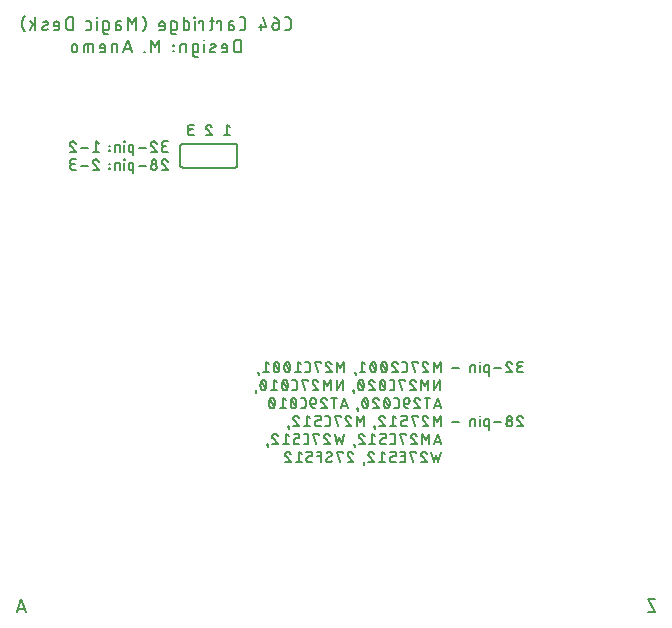
<source format=gbo>
G04 EAGLE Gerber RS-274X export*
G75*
%MOMM*%
%FSLAX34Y34*%
%LPD*%
%INBottom Silkscreen*%
%IPPOS*%
%AMOC8*
5,1,8,0,0,1.08239X$1,22.5*%
G01*
%ADD10C,0.127000*%
%ADD11C,0.203200*%
%ADD12C,0.152400*%


D10*
X214559Y506659D02*
X212090Y508635D01*
X212090Y499745D01*
X214559Y499745D02*
X209621Y499745D01*
X196603Y508636D02*
X196511Y508634D01*
X196419Y508628D01*
X196328Y508619D01*
X196237Y508606D01*
X196147Y508589D01*
X196057Y508568D01*
X195969Y508544D01*
X195881Y508516D01*
X195795Y508484D01*
X195710Y508449D01*
X195627Y508410D01*
X195545Y508368D01*
X195465Y508323D01*
X195387Y508274D01*
X195311Y508222D01*
X195238Y508167D01*
X195166Y508109D01*
X195097Y508049D01*
X195031Y507985D01*
X194967Y507919D01*
X194907Y507850D01*
X194849Y507778D01*
X194794Y507705D01*
X194742Y507629D01*
X194693Y507551D01*
X194648Y507471D01*
X194606Y507389D01*
X194567Y507306D01*
X194532Y507221D01*
X194500Y507135D01*
X194472Y507047D01*
X194448Y506959D01*
X194427Y506869D01*
X194410Y506779D01*
X194397Y506688D01*
X194388Y506597D01*
X194382Y506505D01*
X194380Y506413D01*
X196603Y508635D02*
X196709Y508633D01*
X196814Y508627D01*
X196919Y508617D01*
X197024Y508604D01*
X197128Y508586D01*
X197231Y508565D01*
X197334Y508540D01*
X197436Y508511D01*
X197536Y508478D01*
X197635Y508442D01*
X197733Y508402D01*
X197829Y508358D01*
X197924Y508311D01*
X198016Y508261D01*
X198107Y508207D01*
X198196Y508149D01*
X198282Y508089D01*
X198366Y508025D01*
X198448Y507959D01*
X198528Y507889D01*
X198604Y507816D01*
X198678Y507741D01*
X198749Y507663D01*
X198817Y507582D01*
X198883Y507499D01*
X198945Y507413D01*
X199003Y507326D01*
X199059Y507236D01*
X199111Y507144D01*
X199160Y507050D01*
X199205Y506955D01*
X199247Y506858D01*
X199285Y506759D01*
X199319Y506660D01*
X195122Y504684D02*
X195053Y504753D01*
X194987Y504823D01*
X194924Y504897D01*
X194865Y504973D01*
X194808Y505051D01*
X194754Y505131D01*
X194704Y505214D01*
X194657Y505298D01*
X194614Y505385D01*
X194574Y505473D01*
X194538Y505562D01*
X194505Y505653D01*
X194476Y505745D01*
X194451Y505839D01*
X194430Y505933D01*
X194412Y506028D01*
X194399Y506124D01*
X194389Y506220D01*
X194383Y506316D01*
X194381Y506413D01*
X195121Y504684D02*
X199319Y499745D01*
X194381Y499745D01*
X184079Y499745D02*
X181610Y499745D01*
X181512Y499747D01*
X181414Y499753D01*
X181316Y499763D01*
X181219Y499776D01*
X181122Y499794D01*
X181026Y499815D01*
X180932Y499840D01*
X180838Y499869D01*
X180745Y499901D01*
X180654Y499938D01*
X180564Y499977D01*
X180476Y500021D01*
X180390Y500068D01*
X180305Y500118D01*
X180223Y500171D01*
X180143Y500228D01*
X180065Y500288D01*
X179990Y500351D01*
X179917Y500417D01*
X179847Y500486D01*
X179780Y500557D01*
X179715Y500631D01*
X179654Y500708D01*
X179595Y500787D01*
X179540Y500868D01*
X179488Y500951D01*
X179440Y501037D01*
X179395Y501124D01*
X179353Y501213D01*
X179315Y501303D01*
X179281Y501395D01*
X179250Y501488D01*
X179223Y501583D01*
X179200Y501678D01*
X179180Y501775D01*
X179165Y501871D01*
X179153Y501969D01*
X179145Y502067D01*
X179141Y502165D01*
X179141Y502263D01*
X179145Y502361D01*
X179153Y502459D01*
X179165Y502557D01*
X179180Y502653D01*
X179200Y502750D01*
X179223Y502845D01*
X179250Y502940D01*
X179281Y503033D01*
X179315Y503125D01*
X179353Y503215D01*
X179395Y503304D01*
X179440Y503391D01*
X179488Y503477D01*
X179540Y503560D01*
X179595Y503641D01*
X179654Y503720D01*
X179715Y503797D01*
X179780Y503871D01*
X179847Y503942D01*
X179917Y504011D01*
X179990Y504077D01*
X180065Y504140D01*
X180143Y504200D01*
X180223Y504257D01*
X180305Y504310D01*
X180390Y504360D01*
X180476Y504407D01*
X180564Y504451D01*
X180654Y504490D01*
X180745Y504527D01*
X180838Y504559D01*
X180932Y504588D01*
X181026Y504613D01*
X181122Y504634D01*
X181219Y504652D01*
X181316Y504665D01*
X181414Y504675D01*
X181512Y504681D01*
X181610Y504683D01*
X181116Y508635D02*
X184079Y508635D01*
X181116Y508635D02*
X181029Y508633D01*
X180941Y508627D01*
X180854Y508618D01*
X180768Y508604D01*
X180682Y508587D01*
X180598Y508566D01*
X180514Y508541D01*
X180431Y508512D01*
X180350Y508480D01*
X180270Y508445D01*
X180192Y508406D01*
X180115Y508363D01*
X180041Y508317D01*
X179969Y508268D01*
X179899Y508216D01*
X179831Y508160D01*
X179766Y508102D01*
X179703Y508041D01*
X179644Y507977D01*
X179587Y507910D01*
X179533Y507842D01*
X179482Y507770D01*
X179435Y507697D01*
X179390Y507622D01*
X179349Y507544D01*
X179312Y507465D01*
X179278Y507385D01*
X179248Y507303D01*
X179221Y507220D01*
X179198Y507135D01*
X179179Y507050D01*
X179164Y506964D01*
X179152Y506877D01*
X179144Y506790D01*
X179140Y506703D01*
X179140Y506615D01*
X179144Y506528D01*
X179152Y506441D01*
X179164Y506354D01*
X179179Y506268D01*
X179198Y506183D01*
X179221Y506098D01*
X179248Y506015D01*
X179278Y505933D01*
X179312Y505853D01*
X179349Y505774D01*
X179390Y505696D01*
X179435Y505621D01*
X179482Y505548D01*
X179533Y505476D01*
X179587Y505408D01*
X179644Y505341D01*
X179703Y505277D01*
X179766Y505216D01*
X179831Y505158D01*
X179899Y505102D01*
X179969Y505050D01*
X180041Y505001D01*
X180115Y504955D01*
X180192Y504912D01*
X180270Y504873D01*
X180350Y504838D01*
X180431Y504806D01*
X180514Y504777D01*
X180598Y504752D01*
X180682Y504731D01*
X180768Y504714D01*
X180854Y504700D01*
X180941Y504691D01*
X181029Y504685D01*
X181116Y504683D01*
X181116Y504684D02*
X183092Y504684D01*
X161981Y485775D02*
X159512Y485775D01*
X159414Y485777D01*
X159316Y485783D01*
X159218Y485793D01*
X159121Y485806D01*
X159024Y485824D01*
X158928Y485845D01*
X158834Y485870D01*
X158740Y485899D01*
X158647Y485931D01*
X158556Y485968D01*
X158466Y486007D01*
X158378Y486051D01*
X158292Y486098D01*
X158207Y486148D01*
X158125Y486201D01*
X158045Y486258D01*
X157967Y486318D01*
X157892Y486381D01*
X157819Y486447D01*
X157749Y486516D01*
X157682Y486587D01*
X157617Y486661D01*
X157556Y486738D01*
X157497Y486817D01*
X157442Y486898D01*
X157390Y486981D01*
X157342Y487067D01*
X157297Y487154D01*
X157255Y487243D01*
X157217Y487333D01*
X157183Y487425D01*
X157152Y487518D01*
X157125Y487613D01*
X157102Y487708D01*
X157082Y487805D01*
X157067Y487901D01*
X157055Y487999D01*
X157047Y488097D01*
X157043Y488195D01*
X157043Y488293D01*
X157047Y488391D01*
X157055Y488489D01*
X157067Y488587D01*
X157082Y488683D01*
X157102Y488780D01*
X157125Y488875D01*
X157152Y488970D01*
X157183Y489063D01*
X157217Y489155D01*
X157255Y489245D01*
X157297Y489334D01*
X157342Y489421D01*
X157390Y489507D01*
X157442Y489590D01*
X157497Y489671D01*
X157556Y489750D01*
X157617Y489827D01*
X157682Y489901D01*
X157749Y489972D01*
X157819Y490041D01*
X157892Y490107D01*
X157967Y490170D01*
X158045Y490230D01*
X158125Y490287D01*
X158207Y490340D01*
X158292Y490390D01*
X158378Y490437D01*
X158466Y490481D01*
X158556Y490520D01*
X158647Y490557D01*
X158740Y490589D01*
X158834Y490618D01*
X158928Y490643D01*
X159024Y490664D01*
X159121Y490682D01*
X159218Y490695D01*
X159316Y490705D01*
X159414Y490711D01*
X159512Y490713D01*
X159018Y494665D02*
X161981Y494665D01*
X159018Y494665D02*
X158931Y494663D01*
X158843Y494657D01*
X158756Y494648D01*
X158670Y494634D01*
X158584Y494617D01*
X158500Y494596D01*
X158416Y494571D01*
X158333Y494542D01*
X158252Y494510D01*
X158172Y494475D01*
X158094Y494436D01*
X158017Y494393D01*
X157943Y494347D01*
X157871Y494298D01*
X157801Y494246D01*
X157733Y494190D01*
X157668Y494132D01*
X157605Y494071D01*
X157546Y494007D01*
X157489Y493940D01*
X157435Y493872D01*
X157384Y493800D01*
X157337Y493727D01*
X157292Y493652D01*
X157251Y493574D01*
X157214Y493495D01*
X157180Y493415D01*
X157150Y493333D01*
X157123Y493250D01*
X157100Y493165D01*
X157081Y493080D01*
X157066Y492994D01*
X157054Y492907D01*
X157046Y492820D01*
X157042Y492733D01*
X157042Y492645D01*
X157046Y492558D01*
X157054Y492471D01*
X157066Y492384D01*
X157081Y492298D01*
X157100Y492213D01*
X157123Y492128D01*
X157150Y492045D01*
X157180Y491963D01*
X157214Y491883D01*
X157251Y491804D01*
X157292Y491726D01*
X157337Y491651D01*
X157384Y491578D01*
X157435Y491506D01*
X157489Y491438D01*
X157546Y491371D01*
X157605Y491307D01*
X157668Y491246D01*
X157733Y491188D01*
X157801Y491132D01*
X157871Y491080D01*
X157943Y491031D01*
X158017Y490985D01*
X158094Y490942D01*
X158172Y490903D01*
X158252Y490868D01*
X158333Y490836D01*
X158416Y490807D01*
X158500Y490782D01*
X158584Y490761D01*
X158670Y490744D01*
X158756Y490730D01*
X158843Y490721D01*
X158931Y490715D01*
X159018Y490713D01*
X159018Y490714D02*
X160994Y490714D01*
X150121Y494666D02*
X150029Y494664D01*
X149937Y494658D01*
X149846Y494649D01*
X149755Y494636D01*
X149665Y494619D01*
X149575Y494598D01*
X149487Y494574D01*
X149399Y494546D01*
X149313Y494514D01*
X149228Y494479D01*
X149145Y494440D01*
X149063Y494398D01*
X148983Y494353D01*
X148905Y494304D01*
X148829Y494252D01*
X148756Y494197D01*
X148684Y494139D01*
X148615Y494079D01*
X148549Y494015D01*
X148485Y493949D01*
X148425Y493880D01*
X148367Y493808D01*
X148312Y493735D01*
X148260Y493659D01*
X148211Y493581D01*
X148166Y493501D01*
X148124Y493419D01*
X148085Y493336D01*
X148050Y493251D01*
X148018Y493165D01*
X147990Y493077D01*
X147966Y492989D01*
X147945Y492899D01*
X147928Y492809D01*
X147915Y492718D01*
X147906Y492627D01*
X147900Y492535D01*
X147898Y492443D01*
X150121Y494665D02*
X150227Y494663D01*
X150332Y494657D01*
X150437Y494647D01*
X150542Y494634D01*
X150646Y494616D01*
X150749Y494595D01*
X150852Y494570D01*
X150954Y494541D01*
X151054Y494508D01*
X151153Y494472D01*
X151251Y494432D01*
X151347Y494388D01*
X151442Y494341D01*
X151534Y494291D01*
X151625Y494237D01*
X151714Y494179D01*
X151800Y494119D01*
X151884Y494055D01*
X151966Y493989D01*
X152046Y493919D01*
X152122Y493846D01*
X152196Y493771D01*
X152267Y493693D01*
X152335Y493612D01*
X152401Y493529D01*
X152463Y493443D01*
X152521Y493356D01*
X152577Y493266D01*
X152629Y493174D01*
X152678Y493080D01*
X152723Y492985D01*
X152765Y492888D01*
X152803Y492789D01*
X152837Y492690D01*
X148640Y490714D02*
X148571Y490783D01*
X148505Y490853D01*
X148442Y490927D01*
X148383Y491003D01*
X148326Y491081D01*
X148272Y491161D01*
X148222Y491244D01*
X148175Y491328D01*
X148132Y491415D01*
X148092Y491503D01*
X148056Y491592D01*
X148023Y491683D01*
X147994Y491775D01*
X147969Y491869D01*
X147948Y491963D01*
X147930Y492058D01*
X147917Y492154D01*
X147907Y492250D01*
X147901Y492346D01*
X147899Y492443D01*
X148639Y490714D02*
X152837Y485775D01*
X147898Y485775D01*
X143578Y489232D02*
X137651Y489232D01*
X133081Y491702D02*
X133081Y482812D01*
X133081Y491702D02*
X130611Y491702D01*
X130536Y491700D01*
X130461Y491694D01*
X130387Y491685D01*
X130313Y491672D01*
X130240Y491655D01*
X130167Y491634D01*
X130096Y491610D01*
X130027Y491582D01*
X129958Y491551D01*
X129892Y491516D01*
X129827Y491478D01*
X129764Y491436D01*
X129704Y491392D01*
X129646Y491344D01*
X129590Y491294D01*
X129537Y491241D01*
X129487Y491185D01*
X129439Y491127D01*
X129395Y491067D01*
X129353Y491004D01*
X129315Y490939D01*
X129280Y490873D01*
X129249Y490804D01*
X129221Y490735D01*
X129197Y490664D01*
X129176Y490591D01*
X129159Y490518D01*
X129146Y490444D01*
X129137Y490370D01*
X129131Y490295D01*
X129129Y490220D01*
X129130Y490220D02*
X129130Y487257D01*
X129129Y487257D02*
X129131Y487182D01*
X129137Y487107D01*
X129146Y487033D01*
X129159Y486959D01*
X129176Y486886D01*
X129197Y486813D01*
X129221Y486742D01*
X129249Y486673D01*
X129280Y486604D01*
X129315Y486538D01*
X129353Y486473D01*
X129395Y486410D01*
X129439Y486350D01*
X129487Y486292D01*
X129537Y486236D01*
X129590Y486183D01*
X129646Y486133D01*
X129704Y486085D01*
X129764Y486041D01*
X129827Y485999D01*
X129892Y485961D01*
X129958Y485926D01*
X130027Y485895D01*
X130096Y485867D01*
X130167Y485843D01*
X130240Y485822D01*
X130313Y485805D01*
X130387Y485792D01*
X130461Y485783D01*
X130536Y485777D01*
X130611Y485775D01*
X133081Y485775D01*
X125374Y485775D02*
X125374Y491702D01*
X125621Y494171D02*
X125621Y494665D01*
X125127Y494665D01*
X125127Y494171D01*
X125621Y494171D01*
X121254Y491702D02*
X121254Y485775D01*
X121254Y491702D02*
X118785Y491702D01*
X118710Y491700D01*
X118635Y491694D01*
X118561Y491685D01*
X118487Y491672D01*
X118414Y491655D01*
X118341Y491634D01*
X118270Y491610D01*
X118201Y491582D01*
X118132Y491551D01*
X118066Y491516D01*
X118001Y491478D01*
X117938Y491436D01*
X117878Y491392D01*
X117820Y491344D01*
X117764Y491294D01*
X117711Y491241D01*
X117661Y491185D01*
X117613Y491127D01*
X117569Y491067D01*
X117527Y491004D01*
X117489Y490939D01*
X117454Y490873D01*
X117423Y490804D01*
X117395Y490735D01*
X117371Y490664D01*
X117350Y490591D01*
X117333Y490518D01*
X117320Y490444D01*
X117311Y490370D01*
X117305Y490295D01*
X117303Y490220D01*
X117303Y485775D01*
X113125Y486516D02*
X113125Y487010D01*
X112631Y487010D01*
X112631Y486516D01*
X113125Y486516D01*
X113125Y490467D02*
X113125Y490961D01*
X112631Y490961D01*
X112631Y490467D01*
X113125Y490467D01*
X103765Y492689D02*
X101295Y494665D01*
X101295Y485775D01*
X98826Y485775D02*
X103765Y485775D01*
X94505Y489232D02*
X88578Y489232D01*
X81541Y494666D02*
X81449Y494664D01*
X81357Y494658D01*
X81266Y494649D01*
X81175Y494636D01*
X81085Y494619D01*
X80995Y494598D01*
X80907Y494574D01*
X80819Y494546D01*
X80733Y494514D01*
X80648Y494479D01*
X80565Y494440D01*
X80483Y494398D01*
X80403Y494353D01*
X80325Y494304D01*
X80249Y494252D01*
X80176Y494197D01*
X80104Y494139D01*
X80035Y494079D01*
X79969Y494015D01*
X79905Y493949D01*
X79845Y493880D01*
X79787Y493808D01*
X79732Y493735D01*
X79680Y493659D01*
X79631Y493581D01*
X79586Y493501D01*
X79544Y493419D01*
X79505Y493336D01*
X79470Y493251D01*
X79438Y493165D01*
X79410Y493077D01*
X79386Y492989D01*
X79365Y492899D01*
X79348Y492809D01*
X79335Y492718D01*
X79326Y492627D01*
X79320Y492535D01*
X79318Y492443D01*
X81541Y494665D02*
X81647Y494663D01*
X81752Y494657D01*
X81857Y494647D01*
X81962Y494634D01*
X82066Y494616D01*
X82169Y494595D01*
X82272Y494570D01*
X82374Y494541D01*
X82474Y494508D01*
X82573Y494472D01*
X82671Y494432D01*
X82767Y494388D01*
X82862Y494341D01*
X82954Y494291D01*
X83045Y494237D01*
X83134Y494179D01*
X83220Y494119D01*
X83304Y494055D01*
X83386Y493989D01*
X83466Y493919D01*
X83542Y493846D01*
X83616Y493771D01*
X83687Y493693D01*
X83755Y493612D01*
X83821Y493529D01*
X83883Y493443D01*
X83941Y493356D01*
X83997Y493266D01*
X84049Y493174D01*
X84098Y493080D01*
X84143Y492985D01*
X84185Y492888D01*
X84223Y492789D01*
X84257Y492690D01*
X80060Y490714D02*
X79991Y490783D01*
X79925Y490853D01*
X79862Y490927D01*
X79803Y491003D01*
X79746Y491081D01*
X79692Y491161D01*
X79642Y491244D01*
X79595Y491328D01*
X79552Y491415D01*
X79512Y491503D01*
X79476Y491592D01*
X79443Y491683D01*
X79414Y491775D01*
X79389Y491869D01*
X79368Y491963D01*
X79350Y492058D01*
X79337Y492154D01*
X79327Y492250D01*
X79321Y492346D01*
X79319Y492443D01*
X80060Y490714D02*
X84258Y485775D01*
X79319Y485775D01*
X157042Y477203D02*
X157044Y477295D01*
X157050Y477387D01*
X157059Y477478D01*
X157072Y477569D01*
X157089Y477659D01*
X157110Y477749D01*
X157134Y477837D01*
X157162Y477925D01*
X157194Y478011D01*
X157229Y478096D01*
X157268Y478179D01*
X157310Y478261D01*
X157355Y478341D01*
X157404Y478419D01*
X157456Y478495D01*
X157511Y478568D01*
X157569Y478640D01*
X157629Y478709D01*
X157693Y478775D01*
X157759Y478839D01*
X157828Y478899D01*
X157900Y478957D01*
X157973Y479012D01*
X158049Y479064D01*
X158127Y479113D01*
X158207Y479158D01*
X158289Y479200D01*
X158372Y479239D01*
X158457Y479274D01*
X158543Y479306D01*
X158631Y479334D01*
X158719Y479358D01*
X158809Y479379D01*
X158899Y479396D01*
X158990Y479409D01*
X159081Y479418D01*
X159173Y479424D01*
X159265Y479426D01*
X159265Y479425D02*
X159371Y479423D01*
X159476Y479417D01*
X159581Y479407D01*
X159686Y479394D01*
X159790Y479376D01*
X159893Y479355D01*
X159996Y479330D01*
X160098Y479301D01*
X160198Y479268D01*
X160297Y479232D01*
X160395Y479192D01*
X160491Y479148D01*
X160586Y479101D01*
X160678Y479051D01*
X160769Y478997D01*
X160858Y478939D01*
X160944Y478879D01*
X161028Y478815D01*
X161110Y478749D01*
X161190Y478679D01*
X161266Y478606D01*
X161340Y478531D01*
X161411Y478453D01*
X161479Y478372D01*
X161545Y478289D01*
X161607Y478203D01*
X161665Y478116D01*
X161721Y478026D01*
X161773Y477934D01*
X161822Y477840D01*
X161867Y477745D01*
X161909Y477648D01*
X161947Y477549D01*
X161981Y477450D01*
X157784Y475474D02*
X157715Y475543D01*
X157649Y475613D01*
X157586Y475687D01*
X157527Y475763D01*
X157470Y475841D01*
X157416Y475921D01*
X157366Y476004D01*
X157319Y476088D01*
X157276Y476175D01*
X157236Y476263D01*
X157200Y476352D01*
X157167Y476443D01*
X157138Y476535D01*
X157113Y476629D01*
X157092Y476723D01*
X157074Y476818D01*
X157061Y476914D01*
X157051Y477010D01*
X157045Y477106D01*
X157043Y477203D01*
X157783Y475474D02*
X161981Y470535D01*
X157042Y470535D01*
X152837Y473004D02*
X152835Y473102D01*
X152829Y473200D01*
X152819Y473298D01*
X152806Y473395D01*
X152788Y473492D01*
X152767Y473588D01*
X152742Y473682D01*
X152713Y473776D01*
X152681Y473869D01*
X152644Y473960D01*
X152605Y474050D01*
X152561Y474138D01*
X152514Y474224D01*
X152464Y474309D01*
X152411Y474391D01*
X152354Y474471D01*
X152294Y474549D01*
X152231Y474624D01*
X152165Y474697D01*
X152096Y474767D01*
X152025Y474834D01*
X151951Y474899D01*
X151874Y474960D01*
X151795Y475019D01*
X151714Y475074D01*
X151631Y475126D01*
X151545Y475174D01*
X151458Y475219D01*
X151369Y475261D01*
X151279Y475299D01*
X151187Y475333D01*
X151094Y475364D01*
X150999Y475391D01*
X150904Y475414D01*
X150807Y475434D01*
X150711Y475449D01*
X150613Y475461D01*
X150515Y475469D01*
X150417Y475473D01*
X150319Y475473D01*
X150221Y475469D01*
X150123Y475461D01*
X150025Y475449D01*
X149929Y475434D01*
X149832Y475414D01*
X149737Y475391D01*
X149642Y475364D01*
X149549Y475333D01*
X149457Y475299D01*
X149367Y475261D01*
X149278Y475219D01*
X149191Y475174D01*
X149105Y475126D01*
X149022Y475074D01*
X148941Y475019D01*
X148862Y474960D01*
X148785Y474899D01*
X148711Y474834D01*
X148640Y474767D01*
X148571Y474697D01*
X148505Y474624D01*
X148442Y474549D01*
X148382Y474471D01*
X148325Y474391D01*
X148272Y474309D01*
X148222Y474224D01*
X148175Y474138D01*
X148131Y474050D01*
X148092Y473960D01*
X148055Y473869D01*
X148023Y473776D01*
X147994Y473682D01*
X147969Y473588D01*
X147948Y473492D01*
X147930Y473395D01*
X147917Y473298D01*
X147907Y473200D01*
X147901Y473102D01*
X147899Y473004D01*
X147901Y472906D01*
X147907Y472808D01*
X147917Y472710D01*
X147930Y472613D01*
X147948Y472516D01*
X147969Y472420D01*
X147994Y472326D01*
X148023Y472232D01*
X148055Y472139D01*
X148092Y472048D01*
X148131Y471958D01*
X148175Y471870D01*
X148222Y471784D01*
X148272Y471699D01*
X148325Y471617D01*
X148382Y471537D01*
X148442Y471459D01*
X148505Y471384D01*
X148571Y471311D01*
X148640Y471241D01*
X148711Y471174D01*
X148785Y471109D01*
X148862Y471048D01*
X148941Y470989D01*
X149022Y470934D01*
X149105Y470882D01*
X149191Y470834D01*
X149278Y470789D01*
X149367Y470747D01*
X149457Y470709D01*
X149549Y470675D01*
X149642Y470644D01*
X149737Y470617D01*
X149832Y470594D01*
X149929Y470574D01*
X150025Y470559D01*
X150123Y470547D01*
X150221Y470539D01*
X150319Y470535D01*
X150417Y470535D01*
X150515Y470539D01*
X150613Y470547D01*
X150711Y470559D01*
X150807Y470574D01*
X150904Y470594D01*
X150999Y470617D01*
X151094Y470644D01*
X151187Y470675D01*
X151279Y470709D01*
X151369Y470747D01*
X151458Y470789D01*
X151545Y470834D01*
X151631Y470882D01*
X151714Y470934D01*
X151795Y470989D01*
X151874Y471048D01*
X151951Y471109D01*
X152025Y471174D01*
X152096Y471241D01*
X152165Y471311D01*
X152231Y471384D01*
X152294Y471459D01*
X152354Y471537D01*
X152411Y471617D01*
X152464Y471699D01*
X152514Y471784D01*
X152561Y471870D01*
X152605Y471958D01*
X152644Y472048D01*
X152681Y472139D01*
X152713Y472232D01*
X152742Y472326D01*
X152767Y472420D01*
X152788Y472516D01*
X152806Y472613D01*
X152819Y472710D01*
X152829Y472808D01*
X152835Y472906D01*
X152837Y473004D01*
X152344Y477449D02*
X152342Y477536D01*
X152336Y477624D01*
X152327Y477711D01*
X152313Y477797D01*
X152296Y477883D01*
X152275Y477967D01*
X152250Y478051D01*
X152221Y478134D01*
X152189Y478215D01*
X152154Y478295D01*
X152115Y478373D01*
X152072Y478450D01*
X152026Y478524D01*
X151977Y478596D01*
X151925Y478666D01*
X151869Y478734D01*
X151811Y478799D01*
X151750Y478862D01*
X151686Y478921D01*
X151619Y478978D01*
X151551Y479032D01*
X151479Y479083D01*
X151406Y479130D01*
X151331Y479175D01*
X151253Y479216D01*
X151174Y479253D01*
X151094Y479287D01*
X151012Y479317D01*
X150929Y479344D01*
X150844Y479367D01*
X150759Y479386D01*
X150673Y479401D01*
X150586Y479413D01*
X150499Y479421D01*
X150412Y479425D01*
X150324Y479425D01*
X150237Y479421D01*
X150150Y479413D01*
X150063Y479401D01*
X149977Y479386D01*
X149892Y479367D01*
X149807Y479344D01*
X149724Y479317D01*
X149642Y479287D01*
X149562Y479253D01*
X149483Y479216D01*
X149405Y479175D01*
X149330Y479130D01*
X149257Y479083D01*
X149185Y479032D01*
X149117Y478978D01*
X149050Y478921D01*
X148986Y478862D01*
X148925Y478799D01*
X148867Y478734D01*
X148811Y478666D01*
X148759Y478596D01*
X148710Y478524D01*
X148664Y478450D01*
X148621Y478373D01*
X148582Y478295D01*
X148547Y478215D01*
X148515Y478134D01*
X148486Y478051D01*
X148461Y477967D01*
X148440Y477883D01*
X148423Y477797D01*
X148409Y477711D01*
X148400Y477624D01*
X148394Y477536D01*
X148392Y477449D01*
X148394Y477362D01*
X148400Y477274D01*
X148409Y477187D01*
X148423Y477101D01*
X148440Y477015D01*
X148461Y476931D01*
X148486Y476847D01*
X148515Y476764D01*
X148547Y476683D01*
X148582Y476603D01*
X148621Y476525D01*
X148664Y476448D01*
X148710Y476374D01*
X148759Y476302D01*
X148811Y476232D01*
X148867Y476164D01*
X148925Y476099D01*
X148986Y476036D01*
X149050Y475977D01*
X149117Y475920D01*
X149185Y475866D01*
X149257Y475815D01*
X149330Y475768D01*
X149405Y475723D01*
X149483Y475682D01*
X149562Y475645D01*
X149642Y475611D01*
X149724Y475581D01*
X149807Y475554D01*
X149892Y475531D01*
X149977Y475512D01*
X150063Y475497D01*
X150150Y475485D01*
X150237Y475477D01*
X150324Y475473D01*
X150412Y475473D01*
X150499Y475477D01*
X150586Y475485D01*
X150673Y475497D01*
X150759Y475512D01*
X150844Y475531D01*
X150929Y475554D01*
X151012Y475581D01*
X151094Y475611D01*
X151174Y475645D01*
X151253Y475682D01*
X151331Y475723D01*
X151406Y475768D01*
X151479Y475815D01*
X151551Y475866D01*
X151619Y475920D01*
X151686Y475977D01*
X151750Y476036D01*
X151811Y476099D01*
X151869Y476164D01*
X151925Y476232D01*
X151977Y476302D01*
X152026Y476374D01*
X152072Y476448D01*
X152115Y476525D01*
X152154Y476603D01*
X152189Y476683D01*
X152221Y476764D01*
X152250Y476847D01*
X152275Y476931D01*
X152296Y477015D01*
X152313Y477101D01*
X152327Y477187D01*
X152336Y477274D01*
X152342Y477362D01*
X152344Y477449D01*
X143578Y473992D02*
X137651Y473992D01*
X133081Y476462D02*
X133081Y467572D01*
X133081Y476462D02*
X130611Y476462D01*
X130536Y476460D01*
X130461Y476454D01*
X130387Y476445D01*
X130313Y476432D01*
X130240Y476415D01*
X130167Y476394D01*
X130096Y476370D01*
X130027Y476342D01*
X129958Y476311D01*
X129892Y476276D01*
X129827Y476238D01*
X129764Y476196D01*
X129704Y476152D01*
X129646Y476104D01*
X129590Y476054D01*
X129537Y476001D01*
X129487Y475945D01*
X129439Y475887D01*
X129395Y475827D01*
X129353Y475764D01*
X129315Y475699D01*
X129280Y475633D01*
X129249Y475564D01*
X129221Y475495D01*
X129197Y475424D01*
X129176Y475351D01*
X129159Y475278D01*
X129146Y475204D01*
X129137Y475130D01*
X129131Y475055D01*
X129129Y474980D01*
X129130Y474980D02*
X129130Y472017D01*
X129129Y472017D02*
X129131Y471942D01*
X129137Y471867D01*
X129146Y471793D01*
X129159Y471719D01*
X129176Y471646D01*
X129197Y471573D01*
X129221Y471502D01*
X129249Y471433D01*
X129280Y471364D01*
X129315Y471298D01*
X129353Y471233D01*
X129395Y471170D01*
X129439Y471110D01*
X129487Y471052D01*
X129537Y470996D01*
X129590Y470943D01*
X129646Y470893D01*
X129704Y470845D01*
X129764Y470801D01*
X129827Y470759D01*
X129892Y470721D01*
X129958Y470686D01*
X130027Y470655D01*
X130096Y470627D01*
X130167Y470603D01*
X130240Y470582D01*
X130313Y470565D01*
X130387Y470552D01*
X130461Y470543D01*
X130536Y470537D01*
X130611Y470535D01*
X133081Y470535D01*
X125374Y470535D02*
X125374Y476462D01*
X125621Y478931D02*
X125621Y479425D01*
X125127Y479425D01*
X125127Y478931D01*
X125621Y478931D01*
X121254Y476462D02*
X121254Y470535D01*
X121254Y476462D02*
X118785Y476462D01*
X118710Y476460D01*
X118635Y476454D01*
X118561Y476445D01*
X118487Y476432D01*
X118414Y476415D01*
X118341Y476394D01*
X118270Y476370D01*
X118201Y476342D01*
X118132Y476311D01*
X118066Y476276D01*
X118001Y476238D01*
X117938Y476196D01*
X117878Y476152D01*
X117820Y476104D01*
X117764Y476054D01*
X117711Y476001D01*
X117661Y475945D01*
X117613Y475887D01*
X117569Y475827D01*
X117527Y475764D01*
X117489Y475699D01*
X117454Y475633D01*
X117423Y475564D01*
X117395Y475495D01*
X117371Y475424D01*
X117350Y475351D01*
X117333Y475278D01*
X117320Y475204D01*
X117311Y475130D01*
X117305Y475055D01*
X117303Y474980D01*
X117303Y470535D01*
X113125Y471276D02*
X113125Y471770D01*
X112631Y471770D01*
X112631Y471276D01*
X113125Y471276D01*
X113125Y475227D02*
X113125Y475721D01*
X112631Y475721D01*
X112631Y475227D01*
X113125Y475227D01*
X101048Y479426D02*
X100956Y479424D01*
X100864Y479418D01*
X100773Y479409D01*
X100682Y479396D01*
X100592Y479379D01*
X100502Y479358D01*
X100414Y479334D01*
X100326Y479306D01*
X100240Y479274D01*
X100155Y479239D01*
X100072Y479200D01*
X99990Y479158D01*
X99910Y479113D01*
X99832Y479064D01*
X99756Y479012D01*
X99683Y478957D01*
X99611Y478899D01*
X99542Y478839D01*
X99476Y478775D01*
X99412Y478709D01*
X99352Y478640D01*
X99294Y478568D01*
X99239Y478495D01*
X99187Y478419D01*
X99138Y478341D01*
X99093Y478261D01*
X99051Y478179D01*
X99012Y478096D01*
X98977Y478011D01*
X98945Y477925D01*
X98917Y477837D01*
X98893Y477749D01*
X98872Y477659D01*
X98855Y477569D01*
X98842Y477478D01*
X98833Y477387D01*
X98827Y477295D01*
X98825Y477203D01*
X101048Y479425D02*
X101154Y479423D01*
X101259Y479417D01*
X101364Y479407D01*
X101469Y479394D01*
X101573Y479376D01*
X101676Y479355D01*
X101779Y479330D01*
X101881Y479301D01*
X101981Y479268D01*
X102080Y479232D01*
X102178Y479192D01*
X102274Y479148D01*
X102369Y479101D01*
X102461Y479051D01*
X102552Y478997D01*
X102641Y478939D01*
X102727Y478879D01*
X102811Y478815D01*
X102893Y478749D01*
X102973Y478679D01*
X103049Y478606D01*
X103123Y478531D01*
X103194Y478453D01*
X103262Y478372D01*
X103328Y478289D01*
X103390Y478203D01*
X103448Y478116D01*
X103504Y478026D01*
X103556Y477934D01*
X103605Y477840D01*
X103650Y477745D01*
X103692Y477648D01*
X103730Y477549D01*
X103764Y477450D01*
X99567Y475474D02*
X99498Y475543D01*
X99432Y475613D01*
X99369Y475687D01*
X99310Y475763D01*
X99253Y475841D01*
X99199Y475921D01*
X99149Y476004D01*
X99102Y476088D01*
X99059Y476175D01*
X99019Y476263D01*
X98983Y476352D01*
X98950Y476443D01*
X98921Y476535D01*
X98896Y476629D01*
X98875Y476723D01*
X98857Y476818D01*
X98844Y476914D01*
X98834Y477010D01*
X98828Y477106D01*
X98826Y477203D01*
X99567Y475474D02*
X103765Y470535D01*
X98826Y470535D01*
X94505Y473992D02*
X88578Y473992D01*
X84258Y470535D02*
X81788Y470535D01*
X81690Y470537D01*
X81592Y470543D01*
X81494Y470553D01*
X81397Y470566D01*
X81300Y470584D01*
X81204Y470605D01*
X81110Y470630D01*
X81016Y470659D01*
X80923Y470691D01*
X80832Y470728D01*
X80742Y470767D01*
X80654Y470811D01*
X80568Y470858D01*
X80483Y470908D01*
X80401Y470961D01*
X80321Y471018D01*
X80243Y471078D01*
X80168Y471141D01*
X80095Y471207D01*
X80025Y471276D01*
X79958Y471347D01*
X79893Y471421D01*
X79832Y471498D01*
X79773Y471577D01*
X79718Y471658D01*
X79666Y471741D01*
X79618Y471827D01*
X79573Y471914D01*
X79531Y472003D01*
X79493Y472093D01*
X79459Y472185D01*
X79428Y472278D01*
X79401Y472373D01*
X79378Y472468D01*
X79358Y472565D01*
X79343Y472661D01*
X79331Y472759D01*
X79323Y472857D01*
X79319Y472955D01*
X79319Y473053D01*
X79323Y473151D01*
X79331Y473249D01*
X79343Y473347D01*
X79358Y473443D01*
X79378Y473540D01*
X79401Y473635D01*
X79428Y473730D01*
X79459Y473823D01*
X79493Y473915D01*
X79531Y474005D01*
X79573Y474094D01*
X79618Y474181D01*
X79666Y474267D01*
X79718Y474350D01*
X79773Y474431D01*
X79832Y474510D01*
X79893Y474587D01*
X79958Y474661D01*
X80025Y474732D01*
X80095Y474801D01*
X80168Y474867D01*
X80243Y474930D01*
X80321Y474990D01*
X80401Y475047D01*
X80483Y475100D01*
X80568Y475150D01*
X80654Y475197D01*
X80742Y475241D01*
X80832Y475280D01*
X80923Y475317D01*
X81016Y475349D01*
X81110Y475378D01*
X81204Y475403D01*
X81300Y475424D01*
X81397Y475442D01*
X81494Y475455D01*
X81592Y475465D01*
X81690Y475471D01*
X81788Y475473D01*
X81294Y479425D02*
X84258Y479425D01*
X81294Y479425D02*
X81207Y479423D01*
X81119Y479417D01*
X81032Y479408D01*
X80946Y479394D01*
X80860Y479377D01*
X80776Y479356D01*
X80692Y479331D01*
X80609Y479302D01*
X80528Y479270D01*
X80448Y479235D01*
X80370Y479196D01*
X80293Y479153D01*
X80219Y479107D01*
X80147Y479058D01*
X80077Y479006D01*
X80009Y478950D01*
X79944Y478892D01*
X79881Y478831D01*
X79822Y478767D01*
X79765Y478700D01*
X79711Y478632D01*
X79660Y478560D01*
X79613Y478487D01*
X79568Y478412D01*
X79527Y478334D01*
X79490Y478255D01*
X79456Y478175D01*
X79426Y478093D01*
X79399Y478010D01*
X79376Y477925D01*
X79357Y477840D01*
X79342Y477754D01*
X79330Y477667D01*
X79322Y477580D01*
X79318Y477493D01*
X79318Y477405D01*
X79322Y477318D01*
X79330Y477231D01*
X79342Y477144D01*
X79357Y477058D01*
X79376Y476973D01*
X79399Y476888D01*
X79426Y476805D01*
X79456Y476723D01*
X79490Y476643D01*
X79527Y476564D01*
X79568Y476486D01*
X79613Y476411D01*
X79660Y476338D01*
X79711Y476266D01*
X79765Y476198D01*
X79822Y476131D01*
X79881Y476067D01*
X79944Y476006D01*
X80009Y475948D01*
X80077Y475892D01*
X80147Y475840D01*
X80219Y475791D01*
X80293Y475745D01*
X80370Y475702D01*
X80448Y475663D01*
X80528Y475628D01*
X80609Y475596D01*
X80692Y475567D01*
X80776Y475542D01*
X80860Y475521D01*
X80946Y475504D01*
X81032Y475490D01*
X81119Y475481D01*
X81207Y475475D01*
X81294Y475473D01*
X81294Y475474D02*
X83270Y475474D01*
X460446Y299085D02*
X462915Y299085D01*
X460446Y299085D02*
X460348Y299087D01*
X460250Y299093D01*
X460152Y299103D01*
X460055Y299116D01*
X459958Y299134D01*
X459862Y299155D01*
X459768Y299180D01*
X459674Y299209D01*
X459581Y299241D01*
X459490Y299278D01*
X459400Y299317D01*
X459312Y299361D01*
X459226Y299408D01*
X459141Y299458D01*
X459059Y299511D01*
X458979Y299568D01*
X458901Y299628D01*
X458826Y299691D01*
X458753Y299757D01*
X458683Y299826D01*
X458616Y299897D01*
X458551Y299971D01*
X458490Y300048D01*
X458431Y300127D01*
X458376Y300208D01*
X458324Y300291D01*
X458276Y300377D01*
X458231Y300464D01*
X458189Y300553D01*
X458151Y300643D01*
X458117Y300735D01*
X458086Y300828D01*
X458059Y300923D01*
X458036Y301018D01*
X458016Y301115D01*
X458001Y301211D01*
X457989Y301309D01*
X457981Y301407D01*
X457977Y301505D01*
X457977Y301603D01*
X457981Y301701D01*
X457989Y301799D01*
X458001Y301897D01*
X458016Y301993D01*
X458036Y302090D01*
X458059Y302185D01*
X458086Y302280D01*
X458117Y302373D01*
X458151Y302465D01*
X458189Y302555D01*
X458231Y302644D01*
X458276Y302731D01*
X458324Y302817D01*
X458376Y302900D01*
X458431Y302981D01*
X458490Y303060D01*
X458551Y303137D01*
X458616Y303211D01*
X458683Y303282D01*
X458753Y303351D01*
X458826Y303417D01*
X458901Y303480D01*
X458979Y303540D01*
X459059Y303597D01*
X459141Y303650D01*
X459226Y303700D01*
X459312Y303747D01*
X459400Y303791D01*
X459490Y303830D01*
X459581Y303867D01*
X459674Y303899D01*
X459768Y303928D01*
X459862Y303953D01*
X459958Y303974D01*
X460055Y303992D01*
X460152Y304005D01*
X460250Y304015D01*
X460348Y304021D01*
X460446Y304023D01*
X459952Y307975D02*
X462915Y307975D01*
X459952Y307975D02*
X459865Y307973D01*
X459777Y307967D01*
X459690Y307958D01*
X459604Y307944D01*
X459518Y307927D01*
X459434Y307906D01*
X459350Y307881D01*
X459267Y307852D01*
X459186Y307820D01*
X459106Y307785D01*
X459028Y307746D01*
X458951Y307703D01*
X458877Y307657D01*
X458805Y307608D01*
X458735Y307556D01*
X458667Y307500D01*
X458602Y307442D01*
X458539Y307381D01*
X458480Y307317D01*
X458423Y307250D01*
X458369Y307182D01*
X458318Y307110D01*
X458271Y307037D01*
X458226Y306962D01*
X458185Y306884D01*
X458148Y306805D01*
X458114Y306725D01*
X458084Y306643D01*
X458057Y306560D01*
X458034Y306475D01*
X458015Y306390D01*
X458000Y306304D01*
X457988Y306217D01*
X457980Y306130D01*
X457976Y306043D01*
X457976Y305955D01*
X457980Y305868D01*
X457988Y305781D01*
X458000Y305694D01*
X458015Y305608D01*
X458034Y305523D01*
X458057Y305438D01*
X458084Y305355D01*
X458114Y305273D01*
X458148Y305193D01*
X458185Y305114D01*
X458226Y305036D01*
X458271Y304961D01*
X458318Y304888D01*
X458369Y304816D01*
X458423Y304748D01*
X458480Y304681D01*
X458539Y304617D01*
X458602Y304556D01*
X458667Y304498D01*
X458735Y304442D01*
X458805Y304390D01*
X458877Y304341D01*
X458951Y304295D01*
X459028Y304252D01*
X459106Y304213D01*
X459186Y304178D01*
X459267Y304146D01*
X459350Y304117D01*
X459434Y304092D01*
X459518Y304071D01*
X459604Y304054D01*
X459690Y304040D01*
X459777Y304031D01*
X459865Y304025D01*
X459952Y304023D01*
X459952Y304024D02*
X461927Y304024D01*
X451055Y307976D02*
X450963Y307974D01*
X450871Y307968D01*
X450780Y307959D01*
X450689Y307946D01*
X450599Y307929D01*
X450509Y307908D01*
X450421Y307884D01*
X450333Y307856D01*
X450247Y307824D01*
X450162Y307789D01*
X450079Y307750D01*
X449997Y307708D01*
X449917Y307663D01*
X449839Y307614D01*
X449763Y307562D01*
X449690Y307507D01*
X449618Y307449D01*
X449549Y307389D01*
X449483Y307325D01*
X449419Y307259D01*
X449359Y307190D01*
X449301Y307118D01*
X449246Y307045D01*
X449194Y306969D01*
X449145Y306891D01*
X449100Y306811D01*
X449058Y306729D01*
X449019Y306646D01*
X448984Y306561D01*
X448952Y306475D01*
X448924Y306387D01*
X448900Y306299D01*
X448879Y306209D01*
X448862Y306119D01*
X448849Y306028D01*
X448840Y305937D01*
X448834Y305845D01*
X448832Y305753D01*
X451055Y307975D02*
X451161Y307973D01*
X451266Y307967D01*
X451371Y307957D01*
X451476Y307944D01*
X451580Y307926D01*
X451683Y307905D01*
X451786Y307880D01*
X451888Y307851D01*
X451988Y307818D01*
X452087Y307782D01*
X452185Y307742D01*
X452281Y307698D01*
X452376Y307651D01*
X452468Y307601D01*
X452559Y307547D01*
X452648Y307489D01*
X452734Y307429D01*
X452818Y307365D01*
X452900Y307299D01*
X452980Y307229D01*
X453056Y307156D01*
X453130Y307081D01*
X453201Y307003D01*
X453269Y306922D01*
X453335Y306839D01*
X453397Y306753D01*
X453455Y306666D01*
X453511Y306576D01*
X453563Y306484D01*
X453612Y306390D01*
X453657Y306295D01*
X453699Y306198D01*
X453737Y306099D01*
X453771Y306000D01*
X449573Y304024D02*
X449504Y304093D01*
X449438Y304163D01*
X449375Y304237D01*
X449316Y304313D01*
X449259Y304391D01*
X449205Y304471D01*
X449155Y304554D01*
X449108Y304638D01*
X449065Y304725D01*
X449025Y304813D01*
X448989Y304902D01*
X448956Y304993D01*
X448927Y305085D01*
X448902Y305179D01*
X448881Y305273D01*
X448863Y305368D01*
X448850Y305464D01*
X448840Y305560D01*
X448834Y305656D01*
X448832Y305753D01*
X449573Y304024D02*
X453771Y299085D01*
X448832Y299085D01*
X444511Y302542D02*
X438585Y302542D01*
X434014Y305012D02*
X434014Y296122D01*
X434014Y305012D02*
X431545Y305012D01*
X431470Y305010D01*
X431395Y305004D01*
X431321Y304995D01*
X431247Y304982D01*
X431174Y304965D01*
X431101Y304944D01*
X431030Y304920D01*
X430961Y304892D01*
X430892Y304861D01*
X430826Y304826D01*
X430761Y304788D01*
X430698Y304746D01*
X430638Y304702D01*
X430580Y304654D01*
X430524Y304604D01*
X430471Y304551D01*
X430421Y304495D01*
X430373Y304437D01*
X430329Y304377D01*
X430287Y304314D01*
X430249Y304249D01*
X430214Y304183D01*
X430183Y304114D01*
X430155Y304045D01*
X430131Y303974D01*
X430110Y303901D01*
X430093Y303828D01*
X430080Y303754D01*
X430071Y303680D01*
X430065Y303605D01*
X430063Y303530D01*
X430063Y300567D01*
X430065Y300492D01*
X430071Y300417D01*
X430080Y300343D01*
X430093Y300269D01*
X430110Y300196D01*
X430131Y300123D01*
X430155Y300052D01*
X430183Y299983D01*
X430214Y299914D01*
X430249Y299848D01*
X430287Y299783D01*
X430329Y299720D01*
X430373Y299660D01*
X430421Y299602D01*
X430471Y299546D01*
X430524Y299493D01*
X430580Y299443D01*
X430638Y299395D01*
X430698Y299351D01*
X430761Y299309D01*
X430826Y299271D01*
X430892Y299236D01*
X430961Y299205D01*
X431030Y299177D01*
X431101Y299153D01*
X431174Y299132D01*
X431247Y299115D01*
X431321Y299102D01*
X431395Y299093D01*
X431470Y299087D01*
X431545Y299085D01*
X434014Y299085D01*
X426308Y299085D02*
X426308Y305012D01*
X426555Y307481D02*
X426555Y307975D01*
X426061Y307975D01*
X426061Y307481D01*
X426555Y307481D01*
X422188Y305012D02*
X422188Y299085D01*
X422188Y305012D02*
X419718Y305012D01*
X419643Y305010D01*
X419568Y305004D01*
X419494Y304995D01*
X419420Y304982D01*
X419347Y304965D01*
X419274Y304944D01*
X419203Y304920D01*
X419134Y304892D01*
X419065Y304861D01*
X418999Y304826D01*
X418934Y304788D01*
X418871Y304746D01*
X418811Y304702D01*
X418753Y304654D01*
X418697Y304604D01*
X418644Y304551D01*
X418594Y304495D01*
X418546Y304437D01*
X418502Y304377D01*
X418460Y304314D01*
X418422Y304249D01*
X418387Y304183D01*
X418356Y304114D01*
X418328Y304045D01*
X418304Y303974D01*
X418283Y303901D01*
X418266Y303828D01*
X418253Y303754D01*
X418244Y303680D01*
X418238Y303605D01*
X418236Y303530D01*
X418237Y303530D02*
X418237Y299085D01*
X408850Y302542D02*
X402923Y302542D01*
X393305Y299085D02*
X393305Y307975D01*
X390342Y303036D01*
X387379Y307975D01*
X387379Y299085D01*
X380037Y307976D02*
X379945Y307974D01*
X379853Y307968D01*
X379762Y307959D01*
X379671Y307946D01*
X379581Y307929D01*
X379491Y307908D01*
X379403Y307884D01*
X379315Y307856D01*
X379229Y307824D01*
X379144Y307789D01*
X379061Y307750D01*
X378979Y307708D01*
X378899Y307663D01*
X378821Y307614D01*
X378745Y307562D01*
X378672Y307507D01*
X378600Y307449D01*
X378531Y307389D01*
X378465Y307325D01*
X378401Y307259D01*
X378341Y307190D01*
X378283Y307118D01*
X378228Y307045D01*
X378176Y306969D01*
X378127Y306891D01*
X378082Y306811D01*
X378040Y306729D01*
X378001Y306646D01*
X377966Y306561D01*
X377934Y306475D01*
X377906Y306387D01*
X377882Y306299D01*
X377861Y306209D01*
X377844Y306119D01*
X377831Y306028D01*
X377822Y305937D01*
X377816Y305845D01*
X377814Y305753D01*
X380037Y307975D02*
X380143Y307973D01*
X380248Y307967D01*
X380353Y307957D01*
X380458Y307944D01*
X380562Y307926D01*
X380665Y307905D01*
X380768Y307880D01*
X380870Y307851D01*
X380970Y307818D01*
X381069Y307782D01*
X381167Y307742D01*
X381263Y307698D01*
X381358Y307651D01*
X381450Y307601D01*
X381541Y307547D01*
X381630Y307489D01*
X381716Y307429D01*
X381800Y307365D01*
X381882Y307299D01*
X381962Y307229D01*
X382038Y307156D01*
X382112Y307081D01*
X382183Y307003D01*
X382251Y306922D01*
X382317Y306839D01*
X382379Y306753D01*
X382437Y306666D01*
X382493Y306576D01*
X382545Y306484D01*
X382594Y306390D01*
X382639Y306295D01*
X382681Y306198D01*
X382719Y306099D01*
X382753Y306000D01*
X378555Y304024D02*
X378486Y304093D01*
X378420Y304163D01*
X378357Y304237D01*
X378298Y304313D01*
X378241Y304391D01*
X378187Y304471D01*
X378137Y304554D01*
X378090Y304638D01*
X378047Y304725D01*
X378007Y304813D01*
X377971Y304902D01*
X377938Y304993D01*
X377909Y305085D01*
X377884Y305179D01*
X377863Y305273D01*
X377845Y305368D01*
X377832Y305464D01*
X377822Y305560D01*
X377816Y305656D01*
X377814Y305753D01*
X378555Y304024D02*
X382753Y299085D01*
X377814Y299085D01*
X373609Y306987D02*
X373609Y307975D01*
X368670Y307975D01*
X371139Y299085D01*
X362523Y299085D02*
X360548Y299085D01*
X362523Y299085D02*
X362609Y299087D01*
X362695Y299093D01*
X362781Y299102D01*
X362866Y299115D01*
X362951Y299132D01*
X363034Y299152D01*
X363117Y299176D01*
X363199Y299204D01*
X363279Y299235D01*
X363358Y299270D01*
X363435Y299308D01*
X363511Y299350D01*
X363585Y299394D01*
X363656Y299442D01*
X363726Y299493D01*
X363793Y299547D01*
X363858Y299604D01*
X363920Y299664D01*
X363980Y299726D01*
X364037Y299791D01*
X364091Y299858D01*
X364142Y299928D01*
X364190Y299999D01*
X364234Y300073D01*
X364276Y300149D01*
X364314Y300226D01*
X364349Y300305D01*
X364380Y300385D01*
X364408Y300467D01*
X364432Y300550D01*
X364452Y300633D01*
X364469Y300718D01*
X364482Y300803D01*
X364491Y300889D01*
X364497Y300975D01*
X364499Y301061D01*
X364499Y305999D01*
X364497Y306088D01*
X364491Y306176D01*
X364481Y306264D01*
X364467Y306352D01*
X364449Y306439D01*
X364428Y306525D01*
X364402Y306610D01*
X364373Y306693D01*
X364340Y306776D01*
X364303Y306856D01*
X364263Y306935D01*
X364219Y307012D01*
X364172Y307088D01*
X364122Y307160D01*
X364068Y307231D01*
X364011Y307299D01*
X363951Y307365D01*
X363889Y307427D01*
X363823Y307487D01*
X363755Y307544D01*
X363684Y307598D01*
X363612Y307648D01*
X363537Y307695D01*
X363459Y307739D01*
X363380Y307779D01*
X363300Y307816D01*
X363217Y307849D01*
X363134Y307878D01*
X363049Y307904D01*
X362963Y307925D01*
X362876Y307943D01*
X362788Y307957D01*
X362700Y307967D01*
X362612Y307973D01*
X362523Y307975D01*
X360548Y307975D01*
X354129Y307976D02*
X354037Y307974D01*
X353945Y307968D01*
X353854Y307959D01*
X353763Y307946D01*
X353673Y307929D01*
X353583Y307908D01*
X353495Y307884D01*
X353407Y307856D01*
X353321Y307824D01*
X353236Y307789D01*
X353153Y307750D01*
X353071Y307708D01*
X352991Y307663D01*
X352913Y307614D01*
X352837Y307562D01*
X352764Y307507D01*
X352692Y307449D01*
X352623Y307389D01*
X352557Y307325D01*
X352493Y307259D01*
X352433Y307190D01*
X352375Y307118D01*
X352320Y307045D01*
X352268Y306969D01*
X352219Y306891D01*
X352174Y306811D01*
X352132Y306729D01*
X352093Y306646D01*
X352058Y306561D01*
X352026Y306475D01*
X351998Y306387D01*
X351974Y306299D01*
X351953Y306209D01*
X351936Y306119D01*
X351923Y306028D01*
X351914Y305937D01*
X351908Y305845D01*
X351906Y305753D01*
X354129Y307975D02*
X354235Y307973D01*
X354340Y307967D01*
X354445Y307957D01*
X354550Y307944D01*
X354654Y307926D01*
X354757Y307905D01*
X354860Y307880D01*
X354962Y307851D01*
X355062Y307818D01*
X355161Y307782D01*
X355259Y307742D01*
X355355Y307698D01*
X355450Y307651D01*
X355542Y307601D01*
X355633Y307547D01*
X355722Y307489D01*
X355808Y307429D01*
X355892Y307365D01*
X355974Y307299D01*
X356054Y307229D01*
X356130Y307156D01*
X356204Y307081D01*
X356275Y307003D01*
X356343Y306922D01*
X356409Y306839D01*
X356471Y306753D01*
X356529Y306666D01*
X356585Y306576D01*
X356637Y306484D01*
X356686Y306390D01*
X356731Y306295D01*
X356773Y306198D01*
X356811Y306099D01*
X356845Y306000D01*
X352647Y304024D02*
X352578Y304093D01*
X352512Y304163D01*
X352449Y304237D01*
X352390Y304313D01*
X352333Y304391D01*
X352279Y304471D01*
X352229Y304554D01*
X352182Y304638D01*
X352139Y304725D01*
X352099Y304813D01*
X352063Y304902D01*
X352030Y304993D01*
X352001Y305085D01*
X351976Y305179D01*
X351955Y305273D01*
X351937Y305368D01*
X351924Y305464D01*
X351914Y305560D01*
X351908Y305656D01*
X351906Y305753D01*
X352647Y304024D02*
X356845Y299085D01*
X351906Y299085D01*
X347701Y303530D02*
X347699Y303705D01*
X347693Y303880D01*
X347682Y304054D01*
X347668Y304229D01*
X347649Y304402D01*
X347626Y304576D01*
X347599Y304749D01*
X347568Y304921D01*
X347533Y305092D01*
X347493Y305262D01*
X347450Y305432D01*
X347402Y305600D01*
X347351Y305767D01*
X347296Y305933D01*
X347236Y306098D01*
X347173Y306261D01*
X347106Y306422D01*
X347035Y306582D01*
X346960Y306740D01*
X346960Y306741D02*
X346931Y306819D01*
X346899Y306897D01*
X346862Y306972D01*
X346823Y307046D01*
X346780Y307118D01*
X346734Y307189D01*
X346684Y307256D01*
X346632Y307322D01*
X346577Y307385D01*
X346518Y307445D01*
X346457Y307503D01*
X346394Y307558D01*
X346328Y307610D01*
X346259Y307659D01*
X346189Y307704D01*
X346117Y307747D01*
X346042Y307786D01*
X345966Y307821D01*
X345889Y307853D01*
X345810Y307881D01*
X345729Y307906D01*
X345648Y307927D01*
X345566Y307944D01*
X345483Y307958D01*
X345400Y307967D01*
X345316Y307973D01*
X345232Y307975D01*
X345148Y307973D01*
X345064Y307967D01*
X344981Y307958D01*
X344898Y307944D01*
X344816Y307927D01*
X344735Y307906D01*
X344654Y307881D01*
X344575Y307853D01*
X344498Y307821D01*
X344422Y307786D01*
X344347Y307747D01*
X344275Y307704D01*
X344204Y307659D01*
X344136Y307610D01*
X344070Y307558D01*
X344007Y307503D01*
X343946Y307445D01*
X343887Y307385D01*
X343832Y307322D01*
X343780Y307256D01*
X343730Y307189D01*
X343684Y307118D01*
X343641Y307046D01*
X343602Y306972D01*
X343565Y306897D01*
X343533Y306819D01*
X343504Y306741D01*
X343503Y306740D02*
X343428Y306582D01*
X343357Y306422D01*
X343290Y306261D01*
X343227Y306098D01*
X343167Y305933D01*
X343112Y305767D01*
X343061Y305600D01*
X343013Y305432D01*
X342970Y305262D01*
X342930Y305092D01*
X342895Y304921D01*
X342864Y304749D01*
X342837Y304576D01*
X342814Y304402D01*
X342795Y304229D01*
X342781Y304054D01*
X342770Y303880D01*
X342764Y303705D01*
X342762Y303530D01*
X347701Y303530D02*
X347699Y303355D01*
X347693Y303180D01*
X347682Y303006D01*
X347668Y302831D01*
X347649Y302658D01*
X347626Y302484D01*
X347599Y302311D01*
X347568Y302139D01*
X347533Y301968D01*
X347493Y301798D01*
X347450Y301628D01*
X347402Y301460D01*
X347351Y301293D01*
X347296Y301127D01*
X347236Y300962D01*
X347173Y300799D01*
X347106Y300638D01*
X347035Y300478D01*
X346960Y300320D01*
X346960Y300319D02*
X346931Y300241D01*
X346899Y300163D01*
X346862Y300088D01*
X346823Y300014D01*
X346780Y299941D01*
X346734Y299871D01*
X346684Y299804D01*
X346632Y299738D01*
X346576Y299675D01*
X346518Y299615D01*
X346457Y299557D01*
X346394Y299502D01*
X346328Y299450D01*
X346259Y299401D01*
X346189Y299356D01*
X346117Y299313D01*
X346042Y299274D01*
X345966Y299239D01*
X345889Y299207D01*
X345810Y299179D01*
X345729Y299154D01*
X345648Y299133D01*
X345566Y299116D01*
X345483Y299102D01*
X345400Y299093D01*
X345316Y299087D01*
X345232Y299085D01*
X343503Y300320D02*
X343428Y300478D01*
X343357Y300638D01*
X343290Y300799D01*
X343227Y300962D01*
X343167Y301127D01*
X343112Y301293D01*
X343061Y301460D01*
X343013Y301628D01*
X342970Y301798D01*
X342930Y301968D01*
X342895Y302139D01*
X342864Y302311D01*
X342837Y302484D01*
X342814Y302658D01*
X342795Y302831D01*
X342781Y303006D01*
X342770Y303180D01*
X342764Y303355D01*
X342762Y303530D01*
X343504Y300319D02*
X343533Y300241D01*
X343565Y300163D01*
X343602Y300088D01*
X343641Y300014D01*
X343684Y299941D01*
X343730Y299871D01*
X343780Y299804D01*
X343832Y299738D01*
X343888Y299675D01*
X343946Y299615D01*
X344007Y299557D01*
X344070Y299502D01*
X344136Y299450D01*
X344205Y299401D01*
X344275Y299356D01*
X344347Y299313D01*
X344422Y299274D01*
X344498Y299239D01*
X344575Y299207D01*
X344654Y299179D01*
X344735Y299154D01*
X344816Y299133D01*
X344898Y299116D01*
X344981Y299102D01*
X345064Y299093D01*
X345148Y299087D01*
X345232Y299085D01*
X347207Y301061D02*
X343256Y305999D01*
X338557Y303530D02*
X338555Y303705D01*
X338549Y303880D01*
X338538Y304054D01*
X338524Y304229D01*
X338505Y304402D01*
X338482Y304576D01*
X338455Y304749D01*
X338424Y304921D01*
X338389Y305092D01*
X338349Y305262D01*
X338306Y305432D01*
X338258Y305600D01*
X338207Y305767D01*
X338152Y305933D01*
X338092Y306098D01*
X338029Y306261D01*
X337962Y306422D01*
X337891Y306582D01*
X337816Y306740D01*
X337816Y306741D02*
X337787Y306819D01*
X337755Y306897D01*
X337718Y306972D01*
X337679Y307046D01*
X337636Y307118D01*
X337590Y307189D01*
X337540Y307256D01*
X337488Y307322D01*
X337433Y307385D01*
X337374Y307445D01*
X337313Y307503D01*
X337250Y307558D01*
X337184Y307610D01*
X337115Y307659D01*
X337045Y307704D01*
X336973Y307747D01*
X336898Y307786D01*
X336822Y307821D01*
X336745Y307853D01*
X336666Y307881D01*
X336585Y307906D01*
X336504Y307927D01*
X336422Y307944D01*
X336339Y307958D01*
X336256Y307967D01*
X336172Y307973D01*
X336088Y307975D01*
X336004Y307973D01*
X335920Y307967D01*
X335837Y307958D01*
X335754Y307944D01*
X335672Y307927D01*
X335591Y307906D01*
X335510Y307881D01*
X335431Y307853D01*
X335354Y307821D01*
X335278Y307786D01*
X335203Y307747D01*
X335131Y307704D01*
X335060Y307659D01*
X334992Y307610D01*
X334926Y307558D01*
X334863Y307503D01*
X334802Y307445D01*
X334743Y307385D01*
X334688Y307322D01*
X334636Y307256D01*
X334586Y307189D01*
X334540Y307118D01*
X334497Y307046D01*
X334458Y306972D01*
X334421Y306897D01*
X334389Y306819D01*
X334360Y306741D01*
X334359Y306740D02*
X334284Y306582D01*
X334213Y306422D01*
X334146Y306261D01*
X334083Y306098D01*
X334023Y305933D01*
X333968Y305767D01*
X333917Y305600D01*
X333869Y305432D01*
X333826Y305262D01*
X333786Y305092D01*
X333751Y304921D01*
X333720Y304749D01*
X333693Y304576D01*
X333670Y304402D01*
X333651Y304229D01*
X333637Y304054D01*
X333626Y303880D01*
X333620Y303705D01*
X333618Y303530D01*
X338557Y303530D02*
X338555Y303355D01*
X338549Y303180D01*
X338538Y303006D01*
X338524Y302831D01*
X338505Y302658D01*
X338482Y302484D01*
X338455Y302311D01*
X338424Y302139D01*
X338389Y301968D01*
X338349Y301798D01*
X338306Y301628D01*
X338258Y301460D01*
X338207Y301293D01*
X338152Y301127D01*
X338092Y300962D01*
X338029Y300799D01*
X337962Y300638D01*
X337891Y300478D01*
X337816Y300320D01*
X337816Y300319D02*
X337787Y300241D01*
X337755Y300163D01*
X337718Y300088D01*
X337679Y300014D01*
X337636Y299941D01*
X337590Y299871D01*
X337540Y299804D01*
X337488Y299738D01*
X337432Y299675D01*
X337374Y299615D01*
X337313Y299557D01*
X337250Y299502D01*
X337184Y299450D01*
X337115Y299401D01*
X337045Y299356D01*
X336973Y299313D01*
X336898Y299274D01*
X336822Y299239D01*
X336745Y299207D01*
X336666Y299179D01*
X336585Y299154D01*
X336504Y299133D01*
X336422Y299116D01*
X336339Y299102D01*
X336256Y299093D01*
X336172Y299087D01*
X336088Y299085D01*
X334359Y300320D02*
X334284Y300478D01*
X334213Y300638D01*
X334146Y300799D01*
X334083Y300962D01*
X334023Y301127D01*
X333968Y301293D01*
X333917Y301460D01*
X333869Y301628D01*
X333826Y301798D01*
X333786Y301968D01*
X333751Y302139D01*
X333720Y302311D01*
X333693Y302484D01*
X333670Y302658D01*
X333651Y302831D01*
X333637Y303006D01*
X333626Y303180D01*
X333620Y303355D01*
X333618Y303530D01*
X334360Y300319D02*
X334389Y300241D01*
X334421Y300163D01*
X334458Y300088D01*
X334497Y300014D01*
X334540Y299941D01*
X334586Y299871D01*
X334636Y299804D01*
X334688Y299738D01*
X334744Y299675D01*
X334802Y299615D01*
X334863Y299557D01*
X334926Y299502D01*
X334992Y299450D01*
X335061Y299401D01*
X335131Y299356D01*
X335203Y299313D01*
X335278Y299274D01*
X335354Y299239D01*
X335431Y299207D01*
X335510Y299179D01*
X335591Y299154D01*
X335672Y299133D01*
X335754Y299116D01*
X335837Y299102D01*
X335920Y299093D01*
X336004Y299087D01*
X336088Y299085D01*
X338063Y301061D02*
X334112Y305999D01*
X329413Y305999D02*
X326944Y307975D01*
X326944Y299085D01*
X329413Y299085D02*
X324474Y299085D01*
X320834Y299085D02*
X320340Y299085D01*
X320834Y299085D02*
X320834Y299579D01*
X320340Y299579D01*
X320340Y299085D01*
X321081Y297109D01*
X311314Y299085D02*
X311314Y307975D01*
X308351Y303036D01*
X305387Y307975D01*
X305387Y299085D01*
X298045Y307976D02*
X297953Y307974D01*
X297861Y307968D01*
X297770Y307959D01*
X297679Y307946D01*
X297589Y307929D01*
X297499Y307908D01*
X297411Y307884D01*
X297323Y307856D01*
X297237Y307824D01*
X297152Y307789D01*
X297069Y307750D01*
X296987Y307708D01*
X296907Y307663D01*
X296829Y307614D01*
X296753Y307562D01*
X296680Y307507D01*
X296608Y307449D01*
X296539Y307389D01*
X296473Y307325D01*
X296409Y307259D01*
X296349Y307190D01*
X296291Y307118D01*
X296236Y307045D01*
X296184Y306969D01*
X296135Y306891D01*
X296090Y306811D01*
X296048Y306729D01*
X296009Y306646D01*
X295974Y306561D01*
X295942Y306475D01*
X295914Y306387D01*
X295890Y306299D01*
X295869Y306209D01*
X295852Y306119D01*
X295839Y306028D01*
X295830Y305937D01*
X295824Y305845D01*
X295822Y305753D01*
X298045Y307975D02*
X298151Y307973D01*
X298256Y307967D01*
X298361Y307957D01*
X298466Y307944D01*
X298570Y307926D01*
X298673Y307905D01*
X298776Y307880D01*
X298878Y307851D01*
X298978Y307818D01*
X299077Y307782D01*
X299175Y307742D01*
X299271Y307698D01*
X299366Y307651D01*
X299458Y307601D01*
X299549Y307547D01*
X299638Y307489D01*
X299724Y307429D01*
X299808Y307365D01*
X299890Y307299D01*
X299970Y307229D01*
X300046Y307156D01*
X300120Y307081D01*
X300191Y307003D01*
X300259Y306922D01*
X300325Y306839D01*
X300387Y306753D01*
X300445Y306666D01*
X300501Y306576D01*
X300553Y306484D01*
X300602Y306390D01*
X300647Y306295D01*
X300689Y306198D01*
X300727Y306099D01*
X300761Y306000D01*
X296564Y304024D02*
X296495Y304093D01*
X296429Y304163D01*
X296366Y304237D01*
X296307Y304313D01*
X296250Y304391D01*
X296196Y304471D01*
X296146Y304554D01*
X296099Y304638D01*
X296056Y304725D01*
X296016Y304813D01*
X295980Y304902D01*
X295947Y304993D01*
X295918Y305085D01*
X295893Y305179D01*
X295872Y305273D01*
X295854Y305368D01*
X295841Y305464D01*
X295831Y305560D01*
X295825Y305656D01*
X295823Y305753D01*
X296564Y304024D02*
X300762Y299085D01*
X295823Y299085D01*
X291618Y306987D02*
X291618Y307975D01*
X286679Y307975D01*
X289148Y299085D01*
X280532Y299085D02*
X278557Y299085D01*
X280532Y299085D02*
X280618Y299087D01*
X280704Y299093D01*
X280790Y299102D01*
X280875Y299115D01*
X280960Y299132D01*
X281043Y299152D01*
X281126Y299176D01*
X281208Y299204D01*
X281288Y299235D01*
X281367Y299270D01*
X281444Y299308D01*
X281520Y299350D01*
X281594Y299394D01*
X281665Y299442D01*
X281735Y299493D01*
X281802Y299547D01*
X281867Y299604D01*
X281929Y299664D01*
X281989Y299726D01*
X282046Y299791D01*
X282100Y299858D01*
X282151Y299928D01*
X282199Y299999D01*
X282243Y300073D01*
X282285Y300149D01*
X282323Y300226D01*
X282358Y300305D01*
X282389Y300385D01*
X282417Y300467D01*
X282441Y300550D01*
X282461Y300633D01*
X282478Y300718D01*
X282491Y300803D01*
X282500Y300889D01*
X282506Y300975D01*
X282508Y301061D01*
X282508Y305999D01*
X282506Y306088D01*
X282500Y306176D01*
X282490Y306264D01*
X282476Y306352D01*
X282458Y306439D01*
X282437Y306525D01*
X282411Y306610D01*
X282382Y306693D01*
X282349Y306776D01*
X282312Y306856D01*
X282272Y306935D01*
X282228Y307012D01*
X282181Y307088D01*
X282131Y307160D01*
X282077Y307231D01*
X282020Y307299D01*
X281960Y307365D01*
X281898Y307427D01*
X281832Y307487D01*
X281764Y307544D01*
X281693Y307598D01*
X281621Y307648D01*
X281546Y307695D01*
X281468Y307739D01*
X281389Y307779D01*
X281309Y307816D01*
X281226Y307849D01*
X281143Y307878D01*
X281058Y307904D01*
X280972Y307925D01*
X280885Y307943D01*
X280797Y307957D01*
X280709Y307967D01*
X280621Y307973D01*
X280532Y307975D01*
X278557Y307975D01*
X274854Y305999D02*
X272384Y307975D01*
X272384Y299085D01*
X269915Y299085D02*
X274854Y299085D01*
X265710Y303530D02*
X265708Y303705D01*
X265702Y303880D01*
X265691Y304054D01*
X265677Y304229D01*
X265658Y304402D01*
X265635Y304576D01*
X265608Y304749D01*
X265577Y304921D01*
X265542Y305092D01*
X265502Y305262D01*
X265459Y305432D01*
X265411Y305600D01*
X265360Y305767D01*
X265305Y305933D01*
X265245Y306098D01*
X265182Y306261D01*
X265115Y306422D01*
X265044Y306582D01*
X264969Y306740D01*
X264968Y306741D02*
X264939Y306819D01*
X264907Y306897D01*
X264870Y306972D01*
X264831Y307046D01*
X264788Y307118D01*
X264742Y307189D01*
X264692Y307256D01*
X264640Y307322D01*
X264585Y307385D01*
X264526Y307445D01*
X264465Y307503D01*
X264402Y307558D01*
X264336Y307610D01*
X264267Y307659D01*
X264197Y307704D01*
X264125Y307747D01*
X264050Y307786D01*
X263974Y307821D01*
X263897Y307853D01*
X263818Y307881D01*
X263737Y307906D01*
X263656Y307927D01*
X263574Y307944D01*
X263491Y307958D01*
X263408Y307967D01*
X263324Y307973D01*
X263240Y307975D01*
X263156Y307973D01*
X263072Y307967D01*
X262989Y307958D01*
X262906Y307944D01*
X262824Y307927D01*
X262743Y307906D01*
X262662Y307881D01*
X262583Y307853D01*
X262506Y307821D01*
X262430Y307786D01*
X262355Y307747D01*
X262283Y307704D01*
X262212Y307659D01*
X262144Y307610D01*
X262078Y307558D01*
X262015Y307503D01*
X261954Y307445D01*
X261895Y307385D01*
X261840Y307322D01*
X261788Y307256D01*
X261738Y307189D01*
X261692Y307118D01*
X261649Y307046D01*
X261610Y306972D01*
X261573Y306897D01*
X261541Y306819D01*
X261512Y306741D01*
X261512Y306740D02*
X261437Y306582D01*
X261366Y306422D01*
X261299Y306261D01*
X261236Y306098D01*
X261176Y305933D01*
X261121Y305767D01*
X261070Y305600D01*
X261022Y305432D01*
X260979Y305262D01*
X260939Y305092D01*
X260904Y304921D01*
X260873Y304749D01*
X260846Y304576D01*
X260823Y304402D01*
X260804Y304229D01*
X260790Y304054D01*
X260779Y303880D01*
X260773Y303705D01*
X260771Y303530D01*
X265710Y303530D02*
X265708Y303355D01*
X265702Y303180D01*
X265691Y303006D01*
X265677Y302831D01*
X265658Y302658D01*
X265635Y302484D01*
X265608Y302311D01*
X265577Y302139D01*
X265542Y301968D01*
X265502Y301798D01*
X265459Y301628D01*
X265411Y301460D01*
X265360Y301293D01*
X265305Y301127D01*
X265245Y300962D01*
X265182Y300799D01*
X265115Y300638D01*
X265044Y300478D01*
X264969Y300320D01*
X264968Y300319D02*
X264939Y300241D01*
X264907Y300163D01*
X264870Y300088D01*
X264831Y300014D01*
X264788Y299941D01*
X264742Y299871D01*
X264692Y299804D01*
X264640Y299738D01*
X264584Y299675D01*
X264526Y299615D01*
X264465Y299557D01*
X264402Y299502D01*
X264336Y299450D01*
X264267Y299401D01*
X264197Y299356D01*
X264125Y299313D01*
X264050Y299274D01*
X263974Y299239D01*
X263897Y299207D01*
X263818Y299179D01*
X263737Y299154D01*
X263656Y299133D01*
X263574Y299116D01*
X263491Y299102D01*
X263408Y299093D01*
X263324Y299087D01*
X263240Y299085D01*
X261512Y300320D02*
X261437Y300478D01*
X261366Y300638D01*
X261299Y300799D01*
X261236Y300962D01*
X261176Y301127D01*
X261121Y301293D01*
X261070Y301460D01*
X261022Y301628D01*
X260979Y301798D01*
X260939Y301968D01*
X260904Y302139D01*
X260873Y302311D01*
X260846Y302484D01*
X260823Y302658D01*
X260804Y302831D01*
X260790Y303006D01*
X260779Y303180D01*
X260773Y303355D01*
X260771Y303530D01*
X261512Y300319D02*
X261541Y300241D01*
X261573Y300163D01*
X261610Y300088D01*
X261649Y300014D01*
X261692Y299941D01*
X261738Y299871D01*
X261788Y299804D01*
X261840Y299738D01*
X261896Y299675D01*
X261954Y299615D01*
X262015Y299557D01*
X262078Y299502D01*
X262144Y299450D01*
X262213Y299401D01*
X262283Y299356D01*
X262355Y299313D01*
X262430Y299274D01*
X262506Y299239D01*
X262583Y299207D01*
X262662Y299179D01*
X262743Y299154D01*
X262824Y299133D01*
X262906Y299116D01*
X262989Y299102D01*
X263072Y299093D01*
X263156Y299087D01*
X263240Y299085D01*
X265216Y301061D02*
X261265Y305999D01*
X256566Y303530D02*
X256564Y303705D01*
X256558Y303880D01*
X256547Y304054D01*
X256533Y304229D01*
X256514Y304402D01*
X256491Y304576D01*
X256464Y304749D01*
X256433Y304921D01*
X256398Y305092D01*
X256358Y305262D01*
X256315Y305432D01*
X256267Y305600D01*
X256216Y305767D01*
X256161Y305933D01*
X256101Y306098D01*
X256038Y306261D01*
X255971Y306422D01*
X255900Y306582D01*
X255825Y306740D01*
X255824Y306741D02*
X255795Y306819D01*
X255763Y306897D01*
X255726Y306972D01*
X255687Y307046D01*
X255644Y307118D01*
X255598Y307189D01*
X255548Y307256D01*
X255496Y307322D01*
X255441Y307385D01*
X255382Y307445D01*
X255321Y307503D01*
X255258Y307558D01*
X255192Y307610D01*
X255123Y307659D01*
X255053Y307704D01*
X254981Y307747D01*
X254906Y307786D01*
X254830Y307821D01*
X254753Y307853D01*
X254674Y307881D01*
X254593Y307906D01*
X254512Y307927D01*
X254430Y307944D01*
X254347Y307958D01*
X254264Y307967D01*
X254180Y307973D01*
X254096Y307975D01*
X254012Y307973D01*
X253928Y307967D01*
X253845Y307958D01*
X253762Y307944D01*
X253680Y307927D01*
X253599Y307906D01*
X253518Y307881D01*
X253439Y307853D01*
X253362Y307821D01*
X253286Y307786D01*
X253211Y307747D01*
X253139Y307704D01*
X253068Y307659D01*
X253000Y307610D01*
X252934Y307558D01*
X252871Y307503D01*
X252810Y307445D01*
X252751Y307385D01*
X252696Y307322D01*
X252644Y307256D01*
X252594Y307189D01*
X252548Y307118D01*
X252505Y307046D01*
X252466Y306972D01*
X252429Y306897D01*
X252397Y306819D01*
X252368Y306741D01*
X252368Y306740D02*
X252293Y306582D01*
X252222Y306422D01*
X252155Y306261D01*
X252092Y306098D01*
X252032Y305933D01*
X251977Y305767D01*
X251926Y305600D01*
X251878Y305432D01*
X251835Y305262D01*
X251795Y305092D01*
X251760Y304921D01*
X251729Y304749D01*
X251702Y304576D01*
X251679Y304402D01*
X251660Y304229D01*
X251646Y304054D01*
X251635Y303880D01*
X251629Y303705D01*
X251627Y303530D01*
X256566Y303530D02*
X256564Y303355D01*
X256558Y303180D01*
X256547Y303006D01*
X256533Y302831D01*
X256514Y302658D01*
X256491Y302484D01*
X256464Y302311D01*
X256433Y302139D01*
X256398Y301968D01*
X256358Y301798D01*
X256315Y301628D01*
X256267Y301460D01*
X256216Y301293D01*
X256161Y301127D01*
X256101Y300962D01*
X256038Y300799D01*
X255971Y300638D01*
X255900Y300478D01*
X255825Y300320D01*
X255824Y300319D02*
X255795Y300241D01*
X255763Y300163D01*
X255726Y300088D01*
X255687Y300014D01*
X255644Y299941D01*
X255598Y299871D01*
X255548Y299804D01*
X255496Y299738D01*
X255440Y299675D01*
X255382Y299615D01*
X255321Y299557D01*
X255258Y299502D01*
X255192Y299450D01*
X255123Y299401D01*
X255053Y299356D01*
X254981Y299313D01*
X254906Y299274D01*
X254830Y299239D01*
X254753Y299207D01*
X254674Y299179D01*
X254593Y299154D01*
X254512Y299133D01*
X254430Y299116D01*
X254347Y299102D01*
X254264Y299093D01*
X254180Y299087D01*
X254096Y299085D01*
X252368Y300320D02*
X252293Y300478D01*
X252222Y300638D01*
X252155Y300799D01*
X252092Y300962D01*
X252032Y301127D01*
X251977Y301293D01*
X251926Y301460D01*
X251878Y301628D01*
X251835Y301798D01*
X251795Y301968D01*
X251760Y302139D01*
X251729Y302311D01*
X251702Y302484D01*
X251679Y302658D01*
X251660Y302831D01*
X251646Y303006D01*
X251635Y303180D01*
X251629Y303355D01*
X251627Y303530D01*
X252368Y300319D02*
X252397Y300241D01*
X252429Y300163D01*
X252466Y300088D01*
X252505Y300014D01*
X252548Y299941D01*
X252594Y299871D01*
X252644Y299804D01*
X252696Y299738D01*
X252752Y299675D01*
X252810Y299615D01*
X252871Y299557D01*
X252934Y299502D01*
X253000Y299450D01*
X253069Y299401D01*
X253139Y299356D01*
X253211Y299313D01*
X253286Y299274D01*
X253362Y299239D01*
X253439Y299207D01*
X253518Y299179D01*
X253599Y299154D01*
X253680Y299133D01*
X253762Y299116D01*
X253845Y299102D01*
X253928Y299093D01*
X254012Y299087D01*
X254096Y299085D01*
X256072Y301061D02*
X252121Y305999D01*
X247422Y305999D02*
X244952Y307975D01*
X244952Y299085D01*
X242483Y299085D02*
X247422Y299085D01*
X238843Y299085D02*
X238349Y299085D01*
X238843Y299085D02*
X238843Y299579D01*
X238349Y299579D01*
X238349Y299085D01*
X239090Y297109D01*
X392696Y292735D02*
X392696Y283845D01*
X387757Y283845D02*
X392696Y292735D01*
X387757Y292735D02*
X387757Y283845D01*
X382826Y283845D02*
X382826Y292735D01*
X379863Y287796D01*
X376900Y292735D01*
X376900Y283845D01*
X369558Y292736D02*
X369466Y292734D01*
X369374Y292728D01*
X369283Y292719D01*
X369192Y292706D01*
X369102Y292689D01*
X369012Y292668D01*
X368924Y292644D01*
X368836Y292616D01*
X368750Y292584D01*
X368665Y292549D01*
X368582Y292510D01*
X368500Y292468D01*
X368420Y292423D01*
X368342Y292374D01*
X368266Y292322D01*
X368193Y292267D01*
X368121Y292209D01*
X368052Y292149D01*
X367986Y292085D01*
X367922Y292019D01*
X367862Y291950D01*
X367804Y291878D01*
X367749Y291805D01*
X367697Y291729D01*
X367648Y291651D01*
X367603Y291571D01*
X367561Y291489D01*
X367522Y291406D01*
X367487Y291321D01*
X367455Y291235D01*
X367427Y291147D01*
X367403Y291059D01*
X367382Y290969D01*
X367365Y290879D01*
X367352Y290788D01*
X367343Y290697D01*
X367337Y290605D01*
X367335Y290513D01*
X369558Y292735D02*
X369664Y292733D01*
X369769Y292727D01*
X369874Y292717D01*
X369979Y292704D01*
X370083Y292686D01*
X370186Y292665D01*
X370289Y292640D01*
X370391Y292611D01*
X370491Y292578D01*
X370590Y292542D01*
X370688Y292502D01*
X370784Y292458D01*
X370879Y292411D01*
X370971Y292361D01*
X371062Y292307D01*
X371151Y292249D01*
X371237Y292189D01*
X371321Y292125D01*
X371403Y292059D01*
X371483Y291989D01*
X371559Y291916D01*
X371633Y291841D01*
X371704Y291763D01*
X371772Y291682D01*
X371838Y291599D01*
X371900Y291513D01*
X371958Y291426D01*
X372014Y291336D01*
X372066Y291244D01*
X372115Y291150D01*
X372160Y291055D01*
X372202Y290958D01*
X372240Y290859D01*
X372274Y290760D01*
X368076Y288784D02*
X368007Y288853D01*
X367941Y288923D01*
X367878Y288997D01*
X367819Y289073D01*
X367762Y289151D01*
X367708Y289231D01*
X367658Y289314D01*
X367611Y289398D01*
X367568Y289485D01*
X367528Y289573D01*
X367492Y289662D01*
X367459Y289753D01*
X367430Y289845D01*
X367405Y289939D01*
X367384Y290033D01*
X367366Y290128D01*
X367353Y290224D01*
X367343Y290320D01*
X367337Y290416D01*
X367335Y290513D01*
X368076Y288784D02*
X372274Y283845D01*
X367335Y283845D01*
X363130Y291747D02*
X363130Y292735D01*
X358191Y292735D01*
X360661Y283845D01*
X352045Y283845D02*
X350069Y283845D01*
X352045Y283845D02*
X352131Y283847D01*
X352217Y283853D01*
X352303Y283862D01*
X352388Y283875D01*
X352473Y283892D01*
X352556Y283912D01*
X352639Y283936D01*
X352721Y283964D01*
X352801Y283995D01*
X352880Y284030D01*
X352957Y284068D01*
X353033Y284110D01*
X353107Y284154D01*
X353178Y284202D01*
X353248Y284253D01*
X353315Y284307D01*
X353380Y284364D01*
X353442Y284424D01*
X353502Y284486D01*
X353559Y284551D01*
X353613Y284618D01*
X353664Y284688D01*
X353712Y284759D01*
X353756Y284833D01*
X353798Y284909D01*
X353836Y284986D01*
X353871Y285065D01*
X353902Y285145D01*
X353930Y285227D01*
X353954Y285310D01*
X353974Y285393D01*
X353991Y285478D01*
X354004Y285563D01*
X354013Y285649D01*
X354019Y285735D01*
X354021Y285821D01*
X354020Y285821D02*
X354020Y290759D01*
X354018Y290848D01*
X354012Y290936D01*
X354002Y291024D01*
X353988Y291112D01*
X353970Y291199D01*
X353949Y291285D01*
X353923Y291370D01*
X353894Y291453D01*
X353861Y291536D01*
X353824Y291616D01*
X353784Y291695D01*
X353740Y291772D01*
X353693Y291848D01*
X353643Y291920D01*
X353589Y291991D01*
X353532Y292059D01*
X353472Y292125D01*
X353410Y292187D01*
X353344Y292247D01*
X353276Y292304D01*
X353205Y292358D01*
X353133Y292408D01*
X353058Y292455D01*
X352980Y292499D01*
X352901Y292539D01*
X352821Y292576D01*
X352738Y292609D01*
X352655Y292638D01*
X352570Y292664D01*
X352484Y292685D01*
X352397Y292703D01*
X352309Y292717D01*
X352221Y292727D01*
X352133Y292733D01*
X352044Y292735D01*
X352045Y292735D02*
X350069Y292735D01*
X345625Y291500D02*
X345700Y291342D01*
X345771Y291182D01*
X345838Y291021D01*
X345901Y290858D01*
X345961Y290693D01*
X346016Y290527D01*
X346067Y290360D01*
X346115Y290192D01*
X346158Y290022D01*
X346198Y289852D01*
X346233Y289681D01*
X346264Y289509D01*
X346291Y289336D01*
X346314Y289162D01*
X346333Y288989D01*
X346347Y288814D01*
X346358Y288640D01*
X346364Y288465D01*
X346366Y288290D01*
X345625Y291501D02*
X345596Y291579D01*
X345564Y291657D01*
X345527Y291732D01*
X345488Y291806D01*
X345445Y291878D01*
X345399Y291949D01*
X345349Y292016D01*
X345297Y292082D01*
X345242Y292145D01*
X345183Y292205D01*
X345122Y292263D01*
X345059Y292318D01*
X344993Y292370D01*
X344924Y292419D01*
X344854Y292464D01*
X344782Y292507D01*
X344707Y292546D01*
X344631Y292581D01*
X344554Y292613D01*
X344475Y292641D01*
X344394Y292666D01*
X344313Y292687D01*
X344231Y292704D01*
X344148Y292718D01*
X344065Y292727D01*
X343981Y292733D01*
X343897Y292735D01*
X343813Y292733D01*
X343729Y292727D01*
X343646Y292718D01*
X343563Y292704D01*
X343481Y292687D01*
X343400Y292666D01*
X343319Y292641D01*
X343240Y292613D01*
X343163Y292581D01*
X343087Y292546D01*
X343012Y292507D01*
X342940Y292464D01*
X342869Y292419D01*
X342801Y292370D01*
X342735Y292318D01*
X342672Y292263D01*
X342611Y292205D01*
X342552Y292145D01*
X342497Y292082D01*
X342445Y292016D01*
X342395Y291949D01*
X342349Y291878D01*
X342306Y291806D01*
X342267Y291732D01*
X342230Y291657D01*
X342198Y291579D01*
X342169Y291501D01*
X342168Y291500D02*
X342093Y291342D01*
X342022Y291182D01*
X341955Y291021D01*
X341892Y290858D01*
X341832Y290693D01*
X341777Y290527D01*
X341726Y290360D01*
X341678Y290192D01*
X341635Y290022D01*
X341595Y289852D01*
X341560Y289681D01*
X341529Y289509D01*
X341502Y289336D01*
X341479Y289162D01*
X341460Y288989D01*
X341446Y288814D01*
X341435Y288640D01*
X341429Y288465D01*
X341427Y288290D01*
X346366Y288290D02*
X346364Y288115D01*
X346358Y287940D01*
X346347Y287766D01*
X346333Y287591D01*
X346314Y287418D01*
X346291Y287244D01*
X346264Y287071D01*
X346233Y286899D01*
X346198Y286728D01*
X346158Y286558D01*
X346115Y286388D01*
X346067Y286220D01*
X346016Y286053D01*
X345961Y285887D01*
X345901Y285722D01*
X345838Y285559D01*
X345771Y285398D01*
X345700Y285238D01*
X345625Y285080D01*
X345625Y285079D02*
X345596Y285001D01*
X345564Y284923D01*
X345527Y284848D01*
X345488Y284774D01*
X345445Y284701D01*
X345399Y284631D01*
X345349Y284564D01*
X345297Y284498D01*
X345241Y284435D01*
X345183Y284375D01*
X345122Y284317D01*
X345059Y284262D01*
X344993Y284210D01*
X344924Y284161D01*
X344854Y284116D01*
X344782Y284073D01*
X344707Y284034D01*
X344631Y283999D01*
X344554Y283967D01*
X344475Y283939D01*
X344394Y283914D01*
X344313Y283893D01*
X344231Y283876D01*
X344148Y283862D01*
X344065Y283853D01*
X343981Y283847D01*
X343897Y283845D01*
X342168Y285080D02*
X342093Y285238D01*
X342022Y285398D01*
X341955Y285559D01*
X341892Y285722D01*
X341832Y285887D01*
X341777Y286053D01*
X341726Y286220D01*
X341678Y286388D01*
X341635Y286558D01*
X341595Y286728D01*
X341560Y286899D01*
X341529Y287071D01*
X341502Y287244D01*
X341479Y287418D01*
X341460Y287591D01*
X341446Y287766D01*
X341435Y287940D01*
X341429Y288115D01*
X341427Y288290D01*
X342169Y285079D02*
X342198Y285001D01*
X342230Y284923D01*
X342267Y284848D01*
X342306Y284774D01*
X342349Y284701D01*
X342395Y284631D01*
X342445Y284564D01*
X342497Y284498D01*
X342553Y284435D01*
X342611Y284375D01*
X342672Y284317D01*
X342735Y284262D01*
X342801Y284210D01*
X342870Y284161D01*
X342940Y284116D01*
X343012Y284073D01*
X343087Y284034D01*
X343163Y283999D01*
X343240Y283967D01*
X343319Y283939D01*
X343400Y283914D01*
X343481Y283893D01*
X343563Y283876D01*
X343646Y283862D01*
X343729Y283853D01*
X343813Y283847D01*
X343897Y283845D01*
X345872Y285821D02*
X341921Y290759D01*
X334506Y292736D02*
X334414Y292734D01*
X334322Y292728D01*
X334231Y292719D01*
X334140Y292706D01*
X334050Y292689D01*
X333960Y292668D01*
X333872Y292644D01*
X333784Y292616D01*
X333698Y292584D01*
X333613Y292549D01*
X333530Y292510D01*
X333448Y292468D01*
X333368Y292423D01*
X333290Y292374D01*
X333214Y292322D01*
X333141Y292267D01*
X333069Y292209D01*
X333000Y292149D01*
X332934Y292085D01*
X332870Y292019D01*
X332810Y291950D01*
X332752Y291878D01*
X332697Y291805D01*
X332645Y291729D01*
X332596Y291651D01*
X332551Y291571D01*
X332509Y291489D01*
X332470Y291406D01*
X332435Y291321D01*
X332403Y291235D01*
X332375Y291147D01*
X332351Y291059D01*
X332330Y290969D01*
X332313Y290879D01*
X332300Y290788D01*
X332291Y290697D01*
X332285Y290605D01*
X332283Y290513D01*
X334506Y292735D02*
X334612Y292733D01*
X334717Y292727D01*
X334822Y292717D01*
X334927Y292704D01*
X335031Y292686D01*
X335134Y292665D01*
X335237Y292640D01*
X335339Y292611D01*
X335439Y292578D01*
X335538Y292542D01*
X335636Y292502D01*
X335732Y292458D01*
X335827Y292411D01*
X335919Y292361D01*
X336010Y292307D01*
X336099Y292249D01*
X336185Y292189D01*
X336269Y292125D01*
X336351Y292059D01*
X336431Y291989D01*
X336507Y291916D01*
X336581Y291841D01*
X336652Y291763D01*
X336720Y291682D01*
X336786Y291599D01*
X336848Y291513D01*
X336906Y291426D01*
X336962Y291336D01*
X337014Y291244D01*
X337063Y291150D01*
X337108Y291055D01*
X337150Y290958D01*
X337188Y290859D01*
X337222Y290760D01*
X333024Y288784D02*
X332955Y288853D01*
X332889Y288923D01*
X332826Y288997D01*
X332767Y289073D01*
X332710Y289151D01*
X332656Y289231D01*
X332606Y289314D01*
X332559Y289398D01*
X332516Y289485D01*
X332476Y289573D01*
X332440Y289662D01*
X332407Y289753D01*
X332378Y289845D01*
X332353Y289939D01*
X332332Y290033D01*
X332314Y290128D01*
X332301Y290224D01*
X332291Y290320D01*
X332285Y290416D01*
X332283Y290513D01*
X333024Y288784D02*
X337222Y283845D01*
X332283Y283845D01*
X328078Y288290D02*
X328076Y288465D01*
X328070Y288640D01*
X328059Y288814D01*
X328045Y288989D01*
X328026Y289162D01*
X328003Y289336D01*
X327976Y289509D01*
X327945Y289681D01*
X327910Y289852D01*
X327870Y290022D01*
X327827Y290192D01*
X327779Y290360D01*
X327728Y290527D01*
X327673Y290693D01*
X327613Y290858D01*
X327550Y291021D01*
X327483Y291182D01*
X327412Y291342D01*
X327337Y291500D01*
X327337Y291501D02*
X327308Y291579D01*
X327276Y291657D01*
X327239Y291732D01*
X327200Y291806D01*
X327157Y291878D01*
X327111Y291949D01*
X327061Y292016D01*
X327009Y292082D01*
X326954Y292145D01*
X326895Y292205D01*
X326834Y292263D01*
X326771Y292318D01*
X326705Y292370D01*
X326636Y292419D01*
X326566Y292464D01*
X326494Y292507D01*
X326419Y292546D01*
X326343Y292581D01*
X326266Y292613D01*
X326187Y292641D01*
X326106Y292666D01*
X326025Y292687D01*
X325943Y292704D01*
X325860Y292718D01*
X325777Y292727D01*
X325693Y292733D01*
X325609Y292735D01*
X325525Y292733D01*
X325441Y292727D01*
X325358Y292718D01*
X325275Y292704D01*
X325193Y292687D01*
X325112Y292666D01*
X325031Y292641D01*
X324952Y292613D01*
X324875Y292581D01*
X324799Y292546D01*
X324724Y292507D01*
X324652Y292464D01*
X324581Y292419D01*
X324513Y292370D01*
X324447Y292318D01*
X324384Y292263D01*
X324323Y292205D01*
X324264Y292145D01*
X324209Y292082D01*
X324157Y292016D01*
X324107Y291949D01*
X324061Y291878D01*
X324018Y291806D01*
X323979Y291732D01*
X323942Y291657D01*
X323910Y291579D01*
X323881Y291501D01*
X323880Y291500D02*
X323805Y291342D01*
X323734Y291182D01*
X323667Y291021D01*
X323604Y290858D01*
X323544Y290693D01*
X323489Y290527D01*
X323438Y290360D01*
X323390Y290192D01*
X323347Y290022D01*
X323307Y289852D01*
X323272Y289681D01*
X323241Y289509D01*
X323214Y289336D01*
X323191Y289162D01*
X323172Y288989D01*
X323158Y288814D01*
X323147Y288640D01*
X323141Y288465D01*
X323139Y288290D01*
X328078Y288290D02*
X328076Y288115D01*
X328070Y287940D01*
X328059Y287766D01*
X328045Y287591D01*
X328026Y287418D01*
X328003Y287244D01*
X327976Y287071D01*
X327945Y286899D01*
X327910Y286728D01*
X327870Y286558D01*
X327827Y286388D01*
X327779Y286220D01*
X327728Y286053D01*
X327673Y285887D01*
X327613Y285722D01*
X327550Y285559D01*
X327483Y285398D01*
X327412Y285238D01*
X327337Y285080D01*
X327337Y285079D02*
X327308Y285001D01*
X327276Y284923D01*
X327239Y284848D01*
X327200Y284774D01*
X327157Y284701D01*
X327111Y284631D01*
X327061Y284564D01*
X327009Y284498D01*
X326953Y284435D01*
X326895Y284375D01*
X326834Y284317D01*
X326771Y284262D01*
X326705Y284210D01*
X326636Y284161D01*
X326566Y284116D01*
X326494Y284073D01*
X326419Y284034D01*
X326343Y283999D01*
X326266Y283967D01*
X326187Y283939D01*
X326106Y283914D01*
X326025Y283893D01*
X325943Y283876D01*
X325860Y283862D01*
X325777Y283853D01*
X325693Y283847D01*
X325609Y283845D01*
X323880Y285080D02*
X323805Y285238D01*
X323734Y285398D01*
X323667Y285559D01*
X323604Y285722D01*
X323544Y285887D01*
X323489Y286053D01*
X323438Y286220D01*
X323390Y286388D01*
X323347Y286558D01*
X323307Y286728D01*
X323272Y286899D01*
X323241Y287071D01*
X323214Y287244D01*
X323191Y287418D01*
X323172Y287591D01*
X323158Y287766D01*
X323147Y287940D01*
X323141Y288115D01*
X323139Y288290D01*
X323881Y285079D02*
X323910Y285001D01*
X323942Y284923D01*
X323979Y284848D01*
X324018Y284774D01*
X324061Y284701D01*
X324107Y284631D01*
X324157Y284564D01*
X324209Y284498D01*
X324265Y284435D01*
X324323Y284375D01*
X324384Y284317D01*
X324447Y284262D01*
X324513Y284210D01*
X324582Y284161D01*
X324652Y284116D01*
X324724Y284073D01*
X324799Y284034D01*
X324875Y283999D01*
X324952Y283967D01*
X325031Y283939D01*
X325112Y283914D01*
X325193Y283893D01*
X325275Y283876D01*
X325358Y283862D01*
X325441Y283853D01*
X325525Y283847D01*
X325609Y283845D01*
X327584Y285821D02*
X323633Y290759D01*
X319499Y283845D02*
X319005Y283845D01*
X319499Y283845D02*
X319499Y284339D01*
X319005Y284339D01*
X319005Y283845D01*
X319746Y281869D01*
X310095Y283845D02*
X310095Y292735D01*
X305156Y283845D01*
X305156Y292735D01*
X300226Y292735D02*
X300226Y283845D01*
X297262Y287796D02*
X300226Y292735D01*
X297262Y287796D02*
X294299Y292735D01*
X294299Y283845D01*
X286957Y292736D02*
X286865Y292734D01*
X286773Y292728D01*
X286682Y292719D01*
X286591Y292706D01*
X286501Y292689D01*
X286411Y292668D01*
X286323Y292644D01*
X286235Y292616D01*
X286149Y292584D01*
X286064Y292549D01*
X285981Y292510D01*
X285899Y292468D01*
X285819Y292423D01*
X285741Y292374D01*
X285665Y292322D01*
X285592Y292267D01*
X285520Y292209D01*
X285451Y292149D01*
X285385Y292085D01*
X285321Y292019D01*
X285261Y291950D01*
X285203Y291878D01*
X285148Y291805D01*
X285096Y291729D01*
X285047Y291651D01*
X285002Y291571D01*
X284960Y291489D01*
X284921Y291406D01*
X284886Y291321D01*
X284854Y291235D01*
X284826Y291147D01*
X284802Y291059D01*
X284781Y290969D01*
X284764Y290879D01*
X284751Y290788D01*
X284742Y290697D01*
X284736Y290605D01*
X284734Y290513D01*
X286957Y292735D02*
X287063Y292733D01*
X287168Y292727D01*
X287273Y292717D01*
X287378Y292704D01*
X287482Y292686D01*
X287585Y292665D01*
X287688Y292640D01*
X287790Y292611D01*
X287890Y292578D01*
X287989Y292542D01*
X288087Y292502D01*
X288183Y292458D01*
X288278Y292411D01*
X288370Y292361D01*
X288461Y292307D01*
X288550Y292249D01*
X288636Y292189D01*
X288720Y292125D01*
X288802Y292059D01*
X288882Y291989D01*
X288958Y291916D01*
X289032Y291841D01*
X289103Y291763D01*
X289171Y291682D01*
X289237Y291599D01*
X289299Y291513D01*
X289357Y291426D01*
X289413Y291336D01*
X289465Y291244D01*
X289514Y291150D01*
X289559Y291055D01*
X289601Y290958D01*
X289639Y290859D01*
X289673Y290760D01*
X285476Y288784D02*
X285407Y288853D01*
X285341Y288923D01*
X285278Y288997D01*
X285219Y289073D01*
X285162Y289151D01*
X285108Y289231D01*
X285058Y289314D01*
X285011Y289398D01*
X284968Y289485D01*
X284928Y289573D01*
X284892Y289662D01*
X284859Y289753D01*
X284830Y289845D01*
X284805Y289939D01*
X284784Y290033D01*
X284766Y290128D01*
X284753Y290224D01*
X284743Y290320D01*
X284737Y290416D01*
X284735Y290513D01*
X285475Y288784D02*
X289673Y283845D01*
X284735Y283845D01*
X280529Y291747D02*
X280529Y292735D01*
X275591Y292735D01*
X278060Y283845D01*
X269444Y283845D02*
X267468Y283845D01*
X269444Y283845D02*
X269530Y283847D01*
X269616Y283853D01*
X269702Y283862D01*
X269787Y283875D01*
X269872Y283892D01*
X269955Y283912D01*
X270038Y283936D01*
X270120Y283964D01*
X270200Y283995D01*
X270279Y284030D01*
X270356Y284068D01*
X270432Y284110D01*
X270506Y284154D01*
X270577Y284202D01*
X270647Y284253D01*
X270714Y284307D01*
X270779Y284364D01*
X270841Y284424D01*
X270901Y284486D01*
X270958Y284551D01*
X271012Y284618D01*
X271063Y284688D01*
X271111Y284759D01*
X271155Y284833D01*
X271197Y284909D01*
X271235Y284986D01*
X271270Y285065D01*
X271301Y285145D01*
X271329Y285227D01*
X271353Y285310D01*
X271373Y285393D01*
X271390Y285478D01*
X271403Y285563D01*
X271412Y285649D01*
X271418Y285735D01*
X271420Y285821D01*
X271419Y285821D02*
X271419Y290759D01*
X271420Y290759D02*
X271418Y290848D01*
X271412Y290936D01*
X271402Y291024D01*
X271388Y291112D01*
X271370Y291199D01*
X271349Y291285D01*
X271323Y291370D01*
X271294Y291453D01*
X271261Y291536D01*
X271224Y291616D01*
X271184Y291695D01*
X271140Y291772D01*
X271093Y291848D01*
X271043Y291920D01*
X270989Y291991D01*
X270932Y292059D01*
X270872Y292125D01*
X270810Y292187D01*
X270744Y292247D01*
X270676Y292304D01*
X270605Y292358D01*
X270533Y292408D01*
X270458Y292455D01*
X270380Y292499D01*
X270301Y292539D01*
X270221Y292576D01*
X270138Y292609D01*
X270055Y292638D01*
X269970Y292664D01*
X269884Y292685D01*
X269797Y292703D01*
X269709Y292717D01*
X269621Y292727D01*
X269533Y292733D01*
X269444Y292735D01*
X267468Y292735D01*
X263024Y291500D02*
X263099Y291342D01*
X263170Y291182D01*
X263237Y291021D01*
X263300Y290858D01*
X263360Y290693D01*
X263415Y290527D01*
X263466Y290360D01*
X263514Y290192D01*
X263557Y290022D01*
X263597Y289852D01*
X263632Y289681D01*
X263663Y289509D01*
X263690Y289336D01*
X263713Y289162D01*
X263732Y288989D01*
X263746Y288814D01*
X263757Y288640D01*
X263763Y288465D01*
X263765Y288290D01*
X263024Y291501D02*
X262995Y291579D01*
X262963Y291657D01*
X262926Y291732D01*
X262887Y291806D01*
X262844Y291878D01*
X262798Y291949D01*
X262748Y292016D01*
X262696Y292082D01*
X262641Y292145D01*
X262582Y292205D01*
X262521Y292263D01*
X262458Y292318D01*
X262392Y292370D01*
X262323Y292419D01*
X262253Y292464D01*
X262181Y292507D01*
X262106Y292546D01*
X262030Y292581D01*
X261953Y292613D01*
X261874Y292641D01*
X261793Y292666D01*
X261712Y292687D01*
X261630Y292704D01*
X261547Y292718D01*
X261464Y292727D01*
X261380Y292733D01*
X261296Y292735D01*
X261212Y292733D01*
X261128Y292727D01*
X261045Y292718D01*
X260962Y292704D01*
X260880Y292687D01*
X260799Y292666D01*
X260718Y292641D01*
X260639Y292613D01*
X260562Y292581D01*
X260486Y292546D01*
X260411Y292507D01*
X260339Y292464D01*
X260268Y292419D01*
X260200Y292370D01*
X260134Y292318D01*
X260071Y292263D01*
X260010Y292205D01*
X259951Y292145D01*
X259896Y292082D01*
X259844Y292016D01*
X259794Y291949D01*
X259748Y291878D01*
X259705Y291806D01*
X259666Y291732D01*
X259629Y291657D01*
X259597Y291579D01*
X259568Y291501D01*
X259567Y291500D02*
X259492Y291342D01*
X259421Y291182D01*
X259354Y291021D01*
X259291Y290858D01*
X259231Y290693D01*
X259176Y290527D01*
X259125Y290360D01*
X259077Y290192D01*
X259034Y290022D01*
X258994Y289852D01*
X258959Y289681D01*
X258928Y289509D01*
X258901Y289336D01*
X258878Y289162D01*
X258859Y288989D01*
X258845Y288814D01*
X258834Y288640D01*
X258828Y288465D01*
X258826Y288290D01*
X263765Y288290D02*
X263763Y288115D01*
X263757Y287940D01*
X263746Y287766D01*
X263732Y287591D01*
X263713Y287418D01*
X263690Y287244D01*
X263663Y287071D01*
X263632Y286899D01*
X263597Y286728D01*
X263557Y286558D01*
X263514Y286388D01*
X263466Y286220D01*
X263415Y286053D01*
X263360Y285887D01*
X263300Y285722D01*
X263237Y285559D01*
X263170Y285398D01*
X263099Y285238D01*
X263024Y285080D01*
X263024Y285079D02*
X262995Y285001D01*
X262963Y284923D01*
X262926Y284848D01*
X262887Y284774D01*
X262844Y284701D01*
X262798Y284631D01*
X262748Y284564D01*
X262696Y284498D01*
X262640Y284435D01*
X262582Y284375D01*
X262521Y284317D01*
X262458Y284262D01*
X262392Y284210D01*
X262323Y284161D01*
X262253Y284116D01*
X262181Y284073D01*
X262106Y284034D01*
X262030Y283999D01*
X261953Y283967D01*
X261874Y283939D01*
X261793Y283914D01*
X261712Y283893D01*
X261630Y283876D01*
X261547Y283862D01*
X261464Y283853D01*
X261380Y283847D01*
X261296Y283845D01*
X259568Y285080D02*
X259493Y285238D01*
X259422Y285398D01*
X259355Y285559D01*
X259292Y285722D01*
X259232Y285887D01*
X259177Y286053D01*
X259126Y286220D01*
X259078Y286388D01*
X259035Y286558D01*
X258995Y286728D01*
X258960Y286899D01*
X258929Y287071D01*
X258902Y287244D01*
X258879Y287418D01*
X258860Y287591D01*
X258846Y287766D01*
X258835Y287940D01*
X258829Y288115D01*
X258827Y288290D01*
X259568Y285079D02*
X259597Y285001D01*
X259629Y284923D01*
X259666Y284848D01*
X259705Y284774D01*
X259748Y284701D01*
X259794Y284631D01*
X259844Y284564D01*
X259896Y284498D01*
X259952Y284435D01*
X260010Y284375D01*
X260071Y284317D01*
X260134Y284262D01*
X260200Y284210D01*
X260269Y284161D01*
X260339Y284116D01*
X260411Y284073D01*
X260486Y284034D01*
X260562Y283999D01*
X260639Y283967D01*
X260718Y283939D01*
X260799Y283914D01*
X260880Y283893D01*
X260962Y283876D01*
X261045Y283862D01*
X261128Y283853D01*
X261212Y283847D01*
X261296Y283845D01*
X263272Y285821D02*
X259320Y290759D01*
X254621Y290759D02*
X252152Y292735D01*
X252152Y283845D01*
X254621Y283845D02*
X249683Y283845D01*
X245477Y288290D02*
X245475Y288465D01*
X245469Y288640D01*
X245458Y288814D01*
X245444Y288989D01*
X245425Y289162D01*
X245402Y289336D01*
X245375Y289509D01*
X245344Y289681D01*
X245309Y289852D01*
X245269Y290022D01*
X245226Y290192D01*
X245178Y290360D01*
X245127Y290527D01*
X245072Y290693D01*
X245012Y290858D01*
X244949Y291021D01*
X244882Y291182D01*
X244811Y291342D01*
X244736Y291500D01*
X244736Y291501D02*
X244707Y291579D01*
X244675Y291657D01*
X244638Y291732D01*
X244599Y291806D01*
X244556Y291878D01*
X244510Y291949D01*
X244460Y292016D01*
X244408Y292082D01*
X244353Y292145D01*
X244294Y292205D01*
X244233Y292263D01*
X244170Y292318D01*
X244104Y292370D01*
X244035Y292419D01*
X243965Y292464D01*
X243893Y292507D01*
X243818Y292546D01*
X243742Y292581D01*
X243665Y292613D01*
X243586Y292641D01*
X243505Y292666D01*
X243424Y292687D01*
X243342Y292704D01*
X243259Y292718D01*
X243176Y292727D01*
X243092Y292733D01*
X243008Y292735D01*
X242924Y292733D01*
X242840Y292727D01*
X242757Y292718D01*
X242674Y292704D01*
X242592Y292687D01*
X242511Y292666D01*
X242430Y292641D01*
X242351Y292613D01*
X242274Y292581D01*
X242198Y292546D01*
X242123Y292507D01*
X242051Y292464D01*
X241980Y292419D01*
X241912Y292370D01*
X241846Y292318D01*
X241783Y292263D01*
X241722Y292205D01*
X241663Y292145D01*
X241608Y292082D01*
X241556Y292016D01*
X241506Y291949D01*
X241460Y291878D01*
X241417Y291806D01*
X241378Y291732D01*
X241341Y291657D01*
X241309Y291579D01*
X241280Y291501D01*
X241279Y291500D02*
X241204Y291342D01*
X241133Y291182D01*
X241066Y291021D01*
X241003Y290858D01*
X240943Y290693D01*
X240888Y290527D01*
X240837Y290360D01*
X240789Y290192D01*
X240746Y290022D01*
X240706Y289852D01*
X240671Y289681D01*
X240640Y289509D01*
X240613Y289336D01*
X240590Y289162D01*
X240571Y288989D01*
X240557Y288814D01*
X240546Y288640D01*
X240540Y288465D01*
X240538Y288290D01*
X245477Y288290D02*
X245475Y288115D01*
X245469Y287940D01*
X245458Y287766D01*
X245444Y287591D01*
X245425Y287418D01*
X245402Y287244D01*
X245375Y287071D01*
X245344Y286899D01*
X245309Y286728D01*
X245269Y286558D01*
X245226Y286388D01*
X245178Y286220D01*
X245127Y286053D01*
X245072Y285887D01*
X245012Y285722D01*
X244949Y285559D01*
X244882Y285398D01*
X244811Y285238D01*
X244736Y285080D01*
X244736Y285079D02*
X244707Y285001D01*
X244675Y284923D01*
X244638Y284848D01*
X244599Y284774D01*
X244556Y284701D01*
X244510Y284631D01*
X244460Y284564D01*
X244408Y284498D01*
X244352Y284435D01*
X244294Y284375D01*
X244233Y284317D01*
X244170Y284262D01*
X244104Y284210D01*
X244035Y284161D01*
X243965Y284116D01*
X243893Y284073D01*
X243818Y284034D01*
X243742Y283999D01*
X243665Y283967D01*
X243586Y283939D01*
X243505Y283914D01*
X243424Y283893D01*
X243342Y283876D01*
X243259Y283862D01*
X243176Y283853D01*
X243092Y283847D01*
X243008Y283845D01*
X241280Y285080D02*
X241205Y285238D01*
X241134Y285398D01*
X241067Y285559D01*
X241004Y285722D01*
X240944Y285887D01*
X240889Y286053D01*
X240838Y286220D01*
X240790Y286388D01*
X240747Y286558D01*
X240707Y286728D01*
X240672Y286899D01*
X240641Y287071D01*
X240614Y287244D01*
X240591Y287418D01*
X240572Y287591D01*
X240558Y287766D01*
X240547Y287940D01*
X240541Y288115D01*
X240539Y288290D01*
X241280Y285079D02*
X241309Y285001D01*
X241341Y284923D01*
X241378Y284848D01*
X241417Y284774D01*
X241460Y284701D01*
X241506Y284631D01*
X241556Y284564D01*
X241608Y284498D01*
X241664Y284435D01*
X241722Y284375D01*
X241783Y284317D01*
X241846Y284262D01*
X241912Y284210D01*
X241981Y284161D01*
X242051Y284116D01*
X242123Y284073D01*
X242198Y284034D01*
X242274Y283999D01*
X242351Y283967D01*
X242430Y283939D01*
X242511Y283914D01*
X242592Y283893D01*
X242674Y283876D01*
X242757Y283862D01*
X242840Y283853D01*
X242924Y283847D01*
X243008Y283845D01*
X244984Y285821D02*
X241032Y290759D01*
X236898Y283845D02*
X236405Y283845D01*
X236898Y283845D02*
X236898Y284339D01*
X236405Y284339D01*
X236405Y283845D01*
X237145Y281869D01*
X390531Y277495D02*
X393494Y268605D01*
X387568Y268605D02*
X390531Y277495D01*
X388308Y270828D02*
X392753Y270828D01*
X381997Y268605D02*
X381997Y277495D01*
X384466Y277495D02*
X379527Y277495D01*
X373215Y277496D02*
X373123Y277494D01*
X373031Y277488D01*
X372940Y277479D01*
X372849Y277466D01*
X372759Y277449D01*
X372669Y277428D01*
X372581Y277404D01*
X372493Y277376D01*
X372407Y277344D01*
X372322Y277309D01*
X372239Y277270D01*
X372157Y277228D01*
X372077Y277183D01*
X371999Y277134D01*
X371923Y277082D01*
X371850Y277027D01*
X371778Y276969D01*
X371709Y276909D01*
X371643Y276845D01*
X371579Y276779D01*
X371519Y276710D01*
X371461Y276638D01*
X371406Y276565D01*
X371354Y276489D01*
X371305Y276411D01*
X371260Y276331D01*
X371218Y276249D01*
X371179Y276166D01*
X371144Y276081D01*
X371112Y275995D01*
X371084Y275907D01*
X371060Y275819D01*
X371039Y275729D01*
X371022Y275639D01*
X371009Y275548D01*
X371000Y275457D01*
X370994Y275365D01*
X370992Y275273D01*
X373215Y277495D02*
X373321Y277493D01*
X373426Y277487D01*
X373531Y277477D01*
X373636Y277464D01*
X373740Y277446D01*
X373843Y277425D01*
X373946Y277400D01*
X374048Y277371D01*
X374148Y277338D01*
X374247Y277302D01*
X374345Y277262D01*
X374441Y277218D01*
X374536Y277171D01*
X374628Y277121D01*
X374719Y277067D01*
X374808Y277009D01*
X374894Y276949D01*
X374978Y276885D01*
X375060Y276819D01*
X375140Y276749D01*
X375216Y276676D01*
X375290Y276601D01*
X375361Y276523D01*
X375429Y276442D01*
X375495Y276359D01*
X375557Y276273D01*
X375615Y276186D01*
X375671Y276096D01*
X375723Y276004D01*
X375772Y275910D01*
X375817Y275815D01*
X375859Y275718D01*
X375897Y275619D01*
X375931Y275520D01*
X371734Y273544D02*
X371665Y273613D01*
X371599Y273683D01*
X371536Y273757D01*
X371477Y273833D01*
X371420Y273911D01*
X371366Y273991D01*
X371316Y274074D01*
X371269Y274158D01*
X371226Y274245D01*
X371186Y274333D01*
X371150Y274422D01*
X371117Y274513D01*
X371088Y274605D01*
X371063Y274699D01*
X371042Y274793D01*
X371024Y274888D01*
X371011Y274984D01*
X371001Y275080D01*
X370995Y275176D01*
X370993Y275273D01*
X371734Y273544D02*
X375932Y268605D01*
X370993Y268605D01*
X364812Y272556D02*
X361849Y272556D01*
X364812Y272556D02*
X364898Y272558D01*
X364984Y272564D01*
X365070Y272573D01*
X365155Y272586D01*
X365240Y272603D01*
X365323Y272623D01*
X365406Y272647D01*
X365488Y272675D01*
X365568Y272706D01*
X365647Y272741D01*
X365724Y272779D01*
X365800Y272821D01*
X365874Y272865D01*
X365945Y272913D01*
X366015Y272964D01*
X366082Y273018D01*
X366147Y273075D01*
X366209Y273135D01*
X366269Y273197D01*
X366326Y273262D01*
X366380Y273329D01*
X366431Y273399D01*
X366479Y273470D01*
X366523Y273544D01*
X366565Y273620D01*
X366603Y273697D01*
X366638Y273776D01*
X366669Y273856D01*
X366697Y273938D01*
X366721Y274021D01*
X366741Y274104D01*
X366758Y274189D01*
X366771Y274274D01*
X366780Y274360D01*
X366786Y274446D01*
X366788Y274532D01*
X366788Y275026D01*
X366787Y275026D02*
X366785Y275124D01*
X366779Y275222D01*
X366769Y275320D01*
X366756Y275417D01*
X366738Y275514D01*
X366717Y275610D01*
X366692Y275704D01*
X366663Y275798D01*
X366631Y275891D01*
X366594Y275982D01*
X366555Y276072D01*
X366511Y276160D01*
X366464Y276246D01*
X366414Y276331D01*
X366361Y276413D01*
X366304Y276493D01*
X366244Y276571D01*
X366181Y276646D01*
X366115Y276719D01*
X366046Y276789D01*
X365975Y276856D01*
X365901Y276921D01*
X365824Y276982D01*
X365745Y277041D01*
X365664Y277096D01*
X365581Y277148D01*
X365495Y277196D01*
X365408Y277241D01*
X365319Y277283D01*
X365229Y277321D01*
X365137Y277355D01*
X365044Y277386D01*
X364949Y277413D01*
X364854Y277436D01*
X364757Y277456D01*
X364661Y277471D01*
X364563Y277483D01*
X364465Y277491D01*
X364367Y277495D01*
X364269Y277495D01*
X364171Y277491D01*
X364073Y277483D01*
X363975Y277471D01*
X363879Y277456D01*
X363782Y277436D01*
X363687Y277413D01*
X363592Y277386D01*
X363499Y277355D01*
X363407Y277321D01*
X363317Y277283D01*
X363228Y277241D01*
X363141Y277196D01*
X363055Y277148D01*
X362972Y277096D01*
X362891Y277041D01*
X362812Y276982D01*
X362735Y276921D01*
X362661Y276856D01*
X362590Y276789D01*
X362521Y276719D01*
X362455Y276646D01*
X362392Y276571D01*
X362332Y276493D01*
X362275Y276413D01*
X362222Y276331D01*
X362172Y276246D01*
X362125Y276160D01*
X362081Y276072D01*
X362042Y275982D01*
X362005Y275891D01*
X361973Y275798D01*
X361944Y275704D01*
X361919Y275610D01*
X361898Y275514D01*
X361880Y275417D01*
X361867Y275320D01*
X361857Y275222D01*
X361851Y275124D01*
X361849Y275026D01*
X361849Y272556D01*
X361851Y272432D01*
X361857Y272308D01*
X361867Y272184D01*
X361880Y272061D01*
X361898Y271938D01*
X361919Y271816D01*
X361944Y271694D01*
X361973Y271573D01*
X362006Y271454D01*
X362042Y271335D01*
X362083Y271218D01*
X362126Y271102D01*
X362174Y270987D01*
X362225Y270874D01*
X362280Y270762D01*
X362338Y270653D01*
X362399Y270545D01*
X362464Y270439D01*
X362532Y270335D01*
X362604Y270234D01*
X362678Y270134D01*
X362756Y270038D01*
X362836Y269943D01*
X362920Y269851D01*
X363006Y269762D01*
X363095Y269676D01*
X363187Y269592D01*
X363282Y269512D01*
X363378Y269434D01*
X363478Y269360D01*
X363579Y269288D01*
X363683Y269220D01*
X363789Y269155D01*
X363897Y269094D01*
X364006Y269036D01*
X364118Y268981D01*
X364231Y268930D01*
X364346Y268882D01*
X364462Y268839D01*
X364579Y268798D01*
X364698Y268762D01*
X364817Y268729D01*
X364938Y268700D01*
X365060Y268675D01*
X365182Y268654D01*
X365305Y268636D01*
X365428Y268623D01*
X365552Y268613D01*
X365676Y268607D01*
X365800Y268605D01*
X355702Y268605D02*
X353727Y268605D01*
X355702Y268605D02*
X355788Y268607D01*
X355874Y268613D01*
X355960Y268622D01*
X356045Y268635D01*
X356130Y268652D01*
X356213Y268672D01*
X356296Y268696D01*
X356378Y268724D01*
X356458Y268755D01*
X356537Y268790D01*
X356614Y268828D01*
X356690Y268870D01*
X356764Y268914D01*
X356835Y268962D01*
X356905Y269013D01*
X356972Y269067D01*
X357037Y269124D01*
X357099Y269184D01*
X357159Y269246D01*
X357216Y269311D01*
X357270Y269378D01*
X357321Y269448D01*
X357369Y269519D01*
X357413Y269593D01*
X357455Y269669D01*
X357493Y269746D01*
X357528Y269825D01*
X357559Y269905D01*
X357587Y269987D01*
X357611Y270070D01*
X357631Y270153D01*
X357648Y270238D01*
X357661Y270323D01*
X357670Y270409D01*
X357676Y270495D01*
X357678Y270581D01*
X357678Y275519D01*
X357676Y275608D01*
X357670Y275696D01*
X357660Y275784D01*
X357646Y275872D01*
X357628Y275959D01*
X357607Y276045D01*
X357581Y276130D01*
X357552Y276213D01*
X357519Y276296D01*
X357482Y276376D01*
X357442Y276455D01*
X357398Y276532D01*
X357351Y276608D01*
X357301Y276680D01*
X357247Y276751D01*
X357190Y276819D01*
X357130Y276885D01*
X357068Y276947D01*
X357002Y277007D01*
X356934Y277064D01*
X356863Y277118D01*
X356791Y277168D01*
X356716Y277215D01*
X356638Y277259D01*
X356559Y277299D01*
X356479Y277336D01*
X356396Y277369D01*
X356313Y277398D01*
X356228Y277424D01*
X356142Y277445D01*
X356055Y277463D01*
X355967Y277477D01*
X355879Y277487D01*
X355791Y277493D01*
X355702Y277495D01*
X353727Y277495D01*
X349283Y276260D02*
X349358Y276102D01*
X349429Y275942D01*
X349496Y275781D01*
X349559Y275618D01*
X349619Y275453D01*
X349674Y275287D01*
X349725Y275120D01*
X349773Y274952D01*
X349816Y274782D01*
X349856Y274612D01*
X349891Y274441D01*
X349922Y274269D01*
X349949Y274096D01*
X349972Y273922D01*
X349991Y273749D01*
X350005Y273574D01*
X350016Y273400D01*
X350022Y273225D01*
X350024Y273050D01*
X349282Y276261D02*
X349253Y276339D01*
X349221Y276417D01*
X349184Y276492D01*
X349145Y276566D01*
X349102Y276638D01*
X349056Y276709D01*
X349006Y276776D01*
X348954Y276842D01*
X348899Y276905D01*
X348840Y276965D01*
X348779Y277023D01*
X348716Y277078D01*
X348650Y277130D01*
X348581Y277179D01*
X348511Y277224D01*
X348439Y277267D01*
X348364Y277306D01*
X348288Y277341D01*
X348211Y277373D01*
X348132Y277401D01*
X348051Y277426D01*
X347970Y277447D01*
X347888Y277464D01*
X347805Y277478D01*
X347722Y277487D01*
X347638Y277493D01*
X347554Y277495D01*
X347470Y277493D01*
X347386Y277487D01*
X347303Y277478D01*
X347220Y277464D01*
X347138Y277447D01*
X347057Y277426D01*
X346976Y277401D01*
X346897Y277373D01*
X346820Y277341D01*
X346744Y277306D01*
X346669Y277267D01*
X346597Y277224D01*
X346526Y277179D01*
X346458Y277130D01*
X346392Y277078D01*
X346329Y277023D01*
X346268Y276965D01*
X346209Y276905D01*
X346154Y276842D01*
X346102Y276776D01*
X346052Y276709D01*
X346006Y276638D01*
X345963Y276566D01*
X345924Y276492D01*
X345887Y276417D01*
X345855Y276339D01*
X345826Y276261D01*
X345826Y276260D02*
X345751Y276102D01*
X345680Y275942D01*
X345613Y275781D01*
X345550Y275618D01*
X345490Y275453D01*
X345435Y275287D01*
X345384Y275120D01*
X345336Y274952D01*
X345293Y274782D01*
X345253Y274612D01*
X345218Y274441D01*
X345187Y274269D01*
X345160Y274096D01*
X345137Y273922D01*
X345118Y273749D01*
X345104Y273574D01*
X345093Y273400D01*
X345087Y273225D01*
X345085Y273050D01*
X350023Y273050D02*
X350021Y272875D01*
X350015Y272700D01*
X350004Y272526D01*
X349990Y272351D01*
X349971Y272178D01*
X349948Y272004D01*
X349921Y271831D01*
X349890Y271659D01*
X349855Y271488D01*
X349815Y271318D01*
X349772Y271148D01*
X349724Y270980D01*
X349673Y270813D01*
X349618Y270647D01*
X349558Y270482D01*
X349495Y270319D01*
X349428Y270158D01*
X349357Y269998D01*
X349282Y269840D01*
X349282Y269839D02*
X349253Y269761D01*
X349221Y269683D01*
X349184Y269608D01*
X349145Y269534D01*
X349102Y269461D01*
X349056Y269391D01*
X349006Y269324D01*
X348954Y269258D01*
X348898Y269195D01*
X348840Y269135D01*
X348779Y269077D01*
X348716Y269022D01*
X348650Y268970D01*
X348581Y268921D01*
X348511Y268876D01*
X348439Y268833D01*
X348364Y268794D01*
X348288Y268759D01*
X348211Y268727D01*
X348132Y268699D01*
X348051Y268674D01*
X347970Y268653D01*
X347888Y268636D01*
X347805Y268622D01*
X347722Y268613D01*
X347638Y268607D01*
X347554Y268605D01*
X345826Y269840D02*
X345751Y269998D01*
X345680Y270158D01*
X345613Y270319D01*
X345550Y270482D01*
X345490Y270647D01*
X345435Y270813D01*
X345384Y270980D01*
X345336Y271148D01*
X345293Y271318D01*
X345253Y271488D01*
X345218Y271659D01*
X345187Y271831D01*
X345160Y272004D01*
X345137Y272178D01*
X345118Y272351D01*
X345104Y272526D01*
X345093Y272700D01*
X345087Y272875D01*
X345085Y273050D01*
X345826Y269839D02*
X345855Y269761D01*
X345887Y269683D01*
X345924Y269608D01*
X345963Y269534D01*
X346006Y269461D01*
X346052Y269391D01*
X346102Y269324D01*
X346154Y269258D01*
X346210Y269195D01*
X346268Y269135D01*
X346329Y269077D01*
X346392Y269022D01*
X346458Y268970D01*
X346527Y268921D01*
X346597Y268876D01*
X346669Y268833D01*
X346744Y268794D01*
X346820Y268759D01*
X346897Y268727D01*
X346976Y268699D01*
X347057Y268674D01*
X347138Y268653D01*
X347220Y268636D01*
X347303Y268622D01*
X347386Y268613D01*
X347470Y268607D01*
X347554Y268605D01*
X349530Y270581D02*
X345579Y275519D01*
X338163Y277496D02*
X338071Y277494D01*
X337979Y277488D01*
X337888Y277479D01*
X337797Y277466D01*
X337707Y277449D01*
X337617Y277428D01*
X337529Y277404D01*
X337441Y277376D01*
X337355Y277344D01*
X337270Y277309D01*
X337187Y277270D01*
X337105Y277228D01*
X337025Y277183D01*
X336947Y277134D01*
X336871Y277082D01*
X336798Y277027D01*
X336726Y276969D01*
X336657Y276909D01*
X336591Y276845D01*
X336527Y276779D01*
X336467Y276710D01*
X336409Y276638D01*
X336354Y276565D01*
X336302Y276489D01*
X336253Y276411D01*
X336208Y276331D01*
X336166Y276249D01*
X336127Y276166D01*
X336092Y276081D01*
X336060Y275995D01*
X336032Y275907D01*
X336008Y275819D01*
X335987Y275729D01*
X335970Y275639D01*
X335957Y275548D01*
X335948Y275457D01*
X335942Y275365D01*
X335940Y275273D01*
X338163Y277495D02*
X338269Y277493D01*
X338374Y277487D01*
X338479Y277477D01*
X338584Y277464D01*
X338688Y277446D01*
X338791Y277425D01*
X338894Y277400D01*
X338996Y277371D01*
X339096Y277338D01*
X339195Y277302D01*
X339293Y277262D01*
X339389Y277218D01*
X339484Y277171D01*
X339576Y277121D01*
X339667Y277067D01*
X339756Y277009D01*
X339842Y276949D01*
X339926Y276885D01*
X340008Y276819D01*
X340088Y276749D01*
X340164Y276676D01*
X340238Y276601D01*
X340309Y276523D01*
X340377Y276442D01*
X340443Y276359D01*
X340505Y276273D01*
X340563Y276186D01*
X340619Y276096D01*
X340671Y276004D01*
X340720Y275910D01*
X340765Y275815D01*
X340807Y275718D01*
X340845Y275619D01*
X340879Y275520D01*
X336682Y273544D02*
X336613Y273613D01*
X336547Y273683D01*
X336484Y273757D01*
X336425Y273833D01*
X336368Y273911D01*
X336314Y273991D01*
X336264Y274074D01*
X336217Y274158D01*
X336174Y274245D01*
X336134Y274333D01*
X336098Y274422D01*
X336065Y274513D01*
X336036Y274605D01*
X336011Y274699D01*
X335990Y274793D01*
X335972Y274888D01*
X335959Y274984D01*
X335949Y275080D01*
X335943Y275176D01*
X335941Y275273D01*
X336682Y273544D02*
X340880Y268605D01*
X335941Y268605D01*
X331736Y273050D02*
X331734Y273225D01*
X331728Y273400D01*
X331717Y273574D01*
X331703Y273749D01*
X331684Y273922D01*
X331661Y274096D01*
X331634Y274269D01*
X331603Y274441D01*
X331568Y274612D01*
X331528Y274782D01*
X331485Y274952D01*
X331437Y275120D01*
X331386Y275287D01*
X331331Y275453D01*
X331271Y275618D01*
X331208Y275781D01*
X331141Y275942D01*
X331070Y276102D01*
X330995Y276260D01*
X330994Y276261D02*
X330965Y276339D01*
X330933Y276417D01*
X330896Y276492D01*
X330857Y276566D01*
X330814Y276638D01*
X330768Y276709D01*
X330718Y276776D01*
X330666Y276842D01*
X330611Y276905D01*
X330552Y276965D01*
X330491Y277023D01*
X330428Y277078D01*
X330362Y277130D01*
X330293Y277179D01*
X330223Y277224D01*
X330151Y277267D01*
X330076Y277306D01*
X330000Y277341D01*
X329923Y277373D01*
X329844Y277401D01*
X329763Y277426D01*
X329682Y277447D01*
X329600Y277464D01*
X329517Y277478D01*
X329434Y277487D01*
X329350Y277493D01*
X329266Y277495D01*
X329182Y277493D01*
X329098Y277487D01*
X329015Y277478D01*
X328932Y277464D01*
X328850Y277447D01*
X328769Y277426D01*
X328688Y277401D01*
X328609Y277373D01*
X328532Y277341D01*
X328456Y277306D01*
X328381Y277267D01*
X328309Y277224D01*
X328238Y277179D01*
X328170Y277130D01*
X328104Y277078D01*
X328041Y277023D01*
X327980Y276965D01*
X327921Y276905D01*
X327866Y276842D01*
X327814Y276776D01*
X327764Y276709D01*
X327718Y276638D01*
X327675Y276566D01*
X327636Y276492D01*
X327599Y276417D01*
X327567Y276339D01*
X327538Y276261D01*
X327538Y276260D02*
X327463Y276102D01*
X327392Y275942D01*
X327325Y275781D01*
X327262Y275618D01*
X327202Y275453D01*
X327147Y275287D01*
X327096Y275120D01*
X327048Y274952D01*
X327005Y274782D01*
X326965Y274612D01*
X326930Y274441D01*
X326899Y274269D01*
X326872Y274096D01*
X326849Y273922D01*
X326830Y273749D01*
X326816Y273574D01*
X326805Y273400D01*
X326799Y273225D01*
X326797Y273050D01*
X331735Y273050D02*
X331733Y272875D01*
X331727Y272700D01*
X331716Y272526D01*
X331702Y272351D01*
X331683Y272178D01*
X331660Y272004D01*
X331633Y271831D01*
X331602Y271659D01*
X331567Y271488D01*
X331527Y271318D01*
X331484Y271148D01*
X331436Y270980D01*
X331385Y270813D01*
X331330Y270647D01*
X331270Y270482D01*
X331207Y270319D01*
X331140Y270158D01*
X331069Y269998D01*
X330994Y269840D01*
X330994Y269839D02*
X330965Y269761D01*
X330933Y269683D01*
X330896Y269608D01*
X330857Y269534D01*
X330814Y269461D01*
X330768Y269391D01*
X330718Y269324D01*
X330666Y269258D01*
X330610Y269195D01*
X330552Y269135D01*
X330491Y269077D01*
X330428Y269022D01*
X330362Y268970D01*
X330293Y268921D01*
X330223Y268876D01*
X330151Y268833D01*
X330076Y268794D01*
X330000Y268759D01*
X329923Y268727D01*
X329844Y268699D01*
X329763Y268674D01*
X329682Y268653D01*
X329600Y268636D01*
X329517Y268622D01*
X329434Y268613D01*
X329350Y268607D01*
X329266Y268605D01*
X327538Y269840D02*
X327463Y269998D01*
X327392Y270158D01*
X327325Y270319D01*
X327262Y270482D01*
X327202Y270647D01*
X327147Y270813D01*
X327096Y270980D01*
X327048Y271148D01*
X327005Y271318D01*
X326965Y271488D01*
X326930Y271659D01*
X326899Y271831D01*
X326872Y272004D01*
X326849Y272178D01*
X326830Y272351D01*
X326816Y272526D01*
X326805Y272700D01*
X326799Y272875D01*
X326797Y273050D01*
X327538Y269839D02*
X327567Y269761D01*
X327599Y269683D01*
X327636Y269608D01*
X327675Y269534D01*
X327718Y269461D01*
X327764Y269391D01*
X327814Y269324D01*
X327866Y269258D01*
X327922Y269195D01*
X327980Y269135D01*
X328041Y269077D01*
X328104Y269022D01*
X328170Y268970D01*
X328239Y268921D01*
X328309Y268876D01*
X328381Y268833D01*
X328456Y268794D01*
X328532Y268759D01*
X328609Y268727D01*
X328688Y268699D01*
X328769Y268674D01*
X328850Y268653D01*
X328932Y268636D01*
X329015Y268622D01*
X329098Y268613D01*
X329182Y268607D01*
X329266Y268605D01*
X331242Y270581D02*
X327291Y275519D01*
X323157Y268605D02*
X322663Y268605D01*
X323157Y268605D02*
X323157Y269099D01*
X322663Y269099D01*
X322663Y268605D01*
X323404Y266629D01*
X314551Y268605D02*
X311588Y277495D01*
X308625Y268605D01*
X309365Y270828D02*
X313810Y270828D01*
X303054Y268605D02*
X303054Y277495D01*
X305523Y277495D02*
X300584Y277495D01*
X294272Y277496D02*
X294180Y277494D01*
X294088Y277488D01*
X293997Y277479D01*
X293906Y277466D01*
X293816Y277449D01*
X293726Y277428D01*
X293638Y277404D01*
X293550Y277376D01*
X293464Y277344D01*
X293379Y277309D01*
X293296Y277270D01*
X293214Y277228D01*
X293134Y277183D01*
X293056Y277134D01*
X292980Y277082D01*
X292907Y277027D01*
X292835Y276969D01*
X292766Y276909D01*
X292700Y276845D01*
X292636Y276779D01*
X292576Y276710D01*
X292518Y276638D01*
X292463Y276565D01*
X292411Y276489D01*
X292362Y276411D01*
X292317Y276331D01*
X292275Y276249D01*
X292236Y276166D01*
X292201Y276081D01*
X292169Y275995D01*
X292141Y275907D01*
X292117Y275819D01*
X292096Y275729D01*
X292079Y275639D01*
X292066Y275548D01*
X292057Y275457D01*
X292051Y275365D01*
X292049Y275273D01*
X294272Y277495D02*
X294378Y277493D01*
X294483Y277487D01*
X294588Y277477D01*
X294693Y277464D01*
X294797Y277446D01*
X294900Y277425D01*
X295003Y277400D01*
X295105Y277371D01*
X295205Y277338D01*
X295304Y277302D01*
X295402Y277262D01*
X295498Y277218D01*
X295593Y277171D01*
X295685Y277121D01*
X295776Y277067D01*
X295865Y277009D01*
X295951Y276949D01*
X296035Y276885D01*
X296117Y276819D01*
X296197Y276749D01*
X296273Y276676D01*
X296347Y276601D01*
X296418Y276523D01*
X296486Y276442D01*
X296552Y276359D01*
X296614Y276273D01*
X296672Y276186D01*
X296728Y276096D01*
X296780Y276004D01*
X296829Y275910D01*
X296874Y275815D01*
X296916Y275718D01*
X296954Y275619D01*
X296988Y275520D01*
X292791Y273544D02*
X292722Y273613D01*
X292656Y273683D01*
X292593Y273757D01*
X292534Y273833D01*
X292477Y273911D01*
X292423Y273991D01*
X292373Y274074D01*
X292326Y274158D01*
X292283Y274245D01*
X292243Y274333D01*
X292207Y274422D01*
X292174Y274513D01*
X292145Y274605D01*
X292120Y274699D01*
X292099Y274793D01*
X292081Y274888D01*
X292068Y274984D01*
X292058Y275080D01*
X292052Y275176D01*
X292050Y275273D01*
X292791Y273544D02*
X296989Y268605D01*
X292050Y268605D01*
X285869Y272556D02*
X282906Y272556D01*
X285869Y272556D02*
X285955Y272558D01*
X286041Y272564D01*
X286127Y272573D01*
X286212Y272586D01*
X286297Y272603D01*
X286380Y272623D01*
X286463Y272647D01*
X286545Y272675D01*
X286625Y272706D01*
X286704Y272741D01*
X286781Y272779D01*
X286857Y272821D01*
X286931Y272865D01*
X287002Y272913D01*
X287072Y272964D01*
X287139Y273018D01*
X287204Y273075D01*
X287266Y273135D01*
X287326Y273197D01*
X287383Y273262D01*
X287437Y273329D01*
X287488Y273399D01*
X287536Y273470D01*
X287580Y273544D01*
X287622Y273620D01*
X287660Y273697D01*
X287695Y273776D01*
X287726Y273856D01*
X287754Y273938D01*
X287778Y274021D01*
X287798Y274104D01*
X287815Y274189D01*
X287828Y274274D01*
X287837Y274360D01*
X287843Y274446D01*
X287845Y274532D01*
X287845Y275026D01*
X287844Y275026D02*
X287842Y275124D01*
X287836Y275222D01*
X287826Y275320D01*
X287813Y275417D01*
X287795Y275514D01*
X287774Y275610D01*
X287749Y275704D01*
X287720Y275798D01*
X287688Y275891D01*
X287651Y275982D01*
X287612Y276072D01*
X287568Y276160D01*
X287521Y276246D01*
X287471Y276331D01*
X287418Y276413D01*
X287361Y276493D01*
X287301Y276571D01*
X287238Y276646D01*
X287172Y276719D01*
X287103Y276789D01*
X287032Y276856D01*
X286958Y276921D01*
X286881Y276982D01*
X286802Y277041D01*
X286721Y277096D01*
X286638Y277148D01*
X286552Y277196D01*
X286465Y277241D01*
X286376Y277283D01*
X286286Y277321D01*
X286194Y277355D01*
X286101Y277386D01*
X286006Y277413D01*
X285911Y277436D01*
X285814Y277456D01*
X285718Y277471D01*
X285620Y277483D01*
X285522Y277491D01*
X285424Y277495D01*
X285326Y277495D01*
X285228Y277491D01*
X285130Y277483D01*
X285032Y277471D01*
X284936Y277456D01*
X284839Y277436D01*
X284744Y277413D01*
X284649Y277386D01*
X284556Y277355D01*
X284464Y277321D01*
X284374Y277283D01*
X284285Y277241D01*
X284198Y277196D01*
X284112Y277148D01*
X284029Y277096D01*
X283948Y277041D01*
X283869Y276982D01*
X283792Y276921D01*
X283718Y276856D01*
X283647Y276789D01*
X283578Y276719D01*
X283512Y276646D01*
X283449Y276571D01*
X283389Y276493D01*
X283332Y276413D01*
X283279Y276331D01*
X283229Y276246D01*
X283182Y276160D01*
X283138Y276072D01*
X283099Y275982D01*
X283062Y275891D01*
X283030Y275798D01*
X283001Y275704D01*
X282976Y275610D01*
X282955Y275514D01*
X282937Y275417D01*
X282924Y275320D01*
X282914Y275222D01*
X282908Y275124D01*
X282906Y275026D01*
X282906Y272556D01*
X282908Y272432D01*
X282914Y272308D01*
X282924Y272184D01*
X282937Y272061D01*
X282955Y271938D01*
X282976Y271816D01*
X283001Y271694D01*
X283030Y271573D01*
X283063Y271454D01*
X283099Y271335D01*
X283140Y271218D01*
X283183Y271102D01*
X283231Y270987D01*
X283282Y270874D01*
X283337Y270762D01*
X283395Y270653D01*
X283456Y270545D01*
X283521Y270439D01*
X283589Y270335D01*
X283661Y270234D01*
X283735Y270134D01*
X283813Y270038D01*
X283893Y269943D01*
X283977Y269851D01*
X284063Y269762D01*
X284152Y269676D01*
X284244Y269592D01*
X284339Y269512D01*
X284435Y269434D01*
X284535Y269360D01*
X284636Y269288D01*
X284740Y269220D01*
X284846Y269155D01*
X284954Y269094D01*
X285063Y269036D01*
X285175Y268981D01*
X285288Y268930D01*
X285403Y268882D01*
X285519Y268839D01*
X285636Y268798D01*
X285755Y268762D01*
X285874Y268729D01*
X285995Y268700D01*
X286117Y268675D01*
X286239Y268654D01*
X286362Y268636D01*
X286485Y268623D01*
X286609Y268613D01*
X286733Y268607D01*
X286857Y268605D01*
X276759Y268605D02*
X274784Y268605D01*
X276759Y268605D02*
X276845Y268607D01*
X276931Y268613D01*
X277017Y268622D01*
X277102Y268635D01*
X277187Y268652D01*
X277270Y268672D01*
X277353Y268696D01*
X277435Y268724D01*
X277515Y268755D01*
X277594Y268790D01*
X277671Y268828D01*
X277747Y268870D01*
X277821Y268914D01*
X277892Y268962D01*
X277962Y269013D01*
X278029Y269067D01*
X278094Y269124D01*
X278156Y269184D01*
X278216Y269246D01*
X278273Y269311D01*
X278327Y269378D01*
X278378Y269448D01*
X278426Y269519D01*
X278470Y269593D01*
X278512Y269669D01*
X278550Y269746D01*
X278585Y269825D01*
X278616Y269905D01*
X278644Y269987D01*
X278668Y270070D01*
X278688Y270153D01*
X278705Y270238D01*
X278718Y270323D01*
X278727Y270409D01*
X278733Y270495D01*
X278735Y270581D01*
X278735Y275519D01*
X278733Y275608D01*
X278727Y275696D01*
X278717Y275784D01*
X278703Y275872D01*
X278685Y275959D01*
X278664Y276045D01*
X278638Y276130D01*
X278609Y276213D01*
X278576Y276296D01*
X278539Y276376D01*
X278499Y276455D01*
X278455Y276532D01*
X278408Y276608D01*
X278358Y276680D01*
X278304Y276751D01*
X278247Y276819D01*
X278187Y276885D01*
X278125Y276947D01*
X278059Y277007D01*
X277991Y277064D01*
X277920Y277118D01*
X277848Y277168D01*
X277773Y277215D01*
X277695Y277259D01*
X277616Y277299D01*
X277536Y277336D01*
X277453Y277369D01*
X277370Y277398D01*
X277285Y277424D01*
X277199Y277445D01*
X277112Y277463D01*
X277024Y277477D01*
X276936Y277487D01*
X276848Y277493D01*
X276759Y277495D01*
X274784Y277495D01*
X270340Y276260D02*
X270415Y276102D01*
X270486Y275942D01*
X270553Y275781D01*
X270616Y275618D01*
X270676Y275453D01*
X270731Y275287D01*
X270782Y275120D01*
X270830Y274952D01*
X270873Y274782D01*
X270913Y274612D01*
X270948Y274441D01*
X270979Y274269D01*
X271006Y274096D01*
X271029Y273922D01*
X271048Y273749D01*
X271062Y273574D01*
X271073Y273400D01*
X271079Y273225D01*
X271081Y273050D01*
X270339Y276261D02*
X270310Y276339D01*
X270278Y276417D01*
X270241Y276492D01*
X270202Y276566D01*
X270159Y276638D01*
X270113Y276709D01*
X270063Y276776D01*
X270011Y276842D01*
X269956Y276905D01*
X269897Y276965D01*
X269836Y277023D01*
X269773Y277078D01*
X269707Y277130D01*
X269638Y277179D01*
X269568Y277224D01*
X269496Y277267D01*
X269421Y277306D01*
X269345Y277341D01*
X269268Y277373D01*
X269189Y277401D01*
X269108Y277426D01*
X269027Y277447D01*
X268945Y277464D01*
X268862Y277478D01*
X268779Y277487D01*
X268695Y277493D01*
X268611Y277495D01*
X268527Y277493D01*
X268443Y277487D01*
X268360Y277478D01*
X268277Y277464D01*
X268195Y277447D01*
X268114Y277426D01*
X268033Y277401D01*
X267954Y277373D01*
X267877Y277341D01*
X267801Y277306D01*
X267726Y277267D01*
X267654Y277224D01*
X267583Y277179D01*
X267515Y277130D01*
X267449Y277078D01*
X267386Y277023D01*
X267325Y276965D01*
X267266Y276905D01*
X267211Y276842D01*
X267159Y276776D01*
X267109Y276709D01*
X267063Y276638D01*
X267020Y276566D01*
X266981Y276492D01*
X266944Y276417D01*
X266912Y276339D01*
X266883Y276261D01*
X266883Y276260D02*
X266808Y276102D01*
X266737Y275942D01*
X266670Y275781D01*
X266607Y275618D01*
X266547Y275453D01*
X266492Y275287D01*
X266441Y275120D01*
X266393Y274952D01*
X266350Y274782D01*
X266310Y274612D01*
X266275Y274441D01*
X266244Y274269D01*
X266217Y274096D01*
X266194Y273922D01*
X266175Y273749D01*
X266161Y273574D01*
X266150Y273400D01*
X266144Y273225D01*
X266142Y273050D01*
X271080Y273050D02*
X271078Y272875D01*
X271072Y272700D01*
X271061Y272526D01*
X271047Y272351D01*
X271028Y272178D01*
X271005Y272004D01*
X270978Y271831D01*
X270947Y271659D01*
X270912Y271488D01*
X270872Y271318D01*
X270829Y271148D01*
X270781Y270980D01*
X270730Y270813D01*
X270675Y270647D01*
X270615Y270482D01*
X270552Y270319D01*
X270485Y270158D01*
X270414Y269998D01*
X270339Y269840D01*
X270339Y269839D02*
X270310Y269761D01*
X270278Y269683D01*
X270241Y269608D01*
X270202Y269534D01*
X270159Y269461D01*
X270113Y269391D01*
X270063Y269324D01*
X270011Y269258D01*
X269955Y269195D01*
X269897Y269135D01*
X269836Y269077D01*
X269773Y269022D01*
X269707Y268970D01*
X269638Y268921D01*
X269568Y268876D01*
X269496Y268833D01*
X269421Y268794D01*
X269345Y268759D01*
X269268Y268727D01*
X269189Y268699D01*
X269108Y268674D01*
X269027Y268653D01*
X268945Y268636D01*
X268862Y268622D01*
X268779Y268613D01*
X268695Y268607D01*
X268611Y268605D01*
X266883Y269840D02*
X266808Y269998D01*
X266737Y270158D01*
X266670Y270319D01*
X266607Y270482D01*
X266547Y270647D01*
X266492Y270813D01*
X266441Y270980D01*
X266393Y271148D01*
X266350Y271318D01*
X266310Y271488D01*
X266275Y271659D01*
X266244Y271831D01*
X266217Y272004D01*
X266194Y272178D01*
X266175Y272351D01*
X266161Y272526D01*
X266150Y272700D01*
X266144Y272875D01*
X266142Y273050D01*
X266883Y269839D02*
X266912Y269761D01*
X266944Y269683D01*
X266981Y269608D01*
X267020Y269534D01*
X267063Y269461D01*
X267109Y269391D01*
X267159Y269324D01*
X267211Y269258D01*
X267267Y269195D01*
X267325Y269135D01*
X267386Y269077D01*
X267449Y269022D01*
X267515Y268970D01*
X267584Y268921D01*
X267654Y268876D01*
X267726Y268833D01*
X267801Y268794D01*
X267877Y268759D01*
X267954Y268727D01*
X268033Y268699D01*
X268114Y268674D01*
X268195Y268653D01*
X268277Y268636D01*
X268360Y268622D01*
X268443Y268613D01*
X268527Y268607D01*
X268611Y268605D01*
X270587Y270581D02*
X266636Y275519D01*
X261937Y275519D02*
X259467Y277495D01*
X259467Y268605D01*
X256998Y268605D02*
X261937Y268605D01*
X252793Y273050D02*
X252791Y273225D01*
X252785Y273400D01*
X252774Y273574D01*
X252760Y273749D01*
X252741Y273922D01*
X252718Y274096D01*
X252691Y274269D01*
X252660Y274441D01*
X252625Y274612D01*
X252585Y274782D01*
X252542Y274952D01*
X252494Y275120D01*
X252443Y275287D01*
X252388Y275453D01*
X252328Y275618D01*
X252265Y275781D01*
X252198Y275942D01*
X252127Y276102D01*
X252052Y276260D01*
X252051Y276261D02*
X252022Y276339D01*
X251990Y276417D01*
X251953Y276492D01*
X251914Y276566D01*
X251871Y276638D01*
X251825Y276709D01*
X251775Y276776D01*
X251723Y276842D01*
X251668Y276905D01*
X251609Y276965D01*
X251548Y277023D01*
X251485Y277078D01*
X251419Y277130D01*
X251350Y277179D01*
X251280Y277224D01*
X251208Y277267D01*
X251133Y277306D01*
X251057Y277341D01*
X250980Y277373D01*
X250901Y277401D01*
X250820Y277426D01*
X250739Y277447D01*
X250657Y277464D01*
X250574Y277478D01*
X250491Y277487D01*
X250407Y277493D01*
X250323Y277495D01*
X250239Y277493D01*
X250155Y277487D01*
X250072Y277478D01*
X249989Y277464D01*
X249907Y277447D01*
X249826Y277426D01*
X249745Y277401D01*
X249666Y277373D01*
X249589Y277341D01*
X249513Y277306D01*
X249438Y277267D01*
X249366Y277224D01*
X249295Y277179D01*
X249227Y277130D01*
X249161Y277078D01*
X249098Y277023D01*
X249037Y276965D01*
X248978Y276905D01*
X248923Y276842D01*
X248871Y276776D01*
X248821Y276709D01*
X248775Y276638D01*
X248732Y276566D01*
X248693Y276492D01*
X248656Y276417D01*
X248624Y276339D01*
X248595Y276261D01*
X248595Y276260D02*
X248520Y276102D01*
X248449Y275942D01*
X248382Y275781D01*
X248319Y275618D01*
X248259Y275453D01*
X248204Y275287D01*
X248153Y275120D01*
X248105Y274952D01*
X248062Y274782D01*
X248022Y274612D01*
X247987Y274441D01*
X247956Y274269D01*
X247929Y274096D01*
X247906Y273922D01*
X247887Y273749D01*
X247873Y273574D01*
X247862Y273400D01*
X247856Y273225D01*
X247854Y273050D01*
X252792Y273050D02*
X252790Y272875D01*
X252784Y272700D01*
X252773Y272526D01*
X252759Y272351D01*
X252740Y272178D01*
X252717Y272004D01*
X252690Y271831D01*
X252659Y271659D01*
X252624Y271488D01*
X252584Y271318D01*
X252541Y271148D01*
X252493Y270980D01*
X252442Y270813D01*
X252387Y270647D01*
X252327Y270482D01*
X252264Y270319D01*
X252197Y270158D01*
X252126Y269998D01*
X252051Y269840D01*
X252051Y269839D02*
X252022Y269761D01*
X251990Y269683D01*
X251953Y269608D01*
X251914Y269534D01*
X251871Y269461D01*
X251825Y269391D01*
X251775Y269324D01*
X251723Y269258D01*
X251667Y269195D01*
X251609Y269135D01*
X251548Y269077D01*
X251485Y269022D01*
X251419Y268970D01*
X251350Y268921D01*
X251280Y268876D01*
X251208Y268833D01*
X251133Y268794D01*
X251057Y268759D01*
X250980Y268727D01*
X250901Y268699D01*
X250820Y268674D01*
X250739Y268653D01*
X250657Y268636D01*
X250574Y268622D01*
X250491Y268613D01*
X250407Y268607D01*
X250323Y268605D01*
X248595Y269840D02*
X248520Y269998D01*
X248449Y270158D01*
X248382Y270319D01*
X248319Y270482D01*
X248259Y270647D01*
X248204Y270813D01*
X248153Y270980D01*
X248105Y271148D01*
X248062Y271318D01*
X248022Y271488D01*
X247987Y271659D01*
X247956Y271831D01*
X247929Y272004D01*
X247906Y272178D01*
X247887Y272351D01*
X247873Y272526D01*
X247862Y272700D01*
X247856Y272875D01*
X247854Y273050D01*
X248595Y269839D02*
X248624Y269761D01*
X248656Y269683D01*
X248693Y269608D01*
X248732Y269534D01*
X248775Y269461D01*
X248821Y269391D01*
X248871Y269324D01*
X248923Y269258D01*
X248979Y269195D01*
X249037Y269135D01*
X249098Y269077D01*
X249161Y269022D01*
X249227Y268970D01*
X249296Y268921D01*
X249366Y268876D01*
X249438Y268833D01*
X249513Y268794D01*
X249589Y268759D01*
X249666Y268727D01*
X249745Y268699D01*
X249826Y268674D01*
X249907Y268653D01*
X249989Y268636D01*
X250072Y268622D01*
X250155Y268613D01*
X250239Y268607D01*
X250323Y268605D01*
X252299Y270581D02*
X248348Y275519D01*
X457976Y260033D02*
X457978Y260125D01*
X457984Y260217D01*
X457993Y260308D01*
X458006Y260399D01*
X458023Y260489D01*
X458044Y260579D01*
X458068Y260667D01*
X458096Y260755D01*
X458128Y260841D01*
X458163Y260926D01*
X458202Y261009D01*
X458244Y261091D01*
X458289Y261171D01*
X458338Y261249D01*
X458390Y261325D01*
X458445Y261398D01*
X458503Y261470D01*
X458563Y261539D01*
X458627Y261605D01*
X458693Y261669D01*
X458762Y261729D01*
X458834Y261787D01*
X458907Y261842D01*
X458983Y261894D01*
X459061Y261943D01*
X459141Y261988D01*
X459223Y262030D01*
X459306Y262069D01*
X459391Y262104D01*
X459477Y262136D01*
X459565Y262164D01*
X459653Y262188D01*
X459743Y262209D01*
X459833Y262226D01*
X459924Y262239D01*
X460015Y262248D01*
X460107Y262254D01*
X460199Y262256D01*
X460199Y262255D02*
X460305Y262253D01*
X460410Y262247D01*
X460515Y262237D01*
X460620Y262224D01*
X460724Y262206D01*
X460827Y262185D01*
X460930Y262160D01*
X461032Y262131D01*
X461132Y262098D01*
X461231Y262062D01*
X461329Y262022D01*
X461425Y261978D01*
X461520Y261931D01*
X461612Y261881D01*
X461703Y261827D01*
X461792Y261769D01*
X461878Y261709D01*
X461962Y261645D01*
X462044Y261579D01*
X462124Y261509D01*
X462200Y261436D01*
X462274Y261361D01*
X462345Y261283D01*
X462413Y261202D01*
X462479Y261119D01*
X462541Y261033D01*
X462599Y260946D01*
X462655Y260856D01*
X462707Y260764D01*
X462756Y260670D01*
X462801Y260575D01*
X462843Y260478D01*
X462881Y260379D01*
X462915Y260280D01*
X458717Y258304D02*
X458648Y258373D01*
X458582Y258443D01*
X458519Y258517D01*
X458460Y258593D01*
X458403Y258671D01*
X458349Y258751D01*
X458299Y258834D01*
X458252Y258918D01*
X458209Y259005D01*
X458169Y259093D01*
X458133Y259182D01*
X458100Y259273D01*
X458071Y259365D01*
X458046Y259459D01*
X458025Y259553D01*
X458007Y259648D01*
X457994Y259744D01*
X457984Y259840D01*
X457978Y259936D01*
X457976Y260033D01*
X458717Y258304D02*
X462915Y253365D01*
X457976Y253365D01*
X453771Y255834D02*
X453769Y255932D01*
X453763Y256030D01*
X453753Y256128D01*
X453740Y256225D01*
X453722Y256322D01*
X453701Y256418D01*
X453676Y256512D01*
X453647Y256606D01*
X453615Y256699D01*
X453578Y256790D01*
X453539Y256880D01*
X453495Y256968D01*
X453448Y257054D01*
X453398Y257139D01*
X453345Y257221D01*
X453288Y257301D01*
X453228Y257379D01*
X453165Y257454D01*
X453099Y257527D01*
X453030Y257597D01*
X452959Y257664D01*
X452885Y257729D01*
X452808Y257790D01*
X452729Y257849D01*
X452648Y257904D01*
X452565Y257956D01*
X452479Y258004D01*
X452392Y258049D01*
X452303Y258091D01*
X452213Y258129D01*
X452121Y258163D01*
X452028Y258194D01*
X451933Y258221D01*
X451838Y258244D01*
X451741Y258264D01*
X451645Y258279D01*
X451547Y258291D01*
X451449Y258299D01*
X451351Y258303D01*
X451253Y258303D01*
X451155Y258299D01*
X451057Y258291D01*
X450959Y258279D01*
X450863Y258264D01*
X450766Y258244D01*
X450671Y258221D01*
X450576Y258194D01*
X450483Y258163D01*
X450391Y258129D01*
X450301Y258091D01*
X450212Y258049D01*
X450125Y258004D01*
X450039Y257956D01*
X449956Y257904D01*
X449875Y257849D01*
X449796Y257790D01*
X449719Y257729D01*
X449645Y257664D01*
X449574Y257597D01*
X449505Y257527D01*
X449439Y257454D01*
X449376Y257379D01*
X449316Y257301D01*
X449259Y257221D01*
X449206Y257139D01*
X449156Y257054D01*
X449109Y256968D01*
X449065Y256880D01*
X449026Y256790D01*
X448989Y256699D01*
X448957Y256606D01*
X448928Y256512D01*
X448903Y256418D01*
X448882Y256322D01*
X448864Y256225D01*
X448851Y256128D01*
X448841Y256030D01*
X448835Y255932D01*
X448833Y255834D01*
X448835Y255736D01*
X448841Y255638D01*
X448851Y255540D01*
X448864Y255443D01*
X448882Y255346D01*
X448903Y255250D01*
X448928Y255156D01*
X448957Y255062D01*
X448989Y254969D01*
X449026Y254878D01*
X449065Y254788D01*
X449109Y254700D01*
X449156Y254614D01*
X449206Y254529D01*
X449259Y254447D01*
X449316Y254367D01*
X449376Y254289D01*
X449439Y254214D01*
X449505Y254141D01*
X449574Y254071D01*
X449645Y254004D01*
X449719Y253939D01*
X449796Y253878D01*
X449875Y253819D01*
X449956Y253764D01*
X450039Y253712D01*
X450125Y253664D01*
X450212Y253619D01*
X450301Y253577D01*
X450391Y253539D01*
X450483Y253505D01*
X450576Y253474D01*
X450671Y253447D01*
X450766Y253424D01*
X450863Y253404D01*
X450959Y253389D01*
X451057Y253377D01*
X451155Y253369D01*
X451253Y253365D01*
X451351Y253365D01*
X451449Y253369D01*
X451547Y253377D01*
X451645Y253389D01*
X451741Y253404D01*
X451838Y253424D01*
X451933Y253447D01*
X452028Y253474D01*
X452121Y253505D01*
X452213Y253539D01*
X452303Y253577D01*
X452392Y253619D01*
X452479Y253664D01*
X452565Y253712D01*
X452648Y253764D01*
X452729Y253819D01*
X452808Y253878D01*
X452885Y253939D01*
X452959Y254004D01*
X453030Y254071D01*
X453099Y254141D01*
X453165Y254214D01*
X453228Y254289D01*
X453288Y254367D01*
X453345Y254447D01*
X453398Y254529D01*
X453448Y254614D01*
X453495Y254700D01*
X453539Y254788D01*
X453578Y254878D01*
X453615Y254969D01*
X453647Y255062D01*
X453676Y255156D01*
X453701Y255250D01*
X453722Y255346D01*
X453740Y255443D01*
X453753Y255540D01*
X453763Y255638D01*
X453769Y255736D01*
X453771Y255834D01*
X453278Y260279D02*
X453276Y260366D01*
X453270Y260454D01*
X453261Y260541D01*
X453247Y260627D01*
X453230Y260713D01*
X453209Y260797D01*
X453184Y260881D01*
X453155Y260964D01*
X453123Y261045D01*
X453088Y261125D01*
X453049Y261203D01*
X453006Y261280D01*
X452960Y261354D01*
X452911Y261426D01*
X452859Y261496D01*
X452803Y261564D01*
X452745Y261629D01*
X452684Y261692D01*
X452620Y261751D01*
X452553Y261808D01*
X452485Y261862D01*
X452413Y261913D01*
X452340Y261960D01*
X452265Y262005D01*
X452187Y262046D01*
X452108Y262083D01*
X452028Y262117D01*
X451946Y262147D01*
X451863Y262174D01*
X451778Y262197D01*
X451693Y262216D01*
X451607Y262231D01*
X451520Y262243D01*
X451433Y262251D01*
X451346Y262255D01*
X451258Y262255D01*
X451171Y262251D01*
X451084Y262243D01*
X450997Y262231D01*
X450911Y262216D01*
X450826Y262197D01*
X450741Y262174D01*
X450658Y262147D01*
X450576Y262117D01*
X450496Y262083D01*
X450417Y262046D01*
X450339Y262005D01*
X450264Y261960D01*
X450191Y261913D01*
X450119Y261862D01*
X450051Y261808D01*
X449984Y261751D01*
X449920Y261692D01*
X449859Y261629D01*
X449801Y261564D01*
X449745Y261496D01*
X449693Y261426D01*
X449644Y261354D01*
X449598Y261280D01*
X449555Y261203D01*
X449516Y261125D01*
X449481Y261045D01*
X449449Y260964D01*
X449420Y260881D01*
X449395Y260797D01*
X449374Y260713D01*
X449357Y260627D01*
X449343Y260541D01*
X449334Y260454D01*
X449328Y260366D01*
X449326Y260279D01*
X449328Y260192D01*
X449334Y260104D01*
X449343Y260017D01*
X449357Y259931D01*
X449374Y259845D01*
X449395Y259761D01*
X449420Y259677D01*
X449449Y259594D01*
X449481Y259513D01*
X449516Y259433D01*
X449555Y259355D01*
X449598Y259278D01*
X449644Y259204D01*
X449693Y259132D01*
X449745Y259062D01*
X449801Y258994D01*
X449859Y258929D01*
X449920Y258866D01*
X449984Y258807D01*
X450051Y258750D01*
X450119Y258696D01*
X450191Y258645D01*
X450264Y258598D01*
X450339Y258553D01*
X450417Y258512D01*
X450496Y258475D01*
X450576Y258441D01*
X450658Y258411D01*
X450741Y258384D01*
X450826Y258361D01*
X450911Y258342D01*
X450997Y258327D01*
X451084Y258315D01*
X451171Y258307D01*
X451258Y258303D01*
X451346Y258303D01*
X451433Y258307D01*
X451520Y258315D01*
X451607Y258327D01*
X451693Y258342D01*
X451778Y258361D01*
X451863Y258384D01*
X451946Y258411D01*
X452028Y258441D01*
X452108Y258475D01*
X452187Y258512D01*
X452265Y258553D01*
X452340Y258598D01*
X452413Y258645D01*
X452485Y258696D01*
X452553Y258750D01*
X452620Y258807D01*
X452684Y258866D01*
X452745Y258929D01*
X452803Y258994D01*
X452859Y259062D01*
X452911Y259132D01*
X452960Y259204D01*
X453006Y259278D01*
X453049Y259355D01*
X453088Y259433D01*
X453123Y259513D01*
X453155Y259594D01*
X453184Y259677D01*
X453209Y259761D01*
X453230Y259845D01*
X453247Y259931D01*
X453261Y260017D01*
X453270Y260104D01*
X453276Y260192D01*
X453278Y260279D01*
X444511Y256822D02*
X438585Y256822D01*
X434014Y259292D02*
X434014Y250402D01*
X434014Y259292D02*
X431545Y259292D01*
X431470Y259290D01*
X431395Y259284D01*
X431321Y259275D01*
X431247Y259262D01*
X431174Y259245D01*
X431101Y259224D01*
X431030Y259200D01*
X430961Y259172D01*
X430892Y259141D01*
X430826Y259106D01*
X430761Y259068D01*
X430698Y259026D01*
X430638Y258982D01*
X430580Y258934D01*
X430524Y258884D01*
X430471Y258831D01*
X430421Y258775D01*
X430373Y258717D01*
X430329Y258657D01*
X430287Y258594D01*
X430249Y258529D01*
X430214Y258463D01*
X430183Y258394D01*
X430155Y258325D01*
X430131Y258254D01*
X430110Y258181D01*
X430093Y258108D01*
X430080Y258034D01*
X430071Y257960D01*
X430065Y257885D01*
X430063Y257810D01*
X430063Y254847D01*
X430065Y254772D01*
X430071Y254697D01*
X430080Y254623D01*
X430093Y254549D01*
X430110Y254476D01*
X430131Y254403D01*
X430155Y254332D01*
X430183Y254263D01*
X430214Y254194D01*
X430249Y254128D01*
X430287Y254063D01*
X430329Y254000D01*
X430373Y253940D01*
X430421Y253882D01*
X430471Y253826D01*
X430524Y253773D01*
X430580Y253723D01*
X430638Y253675D01*
X430698Y253631D01*
X430761Y253589D01*
X430826Y253551D01*
X430892Y253516D01*
X430961Y253485D01*
X431030Y253457D01*
X431101Y253433D01*
X431174Y253412D01*
X431247Y253395D01*
X431321Y253382D01*
X431395Y253373D01*
X431470Y253367D01*
X431545Y253365D01*
X434014Y253365D01*
X426308Y253365D02*
X426308Y259292D01*
X426555Y261761D02*
X426555Y262255D01*
X426061Y262255D01*
X426061Y261761D01*
X426555Y261761D01*
X422188Y259292D02*
X422188Y253365D01*
X422188Y259292D02*
X419718Y259292D01*
X419643Y259290D01*
X419568Y259284D01*
X419494Y259275D01*
X419420Y259262D01*
X419347Y259245D01*
X419274Y259224D01*
X419203Y259200D01*
X419134Y259172D01*
X419065Y259141D01*
X418999Y259106D01*
X418934Y259068D01*
X418871Y259026D01*
X418811Y258982D01*
X418753Y258934D01*
X418697Y258884D01*
X418644Y258831D01*
X418594Y258775D01*
X418546Y258717D01*
X418502Y258657D01*
X418460Y258594D01*
X418422Y258529D01*
X418387Y258463D01*
X418356Y258394D01*
X418328Y258325D01*
X418304Y258254D01*
X418283Y258181D01*
X418266Y258108D01*
X418253Y258034D01*
X418244Y257960D01*
X418238Y257885D01*
X418236Y257810D01*
X418237Y257810D02*
X418237Y253365D01*
X408850Y256822D02*
X402923Y256822D01*
X393305Y253365D02*
X393305Y262255D01*
X390342Y257316D01*
X387379Y262255D01*
X387379Y253365D01*
X380037Y262256D02*
X379945Y262254D01*
X379853Y262248D01*
X379762Y262239D01*
X379671Y262226D01*
X379581Y262209D01*
X379491Y262188D01*
X379403Y262164D01*
X379315Y262136D01*
X379229Y262104D01*
X379144Y262069D01*
X379061Y262030D01*
X378979Y261988D01*
X378899Y261943D01*
X378821Y261894D01*
X378745Y261842D01*
X378672Y261787D01*
X378600Y261729D01*
X378531Y261669D01*
X378465Y261605D01*
X378401Y261539D01*
X378341Y261470D01*
X378283Y261398D01*
X378228Y261325D01*
X378176Y261249D01*
X378127Y261171D01*
X378082Y261091D01*
X378040Y261009D01*
X378001Y260926D01*
X377966Y260841D01*
X377934Y260755D01*
X377906Y260667D01*
X377882Y260579D01*
X377861Y260489D01*
X377844Y260399D01*
X377831Y260308D01*
X377822Y260217D01*
X377816Y260125D01*
X377814Y260033D01*
X380037Y262255D02*
X380143Y262253D01*
X380248Y262247D01*
X380353Y262237D01*
X380458Y262224D01*
X380562Y262206D01*
X380665Y262185D01*
X380768Y262160D01*
X380870Y262131D01*
X380970Y262098D01*
X381069Y262062D01*
X381167Y262022D01*
X381263Y261978D01*
X381358Y261931D01*
X381450Y261881D01*
X381541Y261827D01*
X381630Y261769D01*
X381716Y261709D01*
X381800Y261645D01*
X381882Y261579D01*
X381962Y261509D01*
X382038Y261436D01*
X382112Y261361D01*
X382183Y261283D01*
X382251Y261202D01*
X382317Y261119D01*
X382379Y261033D01*
X382437Y260946D01*
X382493Y260856D01*
X382545Y260764D01*
X382594Y260670D01*
X382639Y260575D01*
X382681Y260478D01*
X382719Y260379D01*
X382753Y260280D01*
X378555Y258304D02*
X378486Y258373D01*
X378420Y258443D01*
X378357Y258517D01*
X378298Y258593D01*
X378241Y258671D01*
X378187Y258751D01*
X378137Y258834D01*
X378090Y258918D01*
X378047Y259005D01*
X378007Y259093D01*
X377971Y259182D01*
X377938Y259273D01*
X377909Y259365D01*
X377884Y259459D01*
X377863Y259553D01*
X377845Y259648D01*
X377832Y259744D01*
X377822Y259840D01*
X377816Y259936D01*
X377814Y260033D01*
X378555Y258304D02*
X382753Y253365D01*
X377814Y253365D01*
X373609Y261267D02*
X373609Y262255D01*
X368670Y262255D01*
X371139Y253365D01*
X364465Y253365D02*
X361502Y253365D01*
X361413Y253367D01*
X361325Y253373D01*
X361237Y253383D01*
X361149Y253397D01*
X361062Y253415D01*
X360976Y253436D01*
X360891Y253462D01*
X360808Y253491D01*
X360725Y253524D01*
X360645Y253561D01*
X360566Y253601D01*
X360489Y253645D01*
X360413Y253692D01*
X360341Y253742D01*
X360270Y253796D01*
X360202Y253853D01*
X360136Y253913D01*
X360074Y253975D01*
X360014Y254041D01*
X359957Y254109D01*
X359903Y254180D01*
X359853Y254252D01*
X359806Y254327D01*
X359762Y254405D01*
X359722Y254484D01*
X359685Y254564D01*
X359652Y254647D01*
X359623Y254730D01*
X359597Y254815D01*
X359576Y254901D01*
X359558Y254988D01*
X359544Y255076D01*
X359534Y255164D01*
X359528Y255252D01*
X359526Y255341D01*
X359526Y256328D01*
X359528Y256414D01*
X359534Y256500D01*
X359543Y256586D01*
X359556Y256671D01*
X359573Y256756D01*
X359593Y256839D01*
X359617Y256922D01*
X359645Y257004D01*
X359676Y257084D01*
X359711Y257163D01*
X359749Y257240D01*
X359791Y257316D01*
X359835Y257390D01*
X359883Y257461D01*
X359934Y257531D01*
X359988Y257598D01*
X360045Y257663D01*
X360105Y257725D01*
X360167Y257785D01*
X360232Y257842D01*
X360299Y257896D01*
X360369Y257947D01*
X360440Y257995D01*
X360514Y258039D01*
X360590Y258081D01*
X360667Y258119D01*
X360746Y258154D01*
X360826Y258185D01*
X360908Y258213D01*
X360991Y258237D01*
X361074Y258257D01*
X361159Y258274D01*
X361244Y258287D01*
X361330Y258296D01*
X361416Y258302D01*
X361502Y258304D01*
X364465Y258304D01*
X364465Y262255D01*
X359526Y262255D01*
X355321Y260279D02*
X352851Y262255D01*
X352851Y253365D01*
X350382Y253365D02*
X355321Y253365D01*
X343461Y262256D02*
X343369Y262254D01*
X343277Y262248D01*
X343186Y262239D01*
X343095Y262226D01*
X343005Y262209D01*
X342915Y262188D01*
X342827Y262164D01*
X342739Y262136D01*
X342653Y262104D01*
X342568Y262069D01*
X342485Y262030D01*
X342403Y261988D01*
X342323Y261943D01*
X342245Y261894D01*
X342169Y261842D01*
X342096Y261787D01*
X342024Y261729D01*
X341955Y261669D01*
X341889Y261605D01*
X341825Y261539D01*
X341765Y261470D01*
X341707Y261398D01*
X341652Y261325D01*
X341600Y261249D01*
X341551Y261171D01*
X341506Y261091D01*
X341464Y261009D01*
X341425Y260926D01*
X341390Y260841D01*
X341358Y260755D01*
X341330Y260667D01*
X341306Y260579D01*
X341285Y260489D01*
X341268Y260399D01*
X341255Y260308D01*
X341246Y260217D01*
X341240Y260125D01*
X341238Y260033D01*
X343461Y262255D02*
X343567Y262253D01*
X343672Y262247D01*
X343777Y262237D01*
X343882Y262224D01*
X343986Y262206D01*
X344089Y262185D01*
X344192Y262160D01*
X344294Y262131D01*
X344394Y262098D01*
X344493Y262062D01*
X344591Y262022D01*
X344687Y261978D01*
X344782Y261931D01*
X344874Y261881D01*
X344965Y261827D01*
X345054Y261769D01*
X345140Y261709D01*
X345224Y261645D01*
X345306Y261579D01*
X345386Y261509D01*
X345462Y261436D01*
X345536Y261361D01*
X345607Y261283D01*
X345675Y261202D01*
X345741Y261119D01*
X345803Y261033D01*
X345861Y260946D01*
X345917Y260856D01*
X345969Y260764D01*
X346018Y260670D01*
X346063Y260575D01*
X346105Y260478D01*
X346143Y260379D01*
X346177Y260280D01*
X341979Y258304D02*
X341910Y258373D01*
X341844Y258443D01*
X341781Y258517D01*
X341722Y258593D01*
X341665Y258671D01*
X341611Y258751D01*
X341561Y258834D01*
X341514Y258918D01*
X341471Y259005D01*
X341431Y259093D01*
X341395Y259182D01*
X341362Y259273D01*
X341333Y259365D01*
X341308Y259459D01*
X341287Y259553D01*
X341269Y259648D01*
X341256Y259744D01*
X341246Y259840D01*
X341240Y259936D01*
X341238Y260033D01*
X341979Y258304D02*
X346177Y253365D01*
X341238Y253365D01*
X337598Y253365D02*
X337104Y253365D01*
X337598Y253365D02*
X337598Y253859D01*
X337104Y253859D01*
X337104Y253365D01*
X337845Y251389D01*
X328078Y253365D02*
X328078Y262255D01*
X325115Y257316D01*
X322151Y262255D01*
X322151Y253365D01*
X314809Y262256D02*
X314717Y262254D01*
X314625Y262248D01*
X314534Y262239D01*
X314443Y262226D01*
X314353Y262209D01*
X314263Y262188D01*
X314175Y262164D01*
X314087Y262136D01*
X314001Y262104D01*
X313916Y262069D01*
X313833Y262030D01*
X313751Y261988D01*
X313671Y261943D01*
X313593Y261894D01*
X313517Y261842D01*
X313444Y261787D01*
X313372Y261729D01*
X313303Y261669D01*
X313237Y261605D01*
X313173Y261539D01*
X313113Y261470D01*
X313055Y261398D01*
X313000Y261325D01*
X312948Y261249D01*
X312899Y261171D01*
X312854Y261091D01*
X312812Y261009D01*
X312773Y260926D01*
X312738Y260841D01*
X312706Y260755D01*
X312678Y260667D01*
X312654Y260579D01*
X312633Y260489D01*
X312616Y260399D01*
X312603Y260308D01*
X312594Y260217D01*
X312588Y260125D01*
X312586Y260033D01*
X314809Y262255D02*
X314915Y262253D01*
X315020Y262247D01*
X315125Y262237D01*
X315230Y262224D01*
X315334Y262206D01*
X315437Y262185D01*
X315540Y262160D01*
X315642Y262131D01*
X315742Y262098D01*
X315841Y262062D01*
X315939Y262022D01*
X316035Y261978D01*
X316130Y261931D01*
X316222Y261881D01*
X316313Y261827D01*
X316402Y261769D01*
X316488Y261709D01*
X316572Y261645D01*
X316654Y261579D01*
X316734Y261509D01*
X316810Y261436D01*
X316884Y261361D01*
X316955Y261283D01*
X317023Y261202D01*
X317089Y261119D01*
X317151Y261033D01*
X317209Y260946D01*
X317265Y260856D01*
X317317Y260764D01*
X317366Y260670D01*
X317411Y260575D01*
X317453Y260478D01*
X317491Y260379D01*
X317525Y260280D01*
X313328Y258304D02*
X313259Y258373D01*
X313193Y258443D01*
X313130Y258517D01*
X313071Y258593D01*
X313014Y258671D01*
X312960Y258751D01*
X312910Y258834D01*
X312863Y258918D01*
X312820Y259005D01*
X312780Y259093D01*
X312744Y259182D01*
X312711Y259273D01*
X312682Y259365D01*
X312657Y259459D01*
X312636Y259553D01*
X312618Y259648D01*
X312605Y259744D01*
X312595Y259840D01*
X312589Y259936D01*
X312587Y260033D01*
X313328Y258304D02*
X317526Y253365D01*
X312587Y253365D01*
X308382Y261267D02*
X308382Y262255D01*
X303443Y262255D01*
X305912Y253365D01*
X297296Y253365D02*
X295321Y253365D01*
X297296Y253365D02*
X297382Y253367D01*
X297468Y253373D01*
X297554Y253382D01*
X297639Y253395D01*
X297724Y253412D01*
X297807Y253432D01*
X297890Y253456D01*
X297972Y253484D01*
X298052Y253515D01*
X298131Y253550D01*
X298208Y253588D01*
X298284Y253630D01*
X298358Y253674D01*
X298429Y253722D01*
X298499Y253773D01*
X298566Y253827D01*
X298631Y253884D01*
X298693Y253944D01*
X298753Y254006D01*
X298810Y254071D01*
X298864Y254138D01*
X298915Y254208D01*
X298963Y254279D01*
X299007Y254353D01*
X299049Y254429D01*
X299087Y254506D01*
X299122Y254585D01*
X299153Y254665D01*
X299181Y254747D01*
X299205Y254830D01*
X299225Y254913D01*
X299242Y254998D01*
X299255Y255083D01*
X299264Y255169D01*
X299270Y255255D01*
X299272Y255341D01*
X299272Y260279D01*
X299270Y260368D01*
X299264Y260456D01*
X299254Y260544D01*
X299240Y260632D01*
X299222Y260719D01*
X299201Y260805D01*
X299175Y260890D01*
X299146Y260973D01*
X299113Y261056D01*
X299076Y261136D01*
X299036Y261215D01*
X298992Y261292D01*
X298945Y261368D01*
X298895Y261440D01*
X298841Y261511D01*
X298784Y261579D01*
X298724Y261645D01*
X298662Y261707D01*
X298596Y261767D01*
X298528Y261824D01*
X298457Y261878D01*
X298385Y261928D01*
X298310Y261975D01*
X298232Y262019D01*
X298153Y262059D01*
X298073Y262096D01*
X297990Y262129D01*
X297907Y262158D01*
X297822Y262184D01*
X297736Y262205D01*
X297649Y262223D01*
X297561Y262237D01*
X297473Y262247D01*
X297385Y262253D01*
X297296Y262255D01*
X295321Y262255D01*
X291618Y253365D02*
X288655Y253365D01*
X288566Y253367D01*
X288478Y253373D01*
X288390Y253383D01*
X288302Y253397D01*
X288215Y253415D01*
X288129Y253436D01*
X288044Y253462D01*
X287961Y253491D01*
X287878Y253524D01*
X287798Y253561D01*
X287719Y253601D01*
X287642Y253645D01*
X287566Y253692D01*
X287494Y253742D01*
X287423Y253796D01*
X287355Y253853D01*
X287289Y253913D01*
X287227Y253975D01*
X287167Y254041D01*
X287110Y254109D01*
X287056Y254180D01*
X287006Y254252D01*
X286959Y254327D01*
X286915Y254405D01*
X286875Y254484D01*
X286838Y254564D01*
X286805Y254647D01*
X286776Y254730D01*
X286750Y254815D01*
X286729Y254901D01*
X286711Y254988D01*
X286697Y255076D01*
X286687Y255164D01*
X286681Y255252D01*
X286679Y255341D01*
X286679Y256328D01*
X286681Y256414D01*
X286687Y256500D01*
X286696Y256586D01*
X286709Y256671D01*
X286726Y256756D01*
X286746Y256839D01*
X286770Y256922D01*
X286798Y257004D01*
X286829Y257084D01*
X286864Y257163D01*
X286902Y257240D01*
X286944Y257316D01*
X286988Y257390D01*
X287036Y257461D01*
X287087Y257531D01*
X287141Y257598D01*
X287198Y257663D01*
X287258Y257725D01*
X287320Y257785D01*
X287385Y257842D01*
X287452Y257896D01*
X287522Y257947D01*
X287593Y257995D01*
X287667Y258039D01*
X287743Y258081D01*
X287820Y258119D01*
X287899Y258154D01*
X287979Y258185D01*
X288061Y258213D01*
X288144Y258237D01*
X288227Y258257D01*
X288312Y258274D01*
X288397Y258287D01*
X288483Y258296D01*
X288569Y258302D01*
X288655Y258304D01*
X291618Y258304D01*
X291618Y262255D01*
X286679Y262255D01*
X282474Y260279D02*
X280004Y262255D01*
X280004Y253365D01*
X277535Y253365D02*
X282474Y253365D01*
X270613Y262256D02*
X270521Y262254D01*
X270429Y262248D01*
X270338Y262239D01*
X270247Y262226D01*
X270157Y262209D01*
X270067Y262188D01*
X269979Y262164D01*
X269891Y262136D01*
X269805Y262104D01*
X269720Y262069D01*
X269637Y262030D01*
X269555Y261988D01*
X269475Y261943D01*
X269397Y261894D01*
X269321Y261842D01*
X269248Y261787D01*
X269176Y261729D01*
X269107Y261669D01*
X269041Y261605D01*
X268977Y261539D01*
X268917Y261470D01*
X268859Y261398D01*
X268804Y261325D01*
X268752Y261249D01*
X268703Y261171D01*
X268658Y261091D01*
X268616Y261009D01*
X268577Y260926D01*
X268542Y260841D01*
X268510Y260755D01*
X268482Y260667D01*
X268458Y260579D01*
X268437Y260489D01*
X268420Y260399D01*
X268407Y260308D01*
X268398Y260217D01*
X268392Y260125D01*
X268390Y260033D01*
X270613Y262255D02*
X270719Y262253D01*
X270824Y262247D01*
X270929Y262237D01*
X271034Y262224D01*
X271138Y262206D01*
X271241Y262185D01*
X271344Y262160D01*
X271446Y262131D01*
X271546Y262098D01*
X271645Y262062D01*
X271743Y262022D01*
X271839Y261978D01*
X271934Y261931D01*
X272026Y261881D01*
X272117Y261827D01*
X272206Y261769D01*
X272292Y261709D01*
X272376Y261645D01*
X272458Y261579D01*
X272538Y261509D01*
X272614Y261436D01*
X272688Y261361D01*
X272759Y261283D01*
X272827Y261202D01*
X272893Y261119D01*
X272955Y261033D01*
X273013Y260946D01*
X273069Y260856D01*
X273121Y260764D01*
X273170Y260670D01*
X273215Y260575D01*
X273257Y260478D01*
X273295Y260379D01*
X273329Y260280D01*
X269132Y258304D02*
X269063Y258373D01*
X268997Y258443D01*
X268934Y258517D01*
X268875Y258593D01*
X268818Y258671D01*
X268764Y258751D01*
X268714Y258834D01*
X268667Y258918D01*
X268624Y259005D01*
X268584Y259093D01*
X268548Y259182D01*
X268515Y259273D01*
X268486Y259365D01*
X268461Y259459D01*
X268440Y259553D01*
X268422Y259648D01*
X268409Y259744D01*
X268399Y259840D01*
X268393Y259936D01*
X268391Y260033D01*
X269132Y258304D02*
X273330Y253365D01*
X268391Y253365D01*
X264751Y253365D02*
X264257Y253365D01*
X264751Y253365D02*
X264751Y253859D01*
X264257Y253859D01*
X264257Y253365D01*
X264998Y251389D01*
X390531Y247015D02*
X393494Y238125D01*
X387568Y238125D02*
X390531Y247015D01*
X388308Y240348D02*
X392753Y240348D01*
X383436Y238125D02*
X383436Y247015D01*
X380473Y242076D01*
X377509Y247015D01*
X377509Y238125D01*
X370167Y247016D02*
X370075Y247014D01*
X369983Y247008D01*
X369892Y246999D01*
X369801Y246986D01*
X369711Y246969D01*
X369621Y246948D01*
X369533Y246924D01*
X369445Y246896D01*
X369359Y246864D01*
X369274Y246829D01*
X369191Y246790D01*
X369109Y246748D01*
X369029Y246703D01*
X368951Y246654D01*
X368875Y246602D01*
X368802Y246547D01*
X368730Y246489D01*
X368661Y246429D01*
X368595Y246365D01*
X368531Y246299D01*
X368471Y246230D01*
X368413Y246158D01*
X368358Y246085D01*
X368306Y246009D01*
X368257Y245931D01*
X368212Y245851D01*
X368170Y245769D01*
X368131Y245686D01*
X368096Y245601D01*
X368064Y245515D01*
X368036Y245427D01*
X368012Y245339D01*
X367991Y245249D01*
X367974Y245159D01*
X367961Y245068D01*
X367952Y244977D01*
X367946Y244885D01*
X367944Y244793D01*
X370167Y247015D02*
X370273Y247013D01*
X370378Y247007D01*
X370483Y246997D01*
X370588Y246984D01*
X370692Y246966D01*
X370795Y246945D01*
X370898Y246920D01*
X371000Y246891D01*
X371100Y246858D01*
X371199Y246822D01*
X371297Y246782D01*
X371393Y246738D01*
X371488Y246691D01*
X371580Y246641D01*
X371671Y246587D01*
X371760Y246529D01*
X371846Y246469D01*
X371930Y246405D01*
X372012Y246339D01*
X372092Y246269D01*
X372168Y246196D01*
X372242Y246121D01*
X372313Y246043D01*
X372381Y245962D01*
X372447Y245879D01*
X372509Y245793D01*
X372567Y245706D01*
X372623Y245616D01*
X372675Y245524D01*
X372724Y245430D01*
X372769Y245335D01*
X372811Y245238D01*
X372849Y245139D01*
X372883Y245040D01*
X368686Y243064D02*
X368617Y243133D01*
X368551Y243203D01*
X368488Y243277D01*
X368429Y243353D01*
X368372Y243431D01*
X368318Y243511D01*
X368268Y243594D01*
X368221Y243678D01*
X368178Y243765D01*
X368138Y243853D01*
X368102Y243942D01*
X368069Y244033D01*
X368040Y244125D01*
X368015Y244219D01*
X367994Y244313D01*
X367976Y244408D01*
X367963Y244504D01*
X367953Y244600D01*
X367947Y244696D01*
X367945Y244793D01*
X368686Y243064D02*
X372884Y238125D01*
X367945Y238125D01*
X363740Y246027D02*
X363740Y247015D01*
X358801Y247015D01*
X361270Y238125D01*
X352654Y238125D02*
X350679Y238125D01*
X352654Y238125D02*
X352740Y238127D01*
X352826Y238133D01*
X352912Y238142D01*
X352997Y238155D01*
X353082Y238172D01*
X353165Y238192D01*
X353248Y238216D01*
X353330Y238244D01*
X353410Y238275D01*
X353489Y238310D01*
X353566Y238348D01*
X353642Y238390D01*
X353716Y238434D01*
X353787Y238482D01*
X353857Y238533D01*
X353924Y238587D01*
X353989Y238644D01*
X354051Y238704D01*
X354111Y238766D01*
X354168Y238831D01*
X354222Y238898D01*
X354273Y238968D01*
X354321Y239039D01*
X354365Y239113D01*
X354407Y239189D01*
X354445Y239266D01*
X354480Y239345D01*
X354511Y239425D01*
X354539Y239507D01*
X354563Y239590D01*
X354583Y239673D01*
X354600Y239758D01*
X354613Y239843D01*
X354622Y239929D01*
X354628Y240015D01*
X354630Y240101D01*
X354630Y245039D01*
X354628Y245128D01*
X354622Y245216D01*
X354612Y245304D01*
X354598Y245392D01*
X354580Y245479D01*
X354559Y245565D01*
X354533Y245650D01*
X354504Y245733D01*
X354471Y245816D01*
X354434Y245896D01*
X354394Y245975D01*
X354350Y246052D01*
X354303Y246128D01*
X354253Y246200D01*
X354199Y246271D01*
X354142Y246339D01*
X354082Y246405D01*
X354020Y246467D01*
X353954Y246527D01*
X353886Y246584D01*
X353815Y246638D01*
X353743Y246688D01*
X353668Y246735D01*
X353590Y246779D01*
X353511Y246819D01*
X353431Y246856D01*
X353348Y246889D01*
X353265Y246918D01*
X353180Y246944D01*
X353094Y246965D01*
X353007Y246983D01*
X352919Y246997D01*
X352831Y247007D01*
X352743Y247013D01*
X352654Y247015D01*
X350679Y247015D01*
X346976Y238125D02*
X344012Y238125D01*
X343923Y238127D01*
X343835Y238133D01*
X343747Y238143D01*
X343659Y238157D01*
X343572Y238175D01*
X343486Y238196D01*
X343401Y238222D01*
X343318Y238251D01*
X343235Y238284D01*
X343155Y238321D01*
X343076Y238361D01*
X342999Y238405D01*
X342923Y238452D01*
X342851Y238502D01*
X342780Y238556D01*
X342712Y238613D01*
X342646Y238673D01*
X342584Y238735D01*
X342524Y238801D01*
X342467Y238869D01*
X342413Y238940D01*
X342363Y239012D01*
X342316Y239087D01*
X342272Y239165D01*
X342232Y239244D01*
X342195Y239324D01*
X342162Y239407D01*
X342133Y239490D01*
X342107Y239575D01*
X342086Y239661D01*
X342068Y239748D01*
X342054Y239836D01*
X342044Y239924D01*
X342038Y240012D01*
X342036Y240101D01*
X342037Y240101D02*
X342037Y241088D01*
X342036Y241088D02*
X342038Y241174D01*
X342044Y241260D01*
X342053Y241346D01*
X342066Y241431D01*
X342083Y241516D01*
X342103Y241599D01*
X342127Y241682D01*
X342155Y241764D01*
X342186Y241844D01*
X342221Y241923D01*
X342259Y242000D01*
X342301Y242076D01*
X342345Y242150D01*
X342393Y242221D01*
X342444Y242291D01*
X342498Y242358D01*
X342555Y242423D01*
X342615Y242485D01*
X342677Y242545D01*
X342742Y242602D01*
X342809Y242656D01*
X342879Y242707D01*
X342950Y242755D01*
X343024Y242799D01*
X343100Y242841D01*
X343177Y242879D01*
X343256Y242914D01*
X343336Y242945D01*
X343418Y242973D01*
X343501Y242997D01*
X343584Y243017D01*
X343669Y243034D01*
X343754Y243047D01*
X343840Y243056D01*
X343926Y243062D01*
X344012Y243064D01*
X346976Y243064D01*
X346976Y247015D01*
X342037Y247015D01*
X337832Y245039D02*
X335362Y247015D01*
X335362Y238125D01*
X332893Y238125D02*
X337832Y238125D01*
X325971Y247016D02*
X325879Y247014D01*
X325787Y247008D01*
X325696Y246999D01*
X325605Y246986D01*
X325515Y246969D01*
X325425Y246948D01*
X325337Y246924D01*
X325249Y246896D01*
X325163Y246864D01*
X325078Y246829D01*
X324995Y246790D01*
X324913Y246748D01*
X324833Y246703D01*
X324755Y246654D01*
X324679Y246602D01*
X324606Y246547D01*
X324534Y246489D01*
X324465Y246429D01*
X324399Y246365D01*
X324335Y246299D01*
X324275Y246230D01*
X324217Y246158D01*
X324162Y246085D01*
X324110Y246009D01*
X324061Y245931D01*
X324016Y245851D01*
X323974Y245769D01*
X323935Y245686D01*
X323900Y245601D01*
X323868Y245515D01*
X323840Y245427D01*
X323816Y245339D01*
X323795Y245249D01*
X323778Y245159D01*
X323765Y245068D01*
X323756Y244977D01*
X323750Y244885D01*
X323748Y244793D01*
X325971Y247015D02*
X326077Y247013D01*
X326182Y247007D01*
X326287Y246997D01*
X326392Y246984D01*
X326496Y246966D01*
X326599Y246945D01*
X326702Y246920D01*
X326804Y246891D01*
X326904Y246858D01*
X327003Y246822D01*
X327101Y246782D01*
X327197Y246738D01*
X327292Y246691D01*
X327384Y246641D01*
X327475Y246587D01*
X327564Y246529D01*
X327650Y246469D01*
X327734Y246405D01*
X327816Y246339D01*
X327896Y246269D01*
X327972Y246196D01*
X328046Y246121D01*
X328117Y246043D01*
X328185Y245962D01*
X328251Y245879D01*
X328313Y245793D01*
X328371Y245706D01*
X328427Y245616D01*
X328479Y245524D01*
X328528Y245430D01*
X328573Y245335D01*
X328615Y245238D01*
X328653Y245139D01*
X328687Y245040D01*
X324490Y243064D02*
X324421Y243133D01*
X324355Y243203D01*
X324292Y243277D01*
X324233Y243353D01*
X324176Y243431D01*
X324122Y243511D01*
X324072Y243594D01*
X324025Y243678D01*
X323982Y243765D01*
X323942Y243853D01*
X323906Y243942D01*
X323873Y244033D01*
X323844Y244125D01*
X323819Y244219D01*
X323798Y244313D01*
X323780Y244408D01*
X323767Y244504D01*
X323757Y244600D01*
X323751Y244696D01*
X323749Y244793D01*
X324490Y243064D02*
X328688Y238125D01*
X323749Y238125D01*
X320109Y238125D02*
X319615Y238125D01*
X320109Y238125D02*
X320109Y238619D01*
X319615Y238619D01*
X319615Y238125D01*
X320356Y236149D01*
X309296Y238125D02*
X311272Y247015D01*
X307321Y244052D02*
X309296Y238125D01*
X305345Y238125D02*
X307321Y244052D01*
X303370Y247015D02*
X305345Y238125D01*
X296711Y247016D02*
X296619Y247014D01*
X296527Y247008D01*
X296436Y246999D01*
X296345Y246986D01*
X296255Y246969D01*
X296165Y246948D01*
X296077Y246924D01*
X295989Y246896D01*
X295903Y246864D01*
X295818Y246829D01*
X295735Y246790D01*
X295653Y246748D01*
X295573Y246703D01*
X295495Y246654D01*
X295419Y246602D01*
X295346Y246547D01*
X295274Y246489D01*
X295205Y246429D01*
X295139Y246365D01*
X295075Y246299D01*
X295015Y246230D01*
X294957Y246158D01*
X294902Y246085D01*
X294850Y246009D01*
X294801Y245931D01*
X294756Y245851D01*
X294714Y245769D01*
X294675Y245686D01*
X294640Y245601D01*
X294608Y245515D01*
X294580Y245427D01*
X294556Y245339D01*
X294535Y245249D01*
X294518Y245159D01*
X294505Y245068D01*
X294496Y244977D01*
X294490Y244885D01*
X294488Y244793D01*
X296711Y247015D02*
X296817Y247013D01*
X296922Y247007D01*
X297027Y246997D01*
X297132Y246984D01*
X297236Y246966D01*
X297339Y246945D01*
X297442Y246920D01*
X297544Y246891D01*
X297644Y246858D01*
X297743Y246822D01*
X297841Y246782D01*
X297937Y246738D01*
X298032Y246691D01*
X298124Y246641D01*
X298215Y246587D01*
X298304Y246529D01*
X298390Y246469D01*
X298474Y246405D01*
X298556Y246339D01*
X298636Y246269D01*
X298712Y246196D01*
X298786Y246121D01*
X298857Y246043D01*
X298925Y245962D01*
X298991Y245879D01*
X299053Y245793D01*
X299111Y245706D01*
X299167Y245616D01*
X299219Y245524D01*
X299268Y245430D01*
X299313Y245335D01*
X299355Y245238D01*
X299393Y245139D01*
X299427Y245040D01*
X295229Y243064D02*
X295160Y243133D01*
X295094Y243203D01*
X295031Y243277D01*
X294972Y243353D01*
X294915Y243431D01*
X294861Y243511D01*
X294811Y243594D01*
X294764Y243678D01*
X294721Y243765D01*
X294681Y243853D01*
X294645Y243942D01*
X294612Y244033D01*
X294583Y244125D01*
X294558Y244219D01*
X294537Y244313D01*
X294519Y244408D01*
X294506Y244504D01*
X294496Y244600D01*
X294490Y244696D01*
X294488Y244793D01*
X295229Y243064D02*
X299427Y238125D01*
X294488Y238125D01*
X290283Y246027D02*
X290283Y247015D01*
X285344Y247015D01*
X287814Y238125D01*
X279198Y238125D02*
X277222Y238125D01*
X279198Y238125D02*
X279284Y238127D01*
X279370Y238133D01*
X279456Y238142D01*
X279541Y238155D01*
X279626Y238172D01*
X279709Y238192D01*
X279792Y238216D01*
X279874Y238244D01*
X279954Y238275D01*
X280033Y238310D01*
X280110Y238348D01*
X280186Y238390D01*
X280260Y238434D01*
X280331Y238482D01*
X280401Y238533D01*
X280468Y238587D01*
X280533Y238644D01*
X280595Y238704D01*
X280655Y238766D01*
X280712Y238831D01*
X280766Y238898D01*
X280817Y238968D01*
X280865Y239039D01*
X280909Y239113D01*
X280951Y239189D01*
X280989Y239266D01*
X281024Y239345D01*
X281055Y239425D01*
X281083Y239507D01*
X281107Y239590D01*
X281127Y239673D01*
X281144Y239758D01*
X281157Y239843D01*
X281166Y239929D01*
X281172Y240015D01*
X281174Y240101D01*
X281173Y240101D02*
X281173Y245039D01*
X281171Y245128D01*
X281165Y245216D01*
X281155Y245304D01*
X281141Y245392D01*
X281123Y245479D01*
X281102Y245565D01*
X281076Y245650D01*
X281047Y245733D01*
X281014Y245816D01*
X280977Y245896D01*
X280937Y245975D01*
X280893Y246052D01*
X280846Y246128D01*
X280796Y246200D01*
X280742Y246271D01*
X280685Y246339D01*
X280625Y246405D01*
X280563Y246467D01*
X280497Y246527D01*
X280429Y246584D01*
X280358Y246638D01*
X280286Y246688D01*
X280211Y246735D01*
X280133Y246779D01*
X280054Y246819D01*
X279974Y246856D01*
X279891Y246889D01*
X279808Y246918D01*
X279723Y246944D01*
X279637Y246965D01*
X279550Y246983D01*
X279462Y246997D01*
X279374Y247007D01*
X279286Y247013D01*
X279197Y247015D01*
X279198Y247015D02*
X277222Y247015D01*
X273519Y238125D02*
X270556Y238125D01*
X270467Y238127D01*
X270379Y238133D01*
X270291Y238143D01*
X270203Y238157D01*
X270116Y238175D01*
X270030Y238196D01*
X269945Y238222D01*
X269862Y238251D01*
X269779Y238284D01*
X269699Y238321D01*
X269620Y238361D01*
X269543Y238405D01*
X269467Y238452D01*
X269395Y238502D01*
X269324Y238556D01*
X269256Y238613D01*
X269190Y238673D01*
X269128Y238735D01*
X269068Y238801D01*
X269011Y238869D01*
X268957Y238940D01*
X268907Y239012D01*
X268860Y239087D01*
X268816Y239165D01*
X268776Y239244D01*
X268739Y239324D01*
X268706Y239407D01*
X268677Y239490D01*
X268651Y239575D01*
X268630Y239661D01*
X268612Y239748D01*
X268598Y239836D01*
X268588Y239924D01*
X268582Y240012D01*
X268580Y240101D01*
X268580Y241088D01*
X268582Y241174D01*
X268588Y241260D01*
X268597Y241346D01*
X268610Y241431D01*
X268627Y241516D01*
X268647Y241599D01*
X268671Y241682D01*
X268699Y241764D01*
X268730Y241844D01*
X268765Y241923D01*
X268803Y242000D01*
X268845Y242076D01*
X268889Y242150D01*
X268937Y242221D01*
X268988Y242291D01*
X269042Y242358D01*
X269099Y242423D01*
X269159Y242485D01*
X269221Y242545D01*
X269286Y242602D01*
X269353Y242656D01*
X269423Y242707D01*
X269494Y242755D01*
X269568Y242799D01*
X269644Y242841D01*
X269721Y242879D01*
X269800Y242914D01*
X269880Y242945D01*
X269962Y242973D01*
X270045Y242997D01*
X270128Y243017D01*
X270213Y243034D01*
X270298Y243047D01*
X270384Y243056D01*
X270470Y243062D01*
X270556Y243064D01*
X273519Y243064D01*
X273519Y247015D01*
X268580Y247015D01*
X264375Y245039D02*
X261906Y247015D01*
X261906Y238125D01*
X264375Y238125D02*
X259436Y238125D01*
X252515Y247016D02*
X252423Y247014D01*
X252331Y247008D01*
X252240Y246999D01*
X252149Y246986D01*
X252059Y246969D01*
X251969Y246948D01*
X251881Y246924D01*
X251793Y246896D01*
X251707Y246864D01*
X251622Y246829D01*
X251539Y246790D01*
X251457Y246748D01*
X251377Y246703D01*
X251299Y246654D01*
X251223Y246602D01*
X251150Y246547D01*
X251078Y246489D01*
X251009Y246429D01*
X250943Y246365D01*
X250879Y246299D01*
X250819Y246230D01*
X250761Y246158D01*
X250706Y246085D01*
X250654Y246009D01*
X250605Y245931D01*
X250560Y245851D01*
X250518Y245769D01*
X250479Y245686D01*
X250444Y245601D01*
X250412Y245515D01*
X250384Y245427D01*
X250360Y245339D01*
X250339Y245249D01*
X250322Y245159D01*
X250309Y245068D01*
X250300Y244977D01*
X250294Y244885D01*
X250292Y244793D01*
X252515Y247015D02*
X252621Y247013D01*
X252726Y247007D01*
X252831Y246997D01*
X252936Y246984D01*
X253040Y246966D01*
X253143Y246945D01*
X253246Y246920D01*
X253348Y246891D01*
X253448Y246858D01*
X253547Y246822D01*
X253645Y246782D01*
X253741Y246738D01*
X253836Y246691D01*
X253928Y246641D01*
X254019Y246587D01*
X254108Y246529D01*
X254194Y246469D01*
X254278Y246405D01*
X254360Y246339D01*
X254440Y246269D01*
X254516Y246196D01*
X254590Y246121D01*
X254661Y246043D01*
X254729Y245962D01*
X254795Y245879D01*
X254857Y245793D01*
X254915Y245706D01*
X254971Y245616D01*
X255023Y245524D01*
X255072Y245430D01*
X255117Y245335D01*
X255159Y245238D01*
X255197Y245139D01*
X255231Y245040D01*
X251033Y243064D02*
X250964Y243133D01*
X250898Y243203D01*
X250835Y243277D01*
X250776Y243353D01*
X250719Y243431D01*
X250665Y243511D01*
X250615Y243594D01*
X250568Y243678D01*
X250525Y243765D01*
X250485Y243853D01*
X250449Y243942D01*
X250416Y244033D01*
X250387Y244125D01*
X250362Y244219D01*
X250341Y244313D01*
X250323Y244408D01*
X250310Y244504D01*
X250300Y244600D01*
X250294Y244696D01*
X250292Y244793D01*
X251033Y243064D02*
X255231Y238125D01*
X250292Y238125D01*
X246652Y238125D02*
X246158Y238125D01*
X246652Y238125D02*
X246652Y238619D01*
X246158Y238619D01*
X246158Y238125D01*
X246899Y236149D01*
X391287Y222885D02*
X393263Y231775D01*
X389312Y228812D02*
X391287Y222885D01*
X387336Y222885D02*
X389312Y228812D01*
X385361Y231775D02*
X387336Y222885D01*
X378702Y231776D02*
X378610Y231774D01*
X378518Y231768D01*
X378427Y231759D01*
X378336Y231746D01*
X378246Y231729D01*
X378156Y231708D01*
X378068Y231684D01*
X377980Y231656D01*
X377894Y231624D01*
X377809Y231589D01*
X377726Y231550D01*
X377644Y231508D01*
X377564Y231463D01*
X377486Y231414D01*
X377410Y231362D01*
X377337Y231307D01*
X377265Y231249D01*
X377196Y231189D01*
X377130Y231125D01*
X377066Y231059D01*
X377006Y230990D01*
X376948Y230918D01*
X376893Y230845D01*
X376841Y230769D01*
X376792Y230691D01*
X376747Y230611D01*
X376705Y230529D01*
X376666Y230446D01*
X376631Y230361D01*
X376599Y230275D01*
X376571Y230187D01*
X376547Y230099D01*
X376526Y230009D01*
X376509Y229919D01*
X376496Y229828D01*
X376487Y229737D01*
X376481Y229645D01*
X376479Y229553D01*
X378702Y231775D02*
X378808Y231773D01*
X378913Y231767D01*
X379018Y231757D01*
X379123Y231744D01*
X379227Y231726D01*
X379330Y231705D01*
X379433Y231680D01*
X379535Y231651D01*
X379635Y231618D01*
X379734Y231582D01*
X379832Y231542D01*
X379928Y231498D01*
X380023Y231451D01*
X380115Y231401D01*
X380206Y231347D01*
X380295Y231289D01*
X380381Y231229D01*
X380465Y231165D01*
X380547Y231099D01*
X380627Y231029D01*
X380703Y230956D01*
X380777Y230881D01*
X380848Y230803D01*
X380916Y230722D01*
X380982Y230639D01*
X381044Y230553D01*
X381102Y230466D01*
X381158Y230376D01*
X381210Y230284D01*
X381259Y230190D01*
X381304Y230095D01*
X381346Y229998D01*
X381384Y229899D01*
X381418Y229800D01*
X377220Y227824D02*
X377151Y227893D01*
X377085Y227963D01*
X377022Y228037D01*
X376963Y228113D01*
X376906Y228191D01*
X376852Y228271D01*
X376802Y228354D01*
X376755Y228438D01*
X376712Y228525D01*
X376672Y228613D01*
X376636Y228702D01*
X376603Y228793D01*
X376574Y228885D01*
X376549Y228979D01*
X376528Y229073D01*
X376510Y229168D01*
X376497Y229264D01*
X376487Y229360D01*
X376481Y229456D01*
X376479Y229553D01*
X377220Y227824D02*
X381418Y222885D01*
X376479Y222885D01*
X372274Y230787D02*
X372274Y231775D01*
X367335Y231775D01*
X369805Y222885D01*
X362802Y222885D02*
X358851Y222885D01*
X362802Y222885D02*
X362802Y231775D01*
X358851Y231775D01*
X359839Y227824D02*
X362802Y227824D01*
X355205Y222885D02*
X352242Y222885D01*
X352153Y222887D01*
X352065Y222893D01*
X351977Y222903D01*
X351889Y222917D01*
X351802Y222935D01*
X351716Y222956D01*
X351631Y222982D01*
X351548Y223011D01*
X351465Y223044D01*
X351385Y223081D01*
X351306Y223121D01*
X351229Y223165D01*
X351153Y223212D01*
X351081Y223262D01*
X351010Y223316D01*
X350942Y223373D01*
X350876Y223433D01*
X350814Y223495D01*
X350754Y223561D01*
X350697Y223629D01*
X350643Y223700D01*
X350593Y223772D01*
X350546Y223847D01*
X350502Y223925D01*
X350462Y224004D01*
X350425Y224084D01*
X350392Y224167D01*
X350363Y224250D01*
X350337Y224335D01*
X350316Y224421D01*
X350298Y224508D01*
X350284Y224596D01*
X350274Y224684D01*
X350268Y224772D01*
X350266Y224861D01*
X350266Y225848D01*
X350268Y225934D01*
X350274Y226020D01*
X350283Y226106D01*
X350296Y226191D01*
X350313Y226276D01*
X350333Y226359D01*
X350357Y226442D01*
X350385Y226524D01*
X350416Y226604D01*
X350451Y226683D01*
X350489Y226760D01*
X350531Y226836D01*
X350575Y226910D01*
X350623Y226981D01*
X350674Y227051D01*
X350728Y227118D01*
X350785Y227183D01*
X350845Y227245D01*
X350907Y227305D01*
X350972Y227362D01*
X351039Y227416D01*
X351109Y227467D01*
X351180Y227515D01*
X351254Y227559D01*
X351330Y227601D01*
X351407Y227639D01*
X351486Y227674D01*
X351566Y227705D01*
X351648Y227733D01*
X351731Y227757D01*
X351814Y227777D01*
X351899Y227794D01*
X351984Y227807D01*
X352070Y227816D01*
X352156Y227822D01*
X352242Y227824D01*
X355205Y227824D01*
X355205Y231775D01*
X350266Y231775D01*
X346061Y229799D02*
X343592Y231775D01*
X343592Y222885D01*
X346061Y222885D02*
X341122Y222885D01*
X334201Y231776D02*
X334109Y231774D01*
X334017Y231768D01*
X333926Y231759D01*
X333835Y231746D01*
X333745Y231729D01*
X333655Y231708D01*
X333567Y231684D01*
X333479Y231656D01*
X333393Y231624D01*
X333308Y231589D01*
X333225Y231550D01*
X333143Y231508D01*
X333063Y231463D01*
X332985Y231414D01*
X332909Y231362D01*
X332836Y231307D01*
X332764Y231249D01*
X332695Y231189D01*
X332629Y231125D01*
X332565Y231059D01*
X332505Y230990D01*
X332447Y230918D01*
X332392Y230845D01*
X332340Y230769D01*
X332291Y230691D01*
X332246Y230611D01*
X332204Y230529D01*
X332165Y230446D01*
X332130Y230361D01*
X332098Y230275D01*
X332070Y230187D01*
X332046Y230099D01*
X332025Y230009D01*
X332008Y229919D01*
X331995Y229828D01*
X331986Y229737D01*
X331980Y229645D01*
X331978Y229553D01*
X334201Y231775D02*
X334307Y231773D01*
X334412Y231767D01*
X334517Y231757D01*
X334622Y231744D01*
X334726Y231726D01*
X334829Y231705D01*
X334932Y231680D01*
X335034Y231651D01*
X335134Y231618D01*
X335233Y231582D01*
X335331Y231542D01*
X335427Y231498D01*
X335522Y231451D01*
X335614Y231401D01*
X335705Y231347D01*
X335794Y231289D01*
X335880Y231229D01*
X335964Y231165D01*
X336046Y231099D01*
X336126Y231029D01*
X336202Y230956D01*
X336276Y230881D01*
X336347Y230803D01*
X336415Y230722D01*
X336481Y230639D01*
X336543Y230553D01*
X336601Y230466D01*
X336657Y230376D01*
X336709Y230284D01*
X336758Y230190D01*
X336803Y230095D01*
X336845Y229998D01*
X336883Y229899D01*
X336917Y229800D01*
X332720Y227824D02*
X332651Y227893D01*
X332585Y227963D01*
X332522Y228037D01*
X332463Y228113D01*
X332406Y228191D01*
X332352Y228271D01*
X332302Y228354D01*
X332255Y228438D01*
X332212Y228525D01*
X332172Y228613D01*
X332136Y228702D01*
X332103Y228793D01*
X332074Y228885D01*
X332049Y228979D01*
X332028Y229073D01*
X332010Y229168D01*
X331997Y229264D01*
X331987Y229360D01*
X331981Y229456D01*
X331979Y229553D01*
X332719Y227824D02*
X336917Y222885D01*
X331978Y222885D01*
X328338Y222885D02*
X327844Y222885D01*
X328338Y222885D02*
X328338Y223379D01*
X327844Y223379D01*
X327844Y222885D01*
X328585Y220909D01*
X316523Y231776D02*
X316431Y231774D01*
X316339Y231768D01*
X316248Y231759D01*
X316157Y231746D01*
X316067Y231729D01*
X315977Y231708D01*
X315889Y231684D01*
X315801Y231656D01*
X315715Y231624D01*
X315630Y231589D01*
X315547Y231550D01*
X315465Y231508D01*
X315385Y231463D01*
X315307Y231414D01*
X315231Y231362D01*
X315158Y231307D01*
X315086Y231249D01*
X315017Y231189D01*
X314951Y231125D01*
X314887Y231059D01*
X314827Y230990D01*
X314769Y230918D01*
X314714Y230845D01*
X314662Y230769D01*
X314613Y230691D01*
X314568Y230611D01*
X314526Y230529D01*
X314487Y230446D01*
X314452Y230361D01*
X314420Y230275D01*
X314392Y230187D01*
X314368Y230099D01*
X314347Y230009D01*
X314330Y229919D01*
X314317Y229828D01*
X314308Y229737D01*
X314302Y229645D01*
X314300Y229553D01*
X316523Y231775D02*
X316629Y231773D01*
X316734Y231767D01*
X316839Y231757D01*
X316944Y231744D01*
X317048Y231726D01*
X317151Y231705D01*
X317254Y231680D01*
X317356Y231651D01*
X317456Y231618D01*
X317555Y231582D01*
X317653Y231542D01*
X317749Y231498D01*
X317844Y231451D01*
X317936Y231401D01*
X318027Y231347D01*
X318116Y231289D01*
X318202Y231229D01*
X318286Y231165D01*
X318368Y231099D01*
X318448Y231029D01*
X318524Y230956D01*
X318598Y230881D01*
X318669Y230803D01*
X318737Y230722D01*
X318803Y230639D01*
X318865Y230553D01*
X318923Y230466D01*
X318979Y230376D01*
X319031Y230284D01*
X319080Y230190D01*
X319125Y230095D01*
X319167Y229998D01*
X319205Y229899D01*
X319239Y229800D01*
X315041Y227824D02*
X314972Y227893D01*
X314906Y227963D01*
X314843Y228037D01*
X314784Y228113D01*
X314727Y228191D01*
X314673Y228271D01*
X314623Y228354D01*
X314576Y228438D01*
X314533Y228525D01*
X314493Y228613D01*
X314457Y228702D01*
X314424Y228793D01*
X314395Y228885D01*
X314370Y228979D01*
X314349Y229073D01*
X314331Y229168D01*
X314318Y229264D01*
X314308Y229360D01*
X314302Y229456D01*
X314300Y229553D01*
X315041Y227824D02*
X319239Y222885D01*
X314300Y222885D01*
X310095Y230787D02*
X310095Y231775D01*
X305156Y231775D01*
X307625Y222885D01*
X298292Y222885D02*
X298206Y222887D01*
X298120Y222893D01*
X298034Y222902D01*
X297949Y222915D01*
X297864Y222932D01*
X297781Y222952D01*
X297698Y222976D01*
X297616Y223004D01*
X297536Y223035D01*
X297457Y223070D01*
X297380Y223108D01*
X297304Y223150D01*
X297230Y223194D01*
X297159Y223242D01*
X297089Y223293D01*
X297022Y223347D01*
X296957Y223404D01*
X296895Y223464D01*
X296835Y223526D01*
X296778Y223591D01*
X296724Y223658D01*
X296673Y223728D01*
X296625Y223799D01*
X296581Y223873D01*
X296539Y223949D01*
X296501Y224026D01*
X296466Y224105D01*
X296435Y224185D01*
X296407Y224267D01*
X296383Y224350D01*
X296363Y224433D01*
X296346Y224518D01*
X296333Y224603D01*
X296324Y224689D01*
X296318Y224775D01*
X296316Y224861D01*
X298292Y222885D02*
X298419Y222887D01*
X298545Y222893D01*
X298672Y222902D01*
X298798Y222916D01*
X298923Y222933D01*
X299048Y222954D01*
X299172Y222979D01*
X299296Y223008D01*
X299418Y223040D01*
X299540Y223076D01*
X299660Y223116D01*
X299779Y223159D01*
X299897Y223206D01*
X300013Y223257D01*
X300128Y223311D01*
X300241Y223368D01*
X300352Y223429D01*
X300461Y223493D01*
X300568Y223561D01*
X300674Y223631D01*
X300777Y223705D01*
X300877Y223782D01*
X300975Y223862D01*
X301071Y223945D01*
X301165Y224031D01*
X301255Y224120D01*
X301009Y229799D02*
X301007Y229885D01*
X301001Y229971D01*
X300992Y230057D01*
X300979Y230142D01*
X300962Y230227D01*
X300942Y230310D01*
X300918Y230393D01*
X300890Y230475D01*
X300859Y230555D01*
X300824Y230634D01*
X300786Y230711D01*
X300744Y230787D01*
X300700Y230861D01*
X300652Y230932D01*
X300601Y231002D01*
X300547Y231069D01*
X300490Y231134D01*
X300430Y231196D01*
X300368Y231256D01*
X300303Y231313D01*
X300236Y231367D01*
X300166Y231418D01*
X300095Y231466D01*
X300021Y231510D01*
X299945Y231552D01*
X299868Y231590D01*
X299789Y231625D01*
X299709Y231656D01*
X299627Y231684D01*
X299544Y231708D01*
X299461Y231728D01*
X299376Y231745D01*
X299291Y231758D01*
X299205Y231767D01*
X299119Y231773D01*
X299033Y231775D01*
X298914Y231773D01*
X298795Y231767D01*
X298676Y231758D01*
X298558Y231744D01*
X298440Y231727D01*
X298322Y231706D01*
X298206Y231681D01*
X298090Y231653D01*
X297975Y231621D01*
X297862Y231585D01*
X297749Y231545D01*
X297638Y231502D01*
X297528Y231456D01*
X297420Y231406D01*
X297314Y231352D01*
X297209Y231295D01*
X297107Y231235D01*
X297006Y231171D01*
X296907Y231104D01*
X296811Y231034D01*
X300020Y228071D02*
X300094Y228116D01*
X300166Y228165D01*
X300236Y228217D01*
X300303Y228272D01*
X300368Y228330D01*
X300430Y228390D01*
X300490Y228453D01*
X300546Y228519D01*
X300600Y228587D01*
X300651Y228657D01*
X300699Y228729D01*
X300744Y228804D01*
X300785Y228880D01*
X300823Y228958D01*
X300858Y229038D01*
X300889Y229119D01*
X300917Y229201D01*
X300941Y229284D01*
X300961Y229368D01*
X300978Y229454D01*
X300991Y229539D01*
X301000Y229626D01*
X301006Y229712D01*
X301008Y229799D01*
X297305Y226589D02*
X297231Y226544D01*
X297159Y226495D01*
X297089Y226443D01*
X297022Y226388D01*
X296957Y226330D01*
X296895Y226270D01*
X296836Y226207D01*
X296779Y226141D01*
X296725Y226073D01*
X296674Y226003D01*
X296626Y225931D01*
X296581Y225856D01*
X296540Y225780D01*
X296502Y225702D01*
X296467Y225622D01*
X296436Y225541D01*
X296408Y225459D01*
X296384Y225376D01*
X296364Y225292D01*
X296347Y225206D01*
X296334Y225121D01*
X296325Y225034D01*
X296319Y224948D01*
X296317Y224861D01*
X297305Y226589D02*
X300021Y228071D01*
X292089Y231775D02*
X292089Y222885D01*
X292089Y231775D02*
X288138Y231775D01*
X288138Y227824D02*
X292089Y227824D01*
X284492Y222885D02*
X281528Y222885D01*
X281439Y222887D01*
X281351Y222893D01*
X281263Y222903D01*
X281175Y222917D01*
X281088Y222935D01*
X281002Y222956D01*
X280917Y222982D01*
X280834Y223011D01*
X280751Y223044D01*
X280671Y223081D01*
X280592Y223121D01*
X280515Y223165D01*
X280439Y223212D01*
X280367Y223262D01*
X280296Y223316D01*
X280228Y223373D01*
X280162Y223433D01*
X280100Y223495D01*
X280040Y223561D01*
X279983Y223629D01*
X279929Y223700D01*
X279879Y223772D01*
X279832Y223847D01*
X279788Y223925D01*
X279748Y224004D01*
X279711Y224084D01*
X279678Y224167D01*
X279649Y224250D01*
X279623Y224335D01*
X279602Y224421D01*
X279584Y224508D01*
X279570Y224596D01*
X279560Y224684D01*
X279554Y224772D01*
X279552Y224861D01*
X279553Y224861D02*
X279553Y225848D01*
X279552Y225848D02*
X279554Y225934D01*
X279560Y226020D01*
X279569Y226106D01*
X279582Y226191D01*
X279599Y226276D01*
X279619Y226359D01*
X279643Y226442D01*
X279671Y226524D01*
X279702Y226604D01*
X279737Y226683D01*
X279775Y226760D01*
X279817Y226836D01*
X279861Y226910D01*
X279909Y226981D01*
X279960Y227051D01*
X280014Y227118D01*
X280071Y227183D01*
X280131Y227245D01*
X280193Y227305D01*
X280258Y227362D01*
X280325Y227416D01*
X280395Y227467D01*
X280466Y227515D01*
X280540Y227559D01*
X280616Y227601D01*
X280693Y227639D01*
X280772Y227674D01*
X280852Y227705D01*
X280934Y227733D01*
X281017Y227757D01*
X281100Y227777D01*
X281185Y227794D01*
X281270Y227807D01*
X281356Y227816D01*
X281442Y227822D01*
X281528Y227824D01*
X284492Y227824D01*
X284492Y231775D01*
X279553Y231775D01*
X275348Y229799D02*
X272878Y231775D01*
X272878Y222885D01*
X270409Y222885D02*
X275348Y222885D01*
X263487Y231776D02*
X263395Y231774D01*
X263303Y231768D01*
X263212Y231759D01*
X263121Y231746D01*
X263031Y231729D01*
X262941Y231708D01*
X262853Y231684D01*
X262765Y231656D01*
X262679Y231624D01*
X262594Y231589D01*
X262511Y231550D01*
X262429Y231508D01*
X262349Y231463D01*
X262271Y231414D01*
X262195Y231362D01*
X262122Y231307D01*
X262050Y231249D01*
X261981Y231189D01*
X261915Y231125D01*
X261851Y231059D01*
X261791Y230990D01*
X261733Y230918D01*
X261678Y230845D01*
X261626Y230769D01*
X261577Y230691D01*
X261532Y230611D01*
X261490Y230529D01*
X261451Y230446D01*
X261416Y230361D01*
X261384Y230275D01*
X261356Y230187D01*
X261332Y230099D01*
X261311Y230009D01*
X261294Y229919D01*
X261281Y229828D01*
X261272Y229737D01*
X261266Y229645D01*
X261264Y229553D01*
X263487Y231775D02*
X263593Y231773D01*
X263698Y231767D01*
X263803Y231757D01*
X263908Y231744D01*
X264012Y231726D01*
X264115Y231705D01*
X264218Y231680D01*
X264320Y231651D01*
X264420Y231618D01*
X264519Y231582D01*
X264617Y231542D01*
X264713Y231498D01*
X264808Y231451D01*
X264900Y231401D01*
X264991Y231347D01*
X265080Y231289D01*
X265166Y231229D01*
X265250Y231165D01*
X265332Y231099D01*
X265412Y231029D01*
X265488Y230956D01*
X265562Y230881D01*
X265633Y230803D01*
X265701Y230722D01*
X265767Y230639D01*
X265829Y230553D01*
X265887Y230466D01*
X265943Y230376D01*
X265995Y230284D01*
X266044Y230190D01*
X266089Y230095D01*
X266131Y229998D01*
X266169Y229899D01*
X266203Y229800D01*
X262006Y227824D02*
X261937Y227893D01*
X261871Y227963D01*
X261808Y228037D01*
X261749Y228113D01*
X261692Y228191D01*
X261638Y228271D01*
X261588Y228354D01*
X261541Y228438D01*
X261498Y228525D01*
X261458Y228613D01*
X261422Y228702D01*
X261389Y228793D01*
X261360Y228885D01*
X261335Y228979D01*
X261314Y229073D01*
X261296Y229168D01*
X261283Y229264D01*
X261273Y229360D01*
X261267Y229456D01*
X261265Y229553D01*
X262006Y227824D02*
X266204Y222885D01*
X261265Y222885D01*
D11*
X261369Y589021D02*
X263739Y589021D01*
X263834Y589023D01*
X263930Y589029D01*
X264025Y589038D01*
X264119Y589052D01*
X264213Y589069D01*
X264306Y589090D01*
X264399Y589115D01*
X264490Y589143D01*
X264580Y589175D01*
X264668Y589211D01*
X264755Y589250D01*
X264841Y589293D01*
X264925Y589339D01*
X265006Y589388D01*
X265086Y589441D01*
X265163Y589497D01*
X265239Y589555D01*
X265311Y589617D01*
X265381Y589682D01*
X265449Y589750D01*
X265514Y589820D01*
X265576Y589892D01*
X265634Y589968D01*
X265690Y590045D01*
X265743Y590125D01*
X265792Y590207D01*
X265838Y590290D01*
X265881Y590376D01*
X265920Y590463D01*
X265956Y590551D01*
X265988Y590641D01*
X266016Y590732D01*
X266041Y590825D01*
X266062Y590918D01*
X266079Y591012D01*
X266093Y591106D01*
X266102Y591201D01*
X266108Y591297D01*
X266110Y591392D01*
X266110Y597318D01*
X266108Y597413D01*
X266102Y597509D01*
X266093Y597604D01*
X266079Y597698D01*
X266062Y597792D01*
X266041Y597885D01*
X266016Y597978D01*
X265988Y598069D01*
X265956Y598159D01*
X265920Y598247D01*
X265881Y598334D01*
X265838Y598420D01*
X265792Y598503D01*
X265743Y598585D01*
X265690Y598665D01*
X265634Y598742D01*
X265576Y598818D01*
X265514Y598890D01*
X265449Y598960D01*
X265381Y599028D01*
X265311Y599093D01*
X265239Y599155D01*
X265163Y599213D01*
X265086Y599269D01*
X265006Y599322D01*
X264925Y599371D01*
X264841Y599417D01*
X264755Y599460D01*
X264668Y599499D01*
X264580Y599535D01*
X264490Y599567D01*
X264399Y599595D01*
X264306Y599620D01*
X264213Y599641D01*
X264119Y599658D01*
X264025Y599672D01*
X263930Y599681D01*
X263835Y599687D01*
X263739Y599689D01*
X261369Y599689D01*
X256535Y594948D02*
X252979Y594948D01*
X252884Y594946D01*
X252788Y594940D01*
X252693Y594931D01*
X252599Y594917D01*
X252505Y594900D01*
X252412Y594879D01*
X252319Y594854D01*
X252228Y594826D01*
X252138Y594794D01*
X252050Y594758D01*
X251963Y594719D01*
X251877Y594676D01*
X251794Y594630D01*
X251712Y594581D01*
X251632Y594528D01*
X251555Y594472D01*
X251479Y594414D01*
X251407Y594352D01*
X251337Y594287D01*
X251269Y594219D01*
X251204Y594149D01*
X251142Y594077D01*
X251084Y594001D01*
X251028Y593924D01*
X250975Y593844D01*
X250926Y593763D01*
X250880Y593679D01*
X250837Y593593D01*
X250798Y593506D01*
X250762Y593418D01*
X250730Y593328D01*
X250702Y593237D01*
X250677Y593144D01*
X250656Y593051D01*
X250639Y592957D01*
X250625Y592863D01*
X250616Y592768D01*
X250610Y592673D01*
X250608Y592577D01*
X250608Y591984D01*
X250609Y591984D02*
X250611Y591877D01*
X250617Y591770D01*
X250626Y591664D01*
X250640Y591558D01*
X250657Y591452D01*
X250678Y591347D01*
X250703Y591243D01*
X250732Y591140D01*
X250764Y591038D01*
X250800Y590937D01*
X250840Y590838D01*
X250883Y590740D01*
X250930Y590644D01*
X250980Y590549D01*
X251033Y590456D01*
X251090Y590366D01*
X251150Y590277D01*
X251213Y590191D01*
X251279Y590107D01*
X251349Y590025D01*
X251421Y589946D01*
X251496Y589870D01*
X251574Y589796D01*
X251654Y589726D01*
X251737Y589658D01*
X251822Y589593D01*
X251909Y589532D01*
X251999Y589473D01*
X252091Y589418D01*
X252184Y589366D01*
X252280Y589318D01*
X252377Y589273D01*
X252475Y589231D01*
X252575Y589194D01*
X252677Y589159D01*
X252779Y589129D01*
X252883Y589102D01*
X252987Y589079D01*
X253093Y589060D01*
X253199Y589045D01*
X253305Y589033D01*
X253412Y589025D01*
X253519Y589021D01*
X253625Y589021D01*
X253732Y589025D01*
X253839Y589033D01*
X253945Y589045D01*
X254051Y589060D01*
X254157Y589079D01*
X254261Y589102D01*
X254365Y589129D01*
X254467Y589159D01*
X254569Y589194D01*
X254669Y589231D01*
X254767Y589273D01*
X254864Y589318D01*
X254960Y589366D01*
X255053Y589418D01*
X255145Y589473D01*
X255235Y589532D01*
X255322Y589593D01*
X255407Y589658D01*
X255490Y589726D01*
X255570Y589796D01*
X255648Y589870D01*
X255723Y589946D01*
X255795Y590025D01*
X255865Y590107D01*
X255931Y590191D01*
X255994Y590277D01*
X256054Y590366D01*
X256111Y590456D01*
X256164Y590549D01*
X256214Y590644D01*
X256261Y590740D01*
X256304Y590838D01*
X256344Y590937D01*
X256380Y591038D01*
X256412Y591140D01*
X256441Y591243D01*
X256466Y591347D01*
X256487Y591452D01*
X256504Y591558D01*
X256518Y591664D01*
X256527Y591770D01*
X256533Y591877D01*
X256535Y591984D01*
X256535Y594948D01*
X256533Y595083D01*
X256527Y595219D01*
X256518Y595354D01*
X256504Y595488D01*
X256487Y595623D01*
X256466Y595756D01*
X256441Y595890D01*
X256412Y596022D01*
X256379Y596153D01*
X256343Y596284D01*
X256303Y596413D01*
X256259Y596541D01*
X256212Y596668D01*
X256161Y596794D01*
X256107Y596917D01*
X256049Y597040D01*
X255987Y597160D01*
X255922Y597279D01*
X255854Y597396D01*
X255782Y597511D01*
X255708Y597624D01*
X255630Y597735D01*
X255548Y597843D01*
X255464Y597949D01*
X255377Y598053D01*
X255287Y598154D01*
X255194Y598252D01*
X255098Y598348D01*
X255000Y598441D01*
X254899Y598531D01*
X254795Y598618D01*
X254689Y598702D01*
X254581Y598784D01*
X254470Y598862D01*
X254357Y598936D01*
X254242Y599008D01*
X254125Y599076D01*
X254006Y599141D01*
X253886Y599203D01*
X253763Y599261D01*
X253640Y599315D01*
X253514Y599366D01*
X253387Y599413D01*
X253259Y599457D01*
X253130Y599497D01*
X252999Y599533D01*
X252868Y599566D01*
X252736Y599595D01*
X252602Y599620D01*
X252469Y599641D01*
X252334Y599658D01*
X252200Y599672D01*
X252065Y599681D01*
X251929Y599687D01*
X251794Y599689D01*
X242734Y599689D02*
X245105Y591392D01*
X239178Y591392D01*
X240956Y593762D02*
X240956Y589021D01*
X225258Y589021D02*
X222888Y589021D01*
X225258Y589021D02*
X225353Y589023D01*
X225449Y589029D01*
X225544Y589038D01*
X225638Y589052D01*
X225732Y589069D01*
X225825Y589090D01*
X225918Y589115D01*
X226009Y589143D01*
X226099Y589175D01*
X226187Y589211D01*
X226274Y589250D01*
X226360Y589293D01*
X226444Y589339D01*
X226525Y589388D01*
X226605Y589441D01*
X226682Y589497D01*
X226758Y589555D01*
X226830Y589617D01*
X226900Y589682D01*
X226968Y589750D01*
X227033Y589820D01*
X227095Y589892D01*
X227153Y589968D01*
X227209Y590045D01*
X227262Y590125D01*
X227311Y590207D01*
X227357Y590290D01*
X227400Y590376D01*
X227439Y590463D01*
X227475Y590551D01*
X227507Y590641D01*
X227535Y590732D01*
X227560Y590825D01*
X227581Y590918D01*
X227598Y591012D01*
X227612Y591106D01*
X227621Y591201D01*
X227627Y591297D01*
X227629Y591392D01*
X227629Y597318D01*
X227627Y597413D01*
X227621Y597509D01*
X227612Y597604D01*
X227598Y597698D01*
X227581Y597792D01*
X227560Y597885D01*
X227535Y597978D01*
X227507Y598069D01*
X227475Y598159D01*
X227439Y598247D01*
X227400Y598334D01*
X227357Y598420D01*
X227311Y598503D01*
X227262Y598585D01*
X227209Y598665D01*
X227153Y598742D01*
X227095Y598818D01*
X227033Y598890D01*
X226968Y598960D01*
X226900Y599028D01*
X226830Y599093D01*
X226758Y599155D01*
X226682Y599213D01*
X226605Y599269D01*
X226525Y599322D01*
X226444Y599371D01*
X226360Y599417D01*
X226274Y599460D01*
X226187Y599499D01*
X226099Y599535D01*
X226009Y599567D01*
X225918Y599595D01*
X225825Y599620D01*
X225732Y599641D01*
X225638Y599658D01*
X225544Y599672D01*
X225449Y599681D01*
X225354Y599687D01*
X225258Y599689D01*
X222888Y599689D01*
X216238Y593170D02*
X213571Y593170D01*
X216238Y593169D02*
X216327Y593167D01*
X216416Y593161D01*
X216505Y593152D01*
X216593Y593138D01*
X216681Y593121D01*
X216768Y593100D01*
X216853Y593076D01*
X216938Y593047D01*
X217021Y593015D01*
X217103Y592980D01*
X217184Y592941D01*
X217262Y592899D01*
X217339Y592853D01*
X217413Y592804D01*
X217486Y592752D01*
X217556Y592696D01*
X217624Y592638D01*
X217689Y592577D01*
X217751Y592513D01*
X217811Y592447D01*
X217867Y592378D01*
X217921Y592307D01*
X217972Y592233D01*
X218019Y592158D01*
X218063Y592080D01*
X218104Y592001D01*
X218141Y591920D01*
X218175Y591837D01*
X218205Y591753D01*
X218231Y591668D01*
X218254Y591581D01*
X218273Y591494D01*
X218289Y591406D01*
X218300Y591318D01*
X218308Y591229D01*
X218312Y591140D01*
X218312Y591050D01*
X218308Y590961D01*
X218300Y590872D01*
X218289Y590784D01*
X218273Y590696D01*
X218254Y590609D01*
X218231Y590522D01*
X218205Y590437D01*
X218175Y590353D01*
X218141Y590270D01*
X218104Y590189D01*
X218063Y590110D01*
X218019Y590032D01*
X217972Y589957D01*
X217921Y589883D01*
X217867Y589812D01*
X217811Y589743D01*
X217751Y589677D01*
X217689Y589613D01*
X217624Y589552D01*
X217556Y589494D01*
X217486Y589438D01*
X217413Y589386D01*
X217339Y589337D01*
X217262Y589291D01*
X217184Y589249D01*
X217103Y589210D01*
X217021Y589175D01*
X216938Y589143D01*
X216853Y589114D01*
X216768Y589090D01*
X216681Y589069D01*
X216593Y589052D01*
X216505Y589038D01*
X216416Y589029D01*
X216327Y589023D01*
X216238Y589021D01*
X213571Y589021D01*
X213571Y594355D01*
X213573Y594437D01*
X213579Y594519D01*
X213588Y594601D01*
X213601Y594682D01*
X213618Y594762D01*
X213639Y594842D01*
X213663Y594920D01*
X213691Y594997D01*
X213722Y595073D01*
X213757Y595148D01*
X213796Y595220D01*
X213837Y595291D01*
X213882Y595360D01*
X213930Y595426D01*
X213981Y595491D01*
X214035Y595553D01*
X214092Y595612D01*
X214151Y595669D01*
X214213Y595723D01*
X214278Y595774D01*
X214344Y595822D01*
X214413Y595867D01*
X214484Y595908D01*
X214556Y595947D01*
X214631Y595982D01*
X214707Y596013D01*
X214784Y596041D01*
X214862Y596065D01*
X214942Y596086D01*
X215022Y596103D01*
X215103Y596116D01*
X215185Y596125D01*
X215267Y596131D01*
X215349Y596133D01*
X217719Y596133D01*
X207456Y596133D02*
X207456Y589021D01*
X207456Y596133D02*
X203900Y596133D01*
X203900Y594948D01*
X201005Y596133D02*
X197449Y596133D01*
X199820Y599689D02*
X199820Y590799D01*
X199818Y590717D01*
X199812Y590635D01*
X199803Y590553D01*
X199790Y590472D01*
X199773Y590392D01*
X199752Y590312D01*
X199728Y590234D01*
X199700Y590157D01*
X199669Y590081D01*
X199634Y590006D01*
X199595Y589934D01*
X199554Y589863D01*
X199509Y589794D01*
X199461Y589728D01*
X199410Y589663D01*
X199356Y589601D01*
X199299Y589542D01*
X199240Y589485D01*
X199178Y589431D01*
X199113Y589380D01*
X199047Y589332D01*
X198978Y589287D01*
X198907Y589246D01*
X198835Y589207D01*
X198760Y589172D01*
X198684Y589141D01*
X198607Y589113D01*
X198529Y589089D01*
X198449Y589068D01*
X198369Y589051D01*
X198288Y589038D01*
X198206Y589029D01*
X198124Y589023D01*
X198042Y589021D01*
X197449Y589021D01*
X192216Y589021D02*
X192216Y596133D01*
X188660Y596133D01*
X188660Y594948D01*
X184992Y596133D02*
X184992Y589021D01*
X185288Y599096D02*
X185288Y599689D01*
X184696Y599689D01*
X184696Y599096D01*
X185288Y599096D01*
X175471Y599689D02*
X175471Y589021D01*
X178434Y589021D01*
X178516Y589023D01*
X178598Y589029D01*
X178680Y589038D01*
X178761Y589051D01*
X178841Y589068D01*
X178921Y589089D01*
X178999Y589113D01*
X179076Y589141D01*
X179152Y589172D01*
X179227Y589207D01*
X179299Y589246D01*
X179370Y589287D01*
X179439Y589332D01*
X179505Y589380D01*
X179570Y589431D01*
X179632Y589485D01*
X179691Y589542D01*
X179748Y589601D01*
X179802Y589663D01*
X179853Y589728D01*
X179901Y589794D01*
X179946Y589863D01*
X179987Y589934D01*
X180026Y590006D01*
X180061Y590081D01*
X180092Y590157D01*
X180120Y590234D01*
X180144Y590312D01*
X180165Y590392D01*
X180182Y590472D01*
X180195Y590553D01*
X180204Y590635D01*
X180210Y590717D01*
X180212Y590799D01*
X180212Y594355D01*
X180210Y594437D01*
X180204Y594519D01*
X180195Y594601D01*
X180182Y594682D01*
X180165Y594762D01*
X180144Y594842D01*
X180120Y594920D01*
X180092Y594997D01*
X180061Y595073D01*
X180026Y595148D01*
X179987Y595220D01*
X179946Y595291D01*
X179901Y595360D01*
X179853Y595426D01*
X179802Y595491D01*
X179748Y595553D01*
X179691Y595612D01*
X179632Y595669D01*
X179570Y595723D01*
X179505Y595774D01*
X179439Y595822D01*
X179370Y595867D01*
X179299Y595908D01*
X179227Y595947D01*
X179152Y595982D01*
X179076Y596013D01*
X178999Y596041D01*
X178921Y596065D01*
X178841Y596086D01*
X178761Y596103D01*
X178680Y596116D01*
X178598Y596125D01*
X178516Y596131D01*
X178434Y596133D01*
X175471Y596133D01*
X168147Y589021D02*
X165184Y589021D01*
X168147Y589021D02*
X168229Y589023D01*
X168311Y589029D01*
X168393Y589038D01*
X168474Y589051D01*
X168554Y589068D01*
X168634Y589089D01*
X168712Y589113D01*
X168789Y589141D01*
X168865Y589172D01*
X168940Y589207D01*
X169012Y589246D01*
X169083Y589287D01*
X169152Y589332D01*
X169218Y589380D01*
X169283Y589431D01*
X169345Y589485D01*
X169404Y589542D01*
X169461Y589601D01*
X169515Y589663D01*
X169566Y589728D01*
X169614Y589794D01*
X169659Y589863D01*
X169700Y589934D01*
X169739Y590006D01*
X169774Y590081D01*
X169805Y590157D01*
X169833Y590234D01*
X169857Y590312D01*
X169878Y590392D01*
X169895Y590472D01*
X169908Y590553D01*
X169917Y590635D01*
X169923Y590717D01*
X169925Y590799D01*
X169925Y594355D01*
X169923Y594437D01*
X169917Y594519D01*
X169908Y594601D01*
X169895Y594682D01*
X169878Y594762D01*
X169857Y594842D01*
X169833Y594920D01*
X169805Y594997D01*
X169774Y595073D01*
X169739Y595148D01*
X169700Y595220D01*
X169659Y595291D01*
X169614Y595360D01*
X169566Y595426D01*
X169515Y595491D01*
X169461Y595553D01*
X169404Y595612D01*
X169345Y595669D01*
X169283Y595723D01*
X169218Y595774D01*
X169152Y595822D01*
X169083Y595867D01*
X169012Y595908D01*
X168940Y595947D01*
X168865Y595982D01*
X168789Y596013D01*
X168712Y596041D01*
X168634Y596065D01*
X168554Y596086D01*
X168474Y596103D01*
X168393Y596116D01*
X168311Y596125D01*
X168229Y596131D01*
X168147Y596133D01*
X165184Y596133D01*
X165184Y587243D01*
X165186Y587161D01*
X165192Y587079D01*
X165201Y586997D01*
X165214Y586916D01*
X165231Y586836D01*
X165252Y586756D01*
X165276Y586678D01*
X165304Y586601D01*
X165335Y586525D01*
X165370Y586450D01*
X165409Y586378D01*
X165450Y586307D01*
X165495Y586238D01*
X165543Y586172D01*
X165594Y586107D01*
X165648Y586045D01*
X165705Y585986D01*
X165764Y585929D01*
X165826Y585875D01*
X165891Y585824D01*
X165957Y585776D01*
X166026Y585731D01*
X166097Y585690D01*
X166169Y585651D01*
X166244Y585616D01*
X166320Y585585D01*
X166397Y585557D01*
X166475Y585533D01*
X166555Y585512D01*
X166635Y585495D01*
X166716Y585482D01*
X166798Y585473D01*
X166880Y585467D01*
X166962Y585465D01*
X169332Y585465D01*
X157772Y589021D02*
X154808Y589021D01*
X157772Y589021D02*
X157854Y589023D01*
X157936Y589029D01*
X158018Y589038D01*
X158099Y589051D01*
X158179Y589068D01*
X158259Y589089D01*
X158337Y589113D01*
X158414Y589141D01*
X158490Y589172D01*
X158565Y589207D01*
X158637Y589246D01*
X158708Y589287D01*
X158777Y589332D01*
X158843Y589380D01*
X158908Y589431D01*
X158970Y589485D01*
X159029Y589542D01*
X159086Y589601D01*
X159140Y589663D01*
X159191Y589728D01*
X159239Y589794D01*
X159284Y589863D01*
X159325Y589934D01*
X159364Y590006D01*
X159399Y590081D01*
X159430Y590157D01*
X159458Y590234D01*
X159482Y590312D01*
X159503Y590392D01*
X159520Y590472D01*
X159533Y590553D01*
X159542Y590635D01*
X159548Y590717D01*
X159550Y590799D01*
X159550Y593762D01*
X159548Y593859D01*
X159542Y593955D01*
X159532Y594051D01*
X159518Y594147D01*
X159501Y594242D01*
X159479Y594337D01*
X159454Y594430D01*
X159425Y594522D01*
X159392Y594613D01*
X159355Y594703D01*
X159315Y594791D01*
X159271Y594877D01*
X159224Y594961D01*
X159174Y595044D01*
X159120Y595124D01*
X159062Y595202D01*
X159002Y595278D01*
X158939Y595351D01*
X158873Y595421D01*
X158803Y595489D01*
X158732Y595554D01*
X158657Y595616D01*
X158580Y595674D01*
X158501Y595730D01*
X158420Y595782D01*
X158336Y595831D01*
X158251Y595877D01*
X158164Y595919D01*
X158075Y595957D01*
X157985Y595992D01*
X157893Y596023D01*
X157800Y596050D01*
X157707Y596074D01*
X157612Y596093D01*
X157516Y596109D01*
X157420Y596121D01*
X157324Y596129D01*
X157227Y596133D01*
X157131Y596133D01*
X157034Y596129D01*
X156938Y596121D01*
X156842Y596109D01*
X156746Y596093D01*
X156651Y596074D01*
X156558Y596050D01*
X156465Y596023D01*
X156373Y595992D01*
X156283Y595957D01*
X156194Y595919D01*
X156107Y595877D01*
X156022Y595831D01*
X155938Y595782D01*
X155857Y595730D01*
X155778Y595674D01*
X155701Y595616D01*
X155626Y595554D01*
X155555Y595489D01*
X155485Y595421D01*
X155419Y595351D01*
X155356Y595278D01*
X155296Y595202D01*
X155238Y595124D01*
X155184Y595044D01*
X155134Y594961D01*
X155087Y594877D01*
X155043Y594791D01*
X155003Y594703D01*
X154966Y594613D01*
X154933Y594522D01*
X154904Y594430D01*
X154879Y594337D01*
X154857Y594242D01*
X154840Y594147D01*
X154826Y594051D01*
X154816Y593955D01*
X154810Y593859D01*
X154808Y593762D01*
X154808Y592577D01*
X159550Y592577D01*
X143461Y594355D02*
X143458Y594599D01*
X143449Y594843D01*
X143435Y595087D01*
X143414Y595330D01*
X143388Y595573D01*
X143355Y595815D01*
X143317Y596056D01*
X143274Y596296D01*
X143224Y596535D01*
X143169Y596773D01*
X143108Y597009D01*
X143041Y597244D01*
X142969Y597477D01*
X142891Y597708D01*
X142808Y597938D01*
X142719Y598165D01*
X142624Y598390D01*
X142525Y598613D01*
X142419Y598833D01*
X142309Y599051D01*
X142194Y599266D01*
X142073Y599478D01*
X141947Y599688D01*
X141816Y599894D01*
X141681Y600097D01*
X141540Y600296D01*
X141395Y600492D01*
X141245Y600685D01*
X141090Y600874D01*
X143461Y594355D02*
X143458Y594111D01*
X143449Y593867D01*
X143435Y593623D01*
X143414Y593380D01*
X143388Y593137D01*
X143355Y592895D01*
X143317Y592654D01*
X143274Y592414D01*
X143224Y592175D01*
X143169Y591937D01*
X143108Y591701D01*
X143041Y591466D01*
X142969Y591233D01*
X142891Y591002D01*
X142808Y590772D01*
X142719Y590545D01*
X142624Y590320D01*
X142525Y590097D01*
X142419Y589877D01*
X142309Y589659D01*
X142194Y589444D01*
X142073Y589232D01*
X141947Y589022D01*
X141816Y588816D01*
X141681Y588613D01*
X141540Y588414D01*
X141395Y588218D01*
X141245Y588025D01*
X141090Y587836D01*
X135589Y589021D02*
X135589Y599689D01*
X132033Y593762D01*
X128477Y599689D01*
X128477Y589021D01*
X120607Y593170D02*
X117940Y593170D01*
X120607Y593169D02*
X120696Y593167D01*
X120785Y593161D01*
X120874Y593152D01*
X120962Y593138D01*
X121050Y593121D01*
X121137Y593100D01*
X121222Y593076D01*
X121307Y593047D01*
X121390Y593015D01*
X121472Y592980D01*
X121553Y592941D01*
X121631Y592899D01*
X121708Y592853D01*
X121782Y592804D01*
X121855Y592752D01*
X121925Y592696D01*
X121993Y592638D01*
X122058Y592577D01*
X122120Y592513D01*
X122180Y592447D01*
X122236Y592378D01*
X122290Y592307D01*
X122341Y592233D01*
X122388Y592158D01*
X122432Y592080D01*
X122473Y592001D01*
X122510Y591920D01*
X122544Y591837D01*
X122574Y591753D01*
X122600Y591668D01*
X122623Y591581D01*
X122642Y591494D01*
X122658Y591406D01*
X122669Y591318D01*
X122677Y591229D01*
X122681Y591140D01*
X122681Y591050D01*
X122677Y590961D01*
X122669Y590872D01*
X122658Y590784D01*
X122642Y590696D01*
X122623Y590609D01*
X122600Y590522D01*
X122574Y590437D01*
X122544Y590353D01*
X122510Y590270D01*
X122473Y590189D01*
X122432Y590110D01*
X122388Y590032D01*
X122341Y589957D01*
X122290Y589883D01*
X122236Y589812D01*
X122180Y589743D01*
X122120Y589677D01*
X122058Y589613D01*
X121993Y589552D01*
X121925Y589494D01*
X121855Y589438D01*
X121782Y589386D01*
X121708Y589337D01*
X121631Y589291D01*
X121553Y589249D01*
X121472Y589210D01*
X121390Y589175D01*
X121307Y589143D01*
X121222Y589114D01*
X121137Y589090D01*
X121050Y589069D01*
X120962Y589052D01*
X120874Y589038D01*
X120785Y589029D01*
X120696Y589023D01*
X120607Y589021D01*
X117940Y589021D01*
X117940Y594355D01*
X117942Y594437D01*
X117948Y594519D01*
X117957Y594601D01*
X117970Y594682D01*
X117987Y594762D01*
X118008Y594842D01*
X118032Y594920D01*
X118060Y594997D01*
X118091Y595073D01*
X118126Y595148D01*
X118165Y595220D01*
X118206Y595291D01*
X118251Y595360D01*
X118299Y595426D01*
X118350Y595491D01*
X118404Y595553D01*
X118461Y595612D01*
X118520Y595669D01*
X118582Y595723D01*
X118647Y595774D01*
X118713Y595822D01*
X118782Y595867D01*
X118853Y595908D01*
X118925Y595947D01*
X119000Y595982D01*
X119076Y596013D01*
X119153Y596041D01*
X119231Y596065D01*
X119311Y596086D01*
X119391Y596103D01*
X119472Y596116D01*
X119554Y596125D01*
X119636Y596131D01*
X119718Y596133D01*
X122088Y596133D01*
X110616Y589021D02*
X107653Y589021D01*
X110616Y589021D02*
X110698Y589023D01*
X110780Y589029D01*
X110862Y589038D01*
X110943Y589051D01*
X111023Y589068D01*
X111103Y589089D01*
X111181Y589113D01*
X111258Y589141D01*
X111334Y589172D01*
X111409Y589207D01*
X111481Y589246D01*
X111552Y589287D01*
X111621Y589332D01*
X111687Y589380D01*
X111752Y589431D01*
X111814Y589485D01*
X111873Y589542D01*
X111930Y589601D01*
X111984Y589663D01*
X112035Y589728D01*
X112083Y589794D01*
X112128Y589863D01*
X112169Y589934D01*
X112208Y590006D01*
X112243Y590081D01*
X112274Y590157D01*
X112302Y590234D01*
X112326Y590312D01*
X112347Y590392D01*
X112364Y590472D01*
X112377Y590553D01*
X112386Y590635D01*
X112392Y590717D01*
X112394Y590799D01*
X112394Y594355D01*
X112392Y594437D01*
X112386Y594519D01*
X112377Y594601D01*
X112364Y594682D01*
X112347Y594762D01*
X112326Y594842D01*
X112302Y594920D01*
X112274Y594997D01*
X112243Y595073D01*
X112208Y595148D01*
X112169Y595220D01*
X112128Y595291D01*
X112083Y595360D01*
X112035Y595426D01*
X111984Y595491D01*
X111930Y595553D01*
X111873Y595612D01*
X111814Y595669D01*
X111752Y595723D01*
X111687Y595774D01*
X111621Y595822D01*
X111552Y595867D01*
X111481Y595908D01*
X111409Y595947D01*
X111334Y595982D01*
X111258Y596013D01*
X111181Y596041D01*
X111103Y596065D01*
X111023Y596086D01*
X110943Y596103D01*
X110862Y596116D01*
X110780Y596125D01*
X110698Y596131D01*
X110616Y596133D01*
X107653Y596133D01*
X107653Y587243D01*
X107655Y587161D01*
X107661Y587079D01*
X107670Y586997D01*
X107683Y586916D01*
X107700Y586836D01*
X107721Y586756D01*
X107745Y586678D01*
X107773Y586601D01*
X107804Y586525D01*
X107839Y586450D01*
X107878Y586378D01*
X107919Y586307D01*
X107964Y586238D01*
X108012Y586172D01*
X108063Y586107D01*
X108117Y586045D01*
X108174Y585986D01*
X108233Y585929D01*
X108295Y585875D01*
X108360Y585824D01*
X108426Y585776D01*
X108495Y585731D01*
X108566Y585690D01*
X108638Y585651D01*
X108713Y585616D01*
X108789Y585585D01*
X108866Y585557D01*
X108944Y585533D01*
X109024Y585512D01*
X109104Y585495D01*
X109185Y585482D01*
X109267Y585473D01*
X109349Y585467D01*
X109431Y585465D01*
X111801Y585465D01*
X102315Y589021D02*
X102315Y596133D01*
X102611Y599096D02*
X102611Y599689D01*
X102019Y599689D01*
X102019Y599096D01*
X102611Y599096D01*
X95649Y589021D02*
X93278Y589021D01*
X95649Y589021D02*
X95731Y589023D01*
X95813Y589029D01*
X95895Y589038D01*
X95976Y589051D01*
X96056Y589068D01*
X96136Y589089D01*
X96214Y589113D01*
X96291Y589141D01*
X96367Y589172D01*
X96442Y589207D01*
X96514Y589246D01*
X96585Y589287D01*
X96654Y589332D01*
X96720Y589380D01*
X96785Y589431D01*
X96847Y589485D01*
X96906Y589542D01*
X96963Y589601D01*
X97017Y589663D01*
X97068Y589728D01*
X97116Y589794D01*
X97161Y589863D01*
X97202Y589934D01*
X97241Y590006D01*
X97276Y590081D01*
X97307Y590157D01*
X97335Y590234D01*
X97359Y590312D01*
X97380Y590392D01*
X97397Y590472D01*
X97410Y590553D01*
X97419Y590635D01*
X97425Y590717D01*
X97427Y590799D01*
X97427Y594355D01*
X97425Y594437D01*
X97419Y594519D01*
X97410Y594601D01*
X97397Y594682D01*
X97380Y594762D01*
X97359Y594842D01*
X97335Y594920D01*
X97307Y594997D01*
X97276Y595073D01*
X97241Y595148D01*
X97202Y595220D01*
X97161Y595291D01*
X97116Y595360D01*
X97068Y595426D01*
X97017Y595491D01*
X96963Y595553D01*
X96906Y595612D01*
X96847Y595669D01*
X96785Y595723D01*
X96720Y595774D01*
X96654Y595822D01*
X96585Y595867D01*
X96514Y595908D01*
X96442Y595947D01*
X96367Y595982D01*
X96291Y596013D01*
X96214Y596041D01*
X96136Y596065D01*
X96056Y596086D01*
X95976Y596103D01*
X95895Y596116D01*
X95813Y596125D01*
X95731Y596131D01*
X95649Y596133D01*
X93278Y596133D01*
X82038Y599689D02*
X82038Y589021D01*
X82038Y599689D02*
X79074Y599689D01*
X78966Y599687D01*
X78858Y599681D01*
X78750Y599671D01*
X78643Y599657D01*
X78536Y599640D01*
X78430Y599618D01*
X78325Y599593D01*
X78220Y599563D01*
X78117Y599530D01*
X78016Y599493D01*
X77915Y599453D01*
X77816Y599409D01*
X77719Y599361D01*
X77624Y599310D01*
X77530Y599255D01*
X77439Y599197D01*
X77350Y599136D01*
X77263Y599071D01*
X77179Y599004D01*
X77097Y598933D01*
X77017Y598859D01*
X76941Y598783D01*
X76867Y598703D01*
X76797Y598621D01*
X76729Y598537D01*
X76664Y598450D01*
X76603Y598361D01*
X76545Y598270D01*
X76490Y598176D01*
X76439Y598081D01*
X76391Y597984D01*
X76347Y597885D01*
X76307Y597784D01*
X76270Y597683D01*
X76237Y597580D01*
X76207Y597475D01*
X76182Y597370D01*
X76160Y597264D01*
X76143Y597157D01*
X76129Y597050D01*
X76119Y596942D01*
X76113Y596834D01*
X76111Y596726D01*
X76111Y591984D01*
X76113Y591878D01*
X76119Y591773D01*
X76128Y591667D01*
X76141Y591562D01*
X76158Y591458D01*
X76179Y591354D01*
X76203Y591251D01*
X76231Y591149D01*
X76263Y591048D01*
X76298Y590949D01*
X76337Y590850D01*
X76379Y590753D01*
X76424Y590658D01*
X76473Y590564D01*
X76526Y590472D01*
X76581Y590382D01*
X76640Y590294D01*
X76702Y590208D01*
X76767Y590125D01*
X76835Y590044D01*
X76905Y589965D01*
X76979Y589889D01*
X77055Y589815D01*
X77134Y589745D01*
X77215Y589677D01*
X77298Y589612D01*
X77384Y589550D01*
X77472Y589491D01*
X77562Y589436D01*
X77654Y589383D01*
X77748Y589334D01*
X77843Y589289D01*
X77940Y589247D01*
X78039Y589208D01*
X78138Y589173D01*
X78239Y589141D01*
X78341Y589113D01*
X78444Y589089D01*
X78548Y589068D01*
X78652Y589051D01*
X78757Y589038D01*
X78863Y589029D01*
X78968Y589023D01*
X79074Y589021D01*
X82038Y589021D01*
X68618Y589021D02*
X65655Y589021D01*
X68618Y589021D02*
X68700Y589023D01*
X68782Y589029D01*
X68864Y589038D01*
X68945Y589051D01*
X69025Y589068D01*
X69105Y589089D01*
X69183Y589113D01*
X69260Y589141D01*
X69336Y589172D01*
X69411Y589207D01*
X69483Y589246D01*
X69554Y589287D01*
X69623Y589332D01*
X69689Y589380D01*
X69754Y589431D01*
X69816Y589485D01*
X69875Y589542D01*
X69932Y589601D01*
X69986Y589663D01*
X70037Y589728D01*
X70085Y589794D01*
X70130Y589863D01*
X70171Y589934D01*
X70210Y590006D01*
X70245Y590081D01*
X70276Y590157D01*
X70304Y590234D01*
X70328Y590312D01*
X70349Y590392D01*
X70366Y590472D01*
X70379Y590553D01*
X70388Y590635D01*
X70394Y590717D01*
X70396Y590799D01*
X70396Y593762D01*
X70394Y593859D01*
X70388Y593955D01*
X70378Y594051D01*
X70364Y594147D01*
X70347Y594242D01*
X70325Y594337D01*
X70300Y594430D01*
X70271Y594522D01*
X70238Y594613D01*
X70201Y594703D01*
X70161Y594791D01*
X70117Y594877D01*
X70070Y594961D01*
X70020Y595044D01*
X69966Y595124D01*
X69908Y595202D01*
X69848Y595278D01*
X69785Y595351D01*
X69719Y595421D01*
X69649Y595489D01*
X69578Y595554D01*
X69503Y595616D01*
X69426Y595674D01*
X69347Y595730D01*
X69266Y595782D01*
X69182Y595831D01*
X69097Y595877D01*
X69010Y595919D01*
X68921Y595957D01*
X68831Y595992D01*
X68739Y596023D01*
X68646Y596050D01*
X68553Y596074D01*
X68458Y596093D01*
X68362Y596109D01*
X68266Y596121D01*
X68170Y596129D01*
X68073Y596133D01*
X67977Y596133D01*
X67880Y596129D01*
X67784Y596121D01*
X67688Y596109D01*
X67592Y596093D01*
X67497Y596074D01*
X67404Y596050D01*
X67311Y596023D01*
X67219Y595992D01*
X67129Y595957D01*
X67040Y595919D01*
X66953Y595877D01*
X66868Y595831D01*
X66784Y595782D01*
X66703Y595730D01*
X66624Y595674D01*
X66547Y595616D01*
X66472Y595554D01*
X66401Y595489D01*
X66331Y595421D01*
X66265Y595351D01*
X66202Y595278D01*
X66142Y595202D01*
X66084Y595124D01*
X66030Y595044D01*
X65980Y594961D01*
X65933Y594877D01*
X65889Y594791D01*
X65849Y594703D01*
X65812Y594613D01*
X65779Y594522D01*
X65750Y594430D01*
X65725Y594337D01*
X65703Y594242D01*
X65686Y594147D01*
X65672Y594051D01*
X65662Y593955D01*
X65656Y593859D01*
X65654Y593762D01*
X65655Y593762D02*
X65655Y592577D01*
X70396Y592577D01*
X59601Y593170D02*
X56638Y591984D01*
X59601Y593169D02*
X59672Y593200D01*
X59742Y593234D01*
X59810Y593271D01*
X59875Y593312D01*
X59939Y593357D01*
X60000Y593404D01*
X60059Y593455D01*
X60116Y593508D01*
X60169Y593564D01*
X60220Y593623D01*
X60267Y593684D01*
X60312Y593748D01*
X60353Y593813D01*
X60391Y593881D01*
X60425Y593951D01*
X60456Y594022D01*
X60483Y594094D01*
X60506Y594168D01*
X60526Y594243D01*
X60542Y594319D01*
X60554Y594396D01*
X60562Y594473D01*
X60566Y594550D01*
X60567Y594628D01*
X60563Y594705D01*
X60556Y594783D01*
X60544Y594859D01*
X60529Y594935D01*
X60510Y595011D01*
X60487Y595085D01*
X60461Y595158D01*
X60431Y595229D01*
X60397Y595299D01*
X60360Y595367D01*
X60319Y595433D01*
X60275Y595497D01*
X60228Y595559D01*
X60178Y595618D01*
X60125Y595674D01*
X60069Y595728D01*
X60011Y595779D01*
X59950Y595827D01*
X59887Y595872D01*
X59821Y595914D01*
X59754Y595952D01*
X59684Y595987D01*
X59613Y596018D01*
X59541Y596046D01*
X59467Y596069D01*
X59392Y596090D01*
X59317Y596106D01*
X59240Y596119D01*
X59163Y596127D01*
X59086Y596132D01*
X59008Y596133D01*
X58846Y596129D01*
X58684Y596121D01*
X58523Y596109D01*
X58362Y596093D01*
X58201Y596073D01*
X58041Y596050D01*
X57882Y596022D01*
X57723Y595991D01*
X57565Y595956D01*
X57408Y595917D01*
X57252Y595874D01*
X57097Y595828D01*
X56943Y595778D01*
X56790Y595724D01*
X56639Y595666D01*
X56489Y595605D01*
X56341Y595541D01*
X56637Y591985D02*
X56566Y591954D01*
X56496Y591920D01*
X56428Y591883D01*
X56363Y591842D01*
X56299Y591797D01*
X56238Y591750D01*
X56179Y591699D01*
X56122Y591646D01*
X56069Y591590D01*
X56018Y591531D01*
X55971Y591470D01*
X55926Y591406D01*
X55885Y591341D01*
X55847Y591273D01*
X55813Y591203D01*
X55782Y591132D01*
X55755Y591060D01*
X55732Y590986D01*
X55712Y590911D01*
X55696Y590835D01*
X55684Y590758D01*
X55676Y590681D01*
X55672Y590604D01*
X55671Y590526D01*
X55675Y590449D01*
X55682Y590371D01*
X55694Y590295D01*
X55709Y590219D01*
X55728Y590143D01*
X55751Y590069D01*
X55777Y589996D01*
X55807Y589925D01*
X55841Y589855D01*
X55878Y589787D01*
X55919Y589721D01*
X55963Y589657D01*
X56010Y589595D01*
X56060Y589536D01*
X56113Y589480D01*
X56169Y589426D01*
X56227Y589375D01*
X56288Y589327D01*
X56351Y589282D01*
X56417Y589240D01*
X56484Y589202D01*
X56554Y589167D01*
X56624Y589136D01*
X56697Y589108D01*
X56771Y589085D01*
X56846Y589064D01*
X56921Y589048D01*
X56998Y589035D01*
X57075Y589027D01*
X57152Y589022D01*
X57230Y589021D01*
X57231Y589021D02*
X57468Y589027D01*
X57706Y589039D01*
X57943Y589056D01*
X58179Y589080D01*
X58415Y589108D01*
X58651Y589142D01*
X58885Y589182D01*
X59118Y589227D01*
X59351Y589278D01*
X59582Y589334D01*
X59811Y589396D01*
X60039Y589463D01*
X60266Y589536D01*
X60490Y589614D01*
X50000Y589021D02*
X50000Y599689D01*
X45258Y596133D02*
X50000Y592577D01*
X47925Y594059D02*
X45258Y589021D01*
X41062Y587836D02*
X40907Y588025D01*
X40757Y588218D01*
X40612Y588414D01*
X40471Y588613D01*
X40336Y588816D01*
X40205Y589022D01*
X40079Y589232D01*
X39958Y589444D01*
X39843Y589659D01*
X39733Y589877D01*
X39627Y590097D01*
X39528Y590320D01*
X39433Y590545D01*
X39344Y590772D01*
X39261Y591002D01*
X39183Y591233D01*
X39111Y591466D01*
X39044Y591701D01*
X38983Y591937D01*
X38928Y592175D01*
X38878Y592414D01*
X38835Y592654D01*
X38797Y592895D01*
X38764Y593137D01*
X38738Y593380D01*
X38717Y593623D01*
X38703Y593867D01*
X38694Y594111D01*
X38691Y594355D01*
X38694Y594599D01*
X38703Y594843D01*
X38717Y595087D01*
X38738Y595330D01*
X38764Y595573D01*
X38797Y595815D01*
X38835Y596056D01*
X38878Y596296D01*
X38928Y596535D01*
X38983Y596773D01*
X39044Y597009D01*
X39111Y597244D01*
X39183Y597477D01*
X39261Y597708D01*
X39344Y597938D01*
X39433Y598165D01*
X39528Y598390D01*
X39627Y598613D01*
X39733Y598833D01*
X39843Y599051D01*
X39958Y599266D01*
X40079Y599478D01*
X40205Y599688D01*
X40336Y599894D01*
X40471Y600097D01*
X40612Y600296D01*
X40757Y600492D01*
X40907Y600685D01*
X41062Y600874D01*
X224028Y580639D02*
X224028Y569971D01*
X224028Y580639D02*
X221065Y580639D01*
X220957Y580637D01*
X220849Y580631D01*
X220741Y580621D01*
X220634Y580607D01*
X220527Y580590D01*
X220421Y580568D01*
X220316Y580543D01*
X220211Y580513D01*
X220108Y580480D01*
X220007Y580443D01*
X219906Y580403D01*
X219807Y580359D01*
X219710Y580311D01*
X219615Y580260D01*
X219521Y580205D01*
X219430Y580147D01*
X219341Y580086D01*
X219254Y580021D01*
X219170Y579954D01*
X219088Y579883D01*
X219008Y579809D01*
X218932Y579733D01*
X218858Y579653D01*
X218788Y579571D01*
X218720Y579487D01*
X218655Y579400D01*
X218594Y579311D01*
X218536Y579220D01*
X218481Y579126D01*
X218430Y579031D01*
X218382Y578934D01*
X218338Y578835D01*
X218298Y578734D01*
X218261Y578633D01*
X218228Y578530D01*
X218198Y578425D01*
X218173Y578320D01*
X218151Y578214D01*
X218134Y578107D01*
X218120Y578000D01*
X218110Y577892D01*
X218104Y577784D01*
X218102Y577676D01*
X218101Y577676D02*
X218101Y572934D01*
X218102Y572934D02*
X218104Y572828D01*
X218110Y572723D01*
X218119Y572617D01*
X218132Y572512D01*
X218149Y572408D01*
X218170Y572304D01*
X218194Y572201D01*
X218222Y572099D01*
X218254Y571998D01*
X218289Y571899D01*
X218328Y571800D01*
X218370Y571703D01*
X218415Y571608D01*
X218464Y571514D01*
X218517Y571422D01*
X218572Y571332D01*
X218631Y571244D01*
X218693Y571158D01*
X218758Y571075D01*
X218826Y570994D01*
X218896Y570915D01*
X218970Y570839D01*
X219046Y570765D01*
X219125Y570695D01*
X219206Y570627D01*
X219289Y570562D01*
X219375Y570500D01*
X219463Y570441D01*
X219553Y570386D01*
X219645Y570333D01*
X219739Y570284D01*
X219834Y570239D01*
X219931Y570197D01*
X220030Y570158D01*
X220129Y570123D01*
X220230Y570091D01*
X220332Y570063D01*
X220435Y570039D01*
X220539Y570018D01*
X220643Y570001D01*
X220748Y569988D01*
X220854Y569979D01*
X220959Y569973D01*
X221065Y569971D01*
X224028Y569971D01*
X210608Y569971D02*
X207645Y569971D01*
X210608Y569971D02*
X210690Y569973D01*
X210772Y569979D01*
X210854Y569988D01*
X210935Y570001D01*
X211015Y570018D01*
X211095Y570039D01*
X211173Y570063D01*
X211250Y570091D01*
X211326Y570122D01*
X211401Y570157D01*
X211473Y570196D01*
X211544Y570237D01*
X211613Y570282D01*
X211679Y570330D01*
X211744Y570381D01*
X211806Y570435D01*
X211865Y570492D01*
X211922Y570551D01*
X211976Y570613D01*
X212027Y570678D01*
X212075Y570744D01*
X212120Y570813D01*
X212161Y570884D01*
X212200Y570956D01*
X212235Y571031D01*
X212266Y571107D01*
X212294Y571184D01*
X212318Y571262D01*
X212339Y571342D01*
X212356Y571422D01*
X212369Y571503D01*
X212378Y571585D01*
X212384Y571667D01*
X212386Y571749D01*
X212386Y574712D01*
X212387Y574712D02*
X212385Y574809D01*
X212379Y574905D01*
X212369Y575001D01*
X212355Y575097D01*
X212338Y575192D01*
X212316Y575287D01*
X212291Y575380D01*
X212262Y575472D01*
X212229Y575563D01*
X212192Y575653D01*
X212152Y575741D01*
X212108Y575827D01*
X212061Y575911D01*
X212011Y575994D01*
X211957Y576074D01*
X211899Y576152D01*
X211839Y576228D01*
X211776Y576301D01*
X211710Y576371D01*
X211640Y576439D01*
X211569Y576504D01*
X211494Y576566D01*
X211417Y576624D01*
X211338Y576680D01*
X211257Y576732D01*
X211173Y576781D01*
X211088Y576827D01*
X211001Y576869D01*
X210912Y576907D01*
X210822Y576942D01*
X210730Y576973D01*
X210637Y577000D01*
X210544Y577024D01*
X210449Y577043D01*
X210353Y577059D01*
X210257Y577071D01*
X210161Y577079D01*
X210064Y577083D01*
X209968Y577083D01*
X209871Y577079D01*
X209775Y577071D01*
X209679Y577059D01*
X209583Y577043D01*
X209488Y577024D01*
X209395Y577000D01*
X209302Y576973D01*
X209210Y576942D01*
X209120Y576907D01*
X209031Y576869D01*
X208944Y576827D01*
X208859Y576781D01*
X208775Y576732D01*
X208694Y576680D01*
X208615Y576624D01*
X208538Y576566D01*
X208463Y576504D01*
X208392Y576439D01*
X208322Y576371D01*
X208256Y576301D01*
X208193Y576228D01*
X208133Y576152D01*
X208075Y576074D01*
X208021Y575994D01*
X207971Y575911D01*
X207924Y575827D01*
X207880Y575741D01*
X207840Y575653D01*
X207803Y575563D01*
X207770Y575472D01*
X207741Y575380D01*
X207716Y575287D01*
X207694Y575192D01*
X207677Y575097D01*
X207663Y575001D01*
X207653Y574905D01*
X207647Y574809D01*
X207645Y574712D01*
X207645Y573527D01*
X212386Y573527D01*
X201591Y574120D02*
X198628Y572934D01*
X201592Y574119D02*
X201663Y574150D01*
X201733Y574184D01*
X201801Y574221D01*
X201866Y57426
... [16033 chars truncated]
</source>
